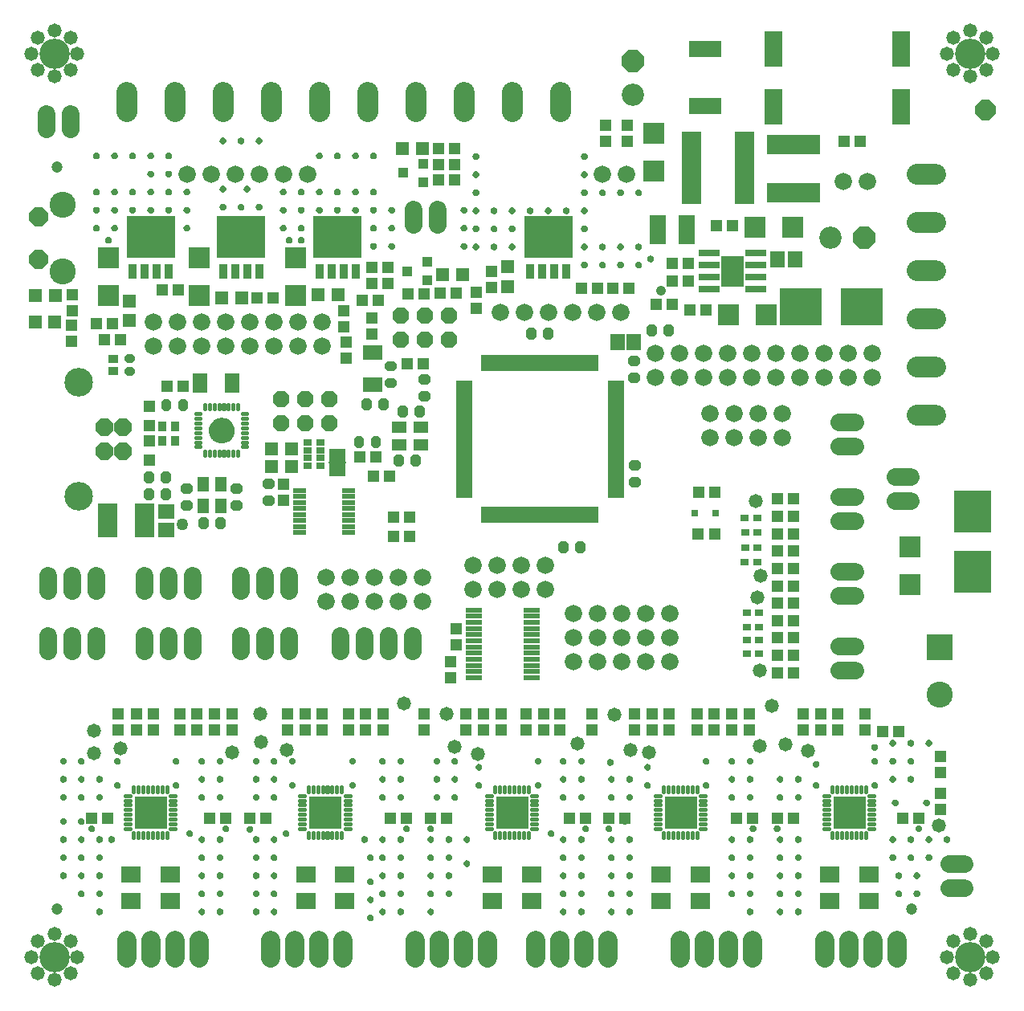
<source format=gts>
G75*
G70*
%OFA0B0*%
%FSLAX24Y24*%
%IPPOS*%
%LPD*%
%AMOC8*
5,1,8,0,0,1.08239X$1,22.5*
%
%ADD10C,0.0140*%
%ADD11R,0.0651X0.4901*%
%ADD12R,0.4900X0.0651*%
%ADD13R,0.0651X0.4900*%
%ADD14R,0.4900X0.0650*%
%ADD15OC8,0.0694*%
%ADD16R,0.0552X0.0552*%
%ADD17C,0.0347*%
%ADD18R,0.0178X0.0651*%
%ADD19R,0.0651X0.0178*%
%ADD20OC8,0.0740*%
%ADD21C,0.1186*%
%ADD22R,0.0828X0.1419*%
%ADD23R,0.0710X0.0540*%
%ADD24R,0.0720X0.0060*%
%ADD25C,0.0136*%
%ADD26C,0.0050*%
%ADD27R,0.0474X0.0474*%
%ADD28R,0.0335X0.0276*%
%ADD29R,0.0493X0.0592*%
%ADD30R,0.0631X0.0789*%
%ADD31R,0.0789X0.0631*%
%ADD32C,0.0792*%
%ADD33R,0.0790X0.0710*%
%ADD34R,0.0474X0.0513*%
%ADD35R,0.0513X0.0474*%
%ADD36C,0.0720*%
%ADD37OC8,0.0780*%
%ADD38C,0.1080*%
%ADD39R,0.0356X0.0631*%
%ADD40R,0.2049X0.1773*%
%ADD41R,0.1749X0.1580*%
%ADD42R,0.1580X0.1749*%
%ADD43C,0.0870*%
%ADD44R,0.0713X0.0243*%
%ADD45C,0.0720*%
%ADD46OC8,0.0920*%
%ADD47C,0.0920*%
%ADD48R,0.0592X0.0493*%
%ADD49C,0.0580*%
%ADD50R,0.0356X0.0434*%
%ADD51R,0.0671X0.0592*%
%ADD52OC8,0.0840*%
%ADD53R,0.1340X0.0710*%
%ADD54R,0.0780X0.1480*%
%ADD55R,0.1339X0.1339*%
%ADD56C,0.0474*%
%ADD57R,0.0434X0.0395*%
%ADD58R,0.0867X0.0867*%
%ADD59R,0.0560X0.0210*%
%ADD60R,0.0530X0.0170*%
%ADD61R,0.0460X0.0130*%
%ADD62R,0.0434X0.0356*%
%ADD63C,0.0320*%
%ADD64C,0.1261*%
%ADD65R,0.0316X0.0316*%
%ADD66R,0.0354X0.0276*%
%ADD67R,0.0592X0.0671*%
%ADD68R,0.1080X0.1080*%
%ADD69R,0.0860X0.0300*%
%ADD70R,0.0920X0.1260*%
%ADD71R,0.0789X0.3033*%
%ADD72R,0.0671X0.1222*%
%ADD73R,0.2245X0.0808*%
%ADD74C,0.0496*%
%ADD75C,0.0417*%
D10*
X026375Y011518D02*
X026377Y011534D01*
X026382Y011549D01*
X026391Y011563D01*
X026403Y011574D01*
X026417Y011582D01*
X026433Y011587D01*
X026449Y011588D01*
X026465Y011585D01*
X026480Y011579D01*
X026493Y011569D01*
X026503Y011556D01*
X026511Y011542D01*
X026515Y011526D01*
X026515Y011510D01*
X026511Y011494D01*
X026503Y011480D01*
X026493Y011467D01*
X026480Y011457D01*
X026465Y011451D01*
X026449Y011448D01*
X026433Y011449D01*
X026417Y011454D01*
X026403Y011462D01*
X026391Y011473D01*
X026382Y011487D01*
X026377Y011502D01*
X026375Y011518D01*
X026375Y012268D02*
X026377Y012284D01*
X026382Y012299D01*
X026391Y012313D01*
X026403Y012324D01*
X026417Y012332D01*
X026433Y012337D01*
X026449Y012338D01*
X026465Y012335D01*
X026480Y012329D01*
X026493Y012319D01*
X026503Y012306D01*
X026511Y012292D01*
X026515Y012276D01*
X026515Y012260D01*
X026511Y012244D01*
X026503Y012230D01*
X026493Y012217D01*
X026480Y012207D01*
X026465Y012201D01*
X026449Y012198D01*
X026433Y012199D01*
X026417Y012204D01*
X026403Y012212D01*
X026391Y012223D01*
X026382Y012237D01*
X026377Y012252D01*
X026375Y012268D01*
X026375Y013018D02*
X026377Y013034D01*
X026382Y013049D01*
X026391Y013063D01*
X026403Y013074D01*
X026417Y013082D01*
X026433Y013087D01*
X026449Y013088D01*
X026465Y013085D01*
X026480Y013079D01*
X026493Y013069D01*
X026503Y013056D01*
X026511Y013042D01*
X026515Y013026D01*
X026515Y013010D01*
X026511Y012994D01*
X026503Y012980D01*
X026493Y012967D01*
X026480Y012957D01*
X026465Y012951D01*
X026449Y012948D01*
X026433Y012949D01*
X026417Y012954D01*
X026403Y012962D01*
X026391Y012973D01*
X026382Y012987D01*
X026377Y013002D01*
X026375Y013018D01*
X026375Y013768D02*
X026377Y013784D01*
X026382Y013799D01*
X026391Y013813D01*
X026403Y013824D01*
X026417Y013832D01*
X026433Y013837D01*
X026449Y013838D01*
X026465Y013835D01*
X026480Y013829D01*
X026493Y013819D01*
X026503Y013806D01*
X026511Y013792D01*
X026515Y013776D01*
X026515Y013760D01*
X026511Y013744D01*
X026503Y013730D01*
X026493Y013717D01*
X026480Y013707D01*
X026465Y013701D01*
X026449Y013698D01*
X026433Y013699D01*
X026417Y013704D01*
X026403Y013712D01*
X026391Y013723D01*
X026382Y013737D01*
X026377Y013752D01*
X026375Y013768D01*
X027125Y013768D02*
X027127Y013784D01*
X027132Y013799D01*
X027141Y013813D01*
X027153Y013824D01*
X027167Y013832D01*
X027183Y013837D01*
X027199Y013838D01*
X027215Y013835D01*
X027230Y013829D01*
X027243Y013819D01*
X027253Y013806D01*
X027261Y013792D01*
X027265Y013776D01*
X027265Y013760D01*
X027261Y013744D01*
X027253Y013730D01*
X027243Y013717D01*
X027230Y013707D01*
X027215Y013701D01*
X027199Y013698D01*
X027183Y013699D01*
X027167Y013704D01*
X027153Y013712D01*
X027141Y013723D01*
X027132Y013737D01*
X027127Y013752D01*
X027125Y013768D01*
X027550Y013468D02*
X027552Y013484D01*
X027557Y013499D01*
X027566Y013513D01*
X027578Y013524D01*
X027592Y013532D01*
X027608Y013537D01*
X027624Y013538D01*
X027640Y013535D01*
X027655Y013529D01*
X027668Y013519D01*
X027678Y013506D01*
X027686Y013492D01*
X027690Y013476D01*
X027690Y013460D01*
X027686Y013444D01*
X027678Y013430D01*
X027668Y013417D01*
X027655Y013407D01*
X027640Y013401D01*
X027624Y013398D01*
X027608Y013399D01*
X027592Y013404D01*
X027578Y013412D01*
X027566Y013423D01*
X027557Y013437D01*
X027552Y013452D01*
X027550Y013468D01*
X027125Y013018D02*
X027127Y013034D01*
X027132Y013049D01*
X027141Y013063D01*
X027153Y013074D01*
X027167Y013082D01*
X027183Y013087D01*
X027199Y013088D01*
X027215Y013085D01*
X027230Y013079D01*
X027243Y013069D01*
X027253Y013056D01*
X027261Y013042D01*
X027265Y013026D01*
X027265Y013010D01*
X027261Y012994D01*
X027253Y012980D01*
X027243Y012967D01*
X027230Y012957D01*
X027215Y012951D01*
X027199Y012948D01*
X027183Y012949D01*
X027167Y012954D01*
X027153Y012962D01*
X027141Y012973D01*
X027132Y012987D01*
X027127Y013002D01*
X027125Y013018D01*
X027125Y012268D02*
X027127Y012284D01*
X027132Y012299D01*
X027141Y012313D01*
X027153Y012324D01*
X027167Y012332D01*
X027183Y012337D01*
X027199Y012338D01*
X027215Y012335D01*
X027230Y012329D01*
X027243Y012319D01*
X027253Y012306D01*
X027261Y012292D01*
X027265Y012276D01*
X027265Y012260D01*
X027261Y012244D01*
X027253Y012230D01*
X027243Y012217D01*
X027230Y012207D01*
X027215Y012201D01*
X027199Y012198D01*
X027183Y012199D01*
X027167Y012204D01*
X027153Y012212D01*
X027141Y012223D01*
X027132Y012237D01*
X027127Y012252D01*
X027125Y012268D01*
X027125Y011518D02*
X027127Y011534D01*
X027132Y011549D01*
X027141Y011563D01*
X027153Y011574D01*
X027167Y011582D01*
X027183Y011587D01*
X027199Y011588D01*
X027215Y011585D01*
X027230Y011579D01*
X027243Y011569D01*
X027253Y011556D01*
X027261Y011542D01*
X027265Y011526D01*
X027265Y011510D01*
X027261Y011494D01*
X027253Y011480D01*
X027243Y011467D01*
X027230Y011457D01*
X027215Y011451D01*
X027199Y011448D01*
X027183Y011449D01*
X027167Y011454D01*
X027153Y011462D01*
X027141Y011473D01*
X027132Y011487D01*
X027127Y011502D01*
X027125Y011518D01*
X027125Y010768D02*
X027127Y010784D01*
X027132Y010799D01*
X027141Y010813D01*
X027153Y010824D01*
X027167Y010832D01*
X027183Y010837D01*
X027199Y010838D01*
X027215Y010835D01*
X027230Y010829D01*
X027243Y010819D01*
X027253Y010806D01*
X027261Y010792D01*
X027265Y010776D01*
X027265Y010760D01*
X027261Y010744D01*
X027253Y010730D01*
X027243Y010717D01*
X027230Y010707D01*
X027215Y010701D01*
X027199Y010698D01*
X027183Y010699D01*
X027167Y010704D01*
X027153Y010712D01*
X027141Y010723D01*
X027132Y010737D01*
X027127Y010752D01*
X027125Y010768D01*
X027875Y010768D02*
X027877Y010784D01*
X027882Y010799D01*
X027891Y010813D01*
X027903Y010824D01*
X027917Y010832D01*
X027933Y010837D01*
X027949Y010838D01*
X027965Y010835D01*
X027980Y010829D01*
X027993Y010819D01*
X028003Y010806D01*
X028011Y010792D01*
X028015Y010776D01*
X028015Y010760D01*
X028011Y010744D01*
X028003Y010730D01*
X027993Y010717D01*
X027980Y010707D01*
X027965Y010701D01*
X027949Y010698D01*
X027933Y010699D01*
X027917Y010704D01*
X027903Y010712D01*
X027891Y010723D01*
X027882Y010737D01*
X027877Y010752D01*
X027875Y010768D01*
X027875Y010018D02*
X027877Y010034D01*
X027882Y010049D01*
X027891Y010063D01*
X027903Y010074D01*
X027917Y010082D01*
X027933Y010087D01*
X027949Y010088D01*
X027965Y010085D01*
X027980Y010079D01*
X027993Y010069D01*
X028003Y010056D01*
X028011Y010042D01*
X028015Y010026D01*
X028015Y010010D01*
X028011Y009994D01*
X028003Y009980D01*
X027993Y009967D01*
X027980Y009957D01*
X027965Y009951D01*
X027949Y009948D01*
X027933Y009949D01*
X027917Y009954D01*
X027903Y009962D01*
X027891Y009973D01*
X027882Y009987D01*
X027877Y010002D01*
X027875Y010018D01*
X027875Y011518D02*
X027877Y011534D01*
X027882Y011549D01*
X027891Y011563D01*
X027903Y011574D01*
X027917Y011582D01*
X027933Y011587D01*
X027949Y011588D01*
X027965Y011585D01*
X027980Y011579D01*
X027993Y011569D01*
X028003Y011556D01*
X028011Y011542D01*
X028015Y011526D01*
X028015Y011510D01*
X028011Y011494D01*
X028003Y011480D01*
X027993Y011467D01*
X027980Y011457D01*
X027965Y011451D01*
X027949Y011448D01*
X027933Y011449D01*
X027917Y011454D01*
X027903Y011462D01*
X027891Y011473D01*
X027882Y011487D01*
X027877Y011502D01*
X027875Y011518D01*
X027875Y012268D02*
X027877Y012284D01*
X027882Y012299D01*
X027891Y012313D01*
X027903Y012324D01*
X027917Y012332D01*
X027933Y012337D01*
X027949Y012338D01*
X027965Y012335D01*
X027980Y012329D01*
X027993Y012319D01*
X028003Y012306D01*
X028011Y012292D01*
X028015Y012276D01*
X028015Y012260D01*
X028011Y012244D01*
X028003Y012230D01*
X027993Y012217D01*
X027980Y012207D01*
X027965Y012201D01*
X027949Y012198D01*
X027933Y012199D01*
X027917Y012204D01*
X027903Y012212D01*
X027891Y012223D01*
X027882Y012237D01*
X027877Y012252D01*
X027875Y012268D01*
X027875Y013018D02*
X027877Y013034D01*
X027882Y013049D01*
X027891Y013063D01*
X027903Y013074D01*
X027917Y013082D01*
X027933Y013087D01*
X027949Y013088D01*
X027965Y013085D01*
X027980Y013079D01*
X027993Y013069D01*
X028003Y013056D01*
X028011Y013042D01*
X028015Y013026D01*
X028015Y013010D01*
X028011Y012994D01*
X028003Y012980D01*
X027993Y012967D01*
X027980Y012957D01*
X027965Y012951D01*
X027949Y012948D01*
X027933Y012949D01*
X027917Y012954D01*
X027903Y012962D01*
X027891Y012973D01*
X027882Y012987D01*
X027877Y013002D01*
X027875Y013018D01*
X028375Y013018D02*
X028377Y013034D01*
X028382Y013049D01*
X028391Y013063D01*
X028403Y013074D01*
X028417Y013082D01*
X028433Y013087D01*
X028449Y013088D01*
X028465Y013085D01*
X028480Y013079D01*
X028493Y013069D01*
X028503Y013056D01*
X028511Y013042D01*
X028515Y013026D01*
X028515Y013010D01*
X028511Y012994D01*
X028503Y012980D01*
X028493Y012967D01*
X028480Y012957D01*
X028465Y012951D01*
X028449Y012948D01*
X028433Y012949D01*
X028417Y012954D01*
X028403Y012962D01*
X028391Y012973D01*
X028382Y012987D01*
X028377Y013002D01*
X028375Y013018D01*
X027875Y014768D02*
X027877Y014784D01*
X027882Y014799D01*
X027891Y014813D01*
X027903Y014824D01*
X027917Y014832D01*
X027933Y014837D01*
X027949Y014838D01*
X027965Y014835D01*
X027980Y014829D01*
X027993Y014819D01*
X028003Y014806D01*
X028011Y014792D01*
X028015Y014776D01*
X028015Y014760D01*
X028011Y014744D01*
X028003Y014730D01*
X027993Y014717D01*
X027980Y014707D01*
X027965Y014701D01*
X027949Y014698D01*
X027933Y014699D01*
X027917Y014704D01*
X027903Y014712D01*
X027891Y014723D01*
X027882Y014737D01*
X027877Y014752D01*
X027875Y014768D01*
X027125Y014768D02*
X027127Y014784D01*
X027132Y014799D01*
X027141Y014813D01*
X027153Y014824D01*
X027167Y014832D01*
X027183Y014837D01*
X027199Y014838D01*
X027215Y014835D01*
X027230Y014829D01*
X027243Y014819D01*
X027253Y014806D01*
X027261Y014792D01*
X027265Y014776D01*
X027265Y014760D01*
X027261Y014744D01*
X027253Y014730D01*
X027243Y014717D01*
X027230Y014707D01*
X027215Y014701D01*
X027199Y014698D01*
X027183Y014699D01*
X027167Y014704D01*
X027153Y014712D01*
X027141Y014723D01*
X027132Y014737D01*
X027127Y014752D01*
X027125Y014768D01*
X026375Y014768D02*
X026377Y014784D01*
X026382Y014799D01*
X026391Y014813D01*
X026403Y014824D01*
X026417Y014832D01*
X026433Y014837D01*
X026449Y014838D01*
X026465Y014835D01*
X026480Y014829D01*
X026493Y014819D01*
X026503Y014806D01*
X026511Y014792D01*
X026515Y014776D01*
X026515Y014760D01*
X026511Y014744D01*
X026503Y014730D01*
X026493Y014717D01*
X026480Y014707D01*
X026465Y014701D01*
X026449Y014698D01*
X026433Y014699D01*
X026417Y014704D01*
X026403Y014712D01*
X026391Y014723D01*
X026382Y014737D01*
X026377Y014752D01*
X026375Y014768D01*
X026375Y015518D02*
X026377Y015534D01*
X026382Y015549D01*
X026391Y015563D01*
X026403Y015574D01*
X026417Y015582D01*
X026433Y015587D01*
X026449Y015588D01*
X026465Y015585D01*
X026480Y015579D01*
X026493Y015569D01*
X026503Y015556D01*
X026511Y015542D01*
X026515Y015526D01*
X026515Y015510D01*
X026511Y015494D01*
X026503Y015480D01*
X026493Y015467D01*
X026480Y015457D01*
X026465Y015451D01*
X026449Y015448D01*
X026433Y015449D01*
X026417Y015454D01*
X026403Y015462D01*
X026391Y015473D01*
X026382Y015487D01*
X026377Y015502D01*
X026375Y015518D01*
X026375Y016268D02*
X026377Y016284D01*
X026382Y016299D01*
X026391Y016313D01*
X026403Y016324D01*
X026417Y016332D01*
X026433Y016337D01*
X026449Y016338D01*
X026465Y016335D01*
X026480Y016329D01*
X026493Y016319D01*
X026503Y016306D01*
X026511Y016292D01*
X026515Y016276D01*
X026515Y016260D01*
X026511Y016244D01*
X026503Y016230D01*
X026493Y016217D01*
X026480Y016207D01*
X026465Y016201D01*
X026449Y016198D01*
X026433Y016199D01*
X026417Y016204D01*
X026403Y016212D01*
X026391Y016223D01*
X026382Y016237D01*
X026377Y016252D01*
X026375Y016268D01*
X027125Y016268D02*
X027127Y016284D01*
X027132Y016299D01*
X027141Y016313D01*
X027153Y016324D01*
X027167Y016332D01*
X027183Y016337D01*
X027199Y016338D01*
X027215Y016335D01*
X027230Y016329D01*
X027243Y016319D01*
X027253Y016306D01*
X027261Y016292D01*
X027265Y016276D01*
X027265Y016260D01*
X027261Y016244D01*
X027253Y016230D01*
X027243Y016217D01*
X027230Y016207D01*
X027215Y016201D01*
X027199Y016198D01*
X027183Y016199D01*
X027167Y016204D01*
X027153Y016212D01*
X027141Y016223D01*
X027132Y016237D01*
X027127Y016252D01*
X027125Y016268D01*
X027125Y015518D02*
X027127Y015534D01*
X027132Y015549D01*
X027141Y015563D01*
X027153Y015574D01*
X027167Y015582D01*
X027183Y015587D01*
X027199Y015588D01*
X027215Y015585D01*
X027230Y015579D01*
X027243Y015569D01*
X027253Y015556D01*
X027261Y015542D01*
X027265Y015526D01*
X027265Y015510D01*
X027261Y015494D01*
X027253Y015480D01*
X027243Y015467D01*
X027230Y015457D01*
X027215Y015451D01*
X027199Y015448D01*
X027183Y015449D01*
X027167Y015454D01*
X027153Y015462D01*
X027141Y015473D01*
X027132Y015487D01*
X027127Y015502D01*
X027125Y015518D01*
X027875Y015518D02*
X027877Y015534D01*
X027882Y015549D01*
X027891Y015563D01*
X027903Y015574D01*
X027917Y015582D01*
X027933Y015587D01*
X027949Y015588D01*
X027965Y015585D01*
X027980Y015579D01*
X027993Y015569D01*
X028003Y015556D01*
X028011Y015542D01*
X028015Y015526D01*
X028015Y015510D01*
X028011Y015494D01*
X028003Y015480D01*
X027993Y015467D01*
X027980Y015457D01*
X027965Y015451D01*
X027949Y015448D01*
X027933Y015449D01*
X027917Y015454D01*
X027903Y015462D01*
X027891Y015473D01*
X027882Y015487D01*
X027877Y015502D01*
X027875Y015518D01*
X028625Y015268D02*
X028627Y015284D01*
X028632Y015299D01*
X028641Y015313D01*
X028653Y015324D01*
X028667Y015332D01*
X028683Y015337D01*
X028699Y015338D01*
X028715Y015335D01*
X028730Y015329D01*
X028743Y015319D01*
X028753Y015306D01*
X028761Y015292D01*
X028765Y015276D01*
X028765Y015260D01*
X028761Y015244D01*
X028753Y015230D01*
X028743Y015217D01*
X028730Y015207D01*
X028715Y015201D01*
X028699Y015198D01*
X028683Y015199D01*
X028667Y015204D01*
X028653Y015212D01*
X028641Y015223D01*
X028632Y015237D01*
X028627Y015252D01*
X028625Y015268D01*
X028625Y016268D02*
X028627Y016284D01*
X028632Y016299D01*
X028641Y016313D01*
X028653Y016324D01*
X028667Y016332D01*
X028683Y016337D01*
X028699Y016338D01*
X028715Y016335D01*
X028730Y016329D01*
X028743Y016319D01*
X028753Y016306D01*
X028761Y016292D01*
X028765Y016276D01*
X028765Y016260D01*
X028761Y016244D01*
X028753Y016230D01*
X028743Y016217D01*
X028730Y016207D01*
X028715Y016201D01*
X028699Y016198D01*
X028683Y016199D01*
X028667Y016204D01*
X028653Y016212D01*
X028641Y016223D01*
X028632Y016237D01*
X028627Y016252D01*
X028625Y016268D01*
X031050Y016268D02*
X031052Y016284D01*
X031057Y016299D01*
X031066Y016313D01*
X031078Y016324D01*
X031092Y016332D01*
X031108Y016337D01*
X031124Y016338D01*
X031140Y016335D01*
X031155Y016329D01*
X031168Y016319D01*
X031178Y016306D01*
X031186Y016292D01*
X031190Y016276D01*
X031190Y016260D01*
X031186Y016244D01*
X031178Y016230D01*
X031168Y016217D01*
X031155Y016207D01*
X031140Y016201D01*
X031124Y016198D01*
X031108Y016199D01*
X031092Y016204D01*
X031078Y016212D01*
X031066Y016223D01*
X031057Y016237D01*
X031052Y016252D01*
X031050Y016268D01*
X031050Y015268D02*
X031052Y015284D01*
X031057Y015299D01*
X031066Y015313D01*
X031078Y015324D01*
X031092Y015332D01*
X031108Y015337D01*
X031124Y015338D01*
X031140Y015335D01*
X031155Y015329D01*
X031168Y015319D01*
X031178Y015306D01*
X031186Y015292D01*
X031190Y015276D01*
X031190Y015260D01*
X031186Y015244D01*
X031178Y015230D01*
X031168Y015217D01*
X031155Y015207D01*
X031140Y015201D01*
X031124Y015198D01*
X031108Y015199D01*
X031092Y015204D01*
X031078Y015212D01*
X031066Y015223D01*
X031057Y015237D01*
X031052Y015252D01*
X031050Y015268D01*
X032125Y015518D02*
X032127Y015534D01*
X032132Y015549D01*
X032141Y015563D01*
X032153Y015574D01*
X032167Y015582D01*
X032183Y015587D01*
X032199Y015588D01*
X032215Y015585D01*
X032230Y015579D01*
X032243Y015569D01*
X032253Y015556D01*
X032261Y015542D01*
X032265Y015526D01*
X032265Y015510D01*
X032261Y015494D01*
X032253Y015480D01*
X032243Y015467D01*
X032230Y015457D01*
X032215Y015451D01*
X032199Y015448D01*
X032183Y015449D01*
X032167Y015454D01*
X032153Y015462D01*
X032141Y015473D01*
X032132Y015487D01*
X032127Y015502D01*
X032125Y015518D01*
X032125Y014768D02*
X032127Y014784D01*
X032132Y014799D01*
X032141Y014813D01*
X032153Y014824D01*
X032167Y014832D01*
X032183Y014837D01*
X032199Y014838D01*
X032215Y014835D01*
X032230Y014829D01*
X032243Y014819D01*
X032253Y014806D01*
X032261Y014792D01*
X032265Y014776D01*
X032265Y014760D01*
X032261Y014744D01*
X032253Y014730D01*
X032243Y014717D01*
X032230Y014707D01*
X032215Y014701D01*
X032199Y014698D01*
X032183Y014699D01*
X032167Y014704D01*
X032153Y014712D01*
X032141Y014723D01*
X032132Y014737D01*
X032127Y014752D01*
X032125Y014768D01*
X031625Y013268D02*
X031627Y013284D01*
X031632Y013299D01*
X031641Y013313D01*
X031653Y013324D01*
X031667Y013332D01*
X031683Y013337D01*
X031699Y013338D01*
X031715Y013335D01*
X031730Y013329D01*
X031743Y013319D01*
X031753Y013306D01*
X031761Y013292D01*
X031765Y013276D01*
X031765Y013260D01*
X031761Y013244D01*
X031753Y013230D01*
X031743Y013217D01*
X031730Y013207D01*
X031715Y013201D01*
X031699Y013198D01*
X031683Y013199D01*
X031667Y013204D01*
X031653Y013212D01*
X031641Y013223D01*
X031632Y013237D01*
X031627Y013252D01*
X031625Y013268D01*
X032125Y013018D02*
X032127Y013034D01*
X032132Y013049D01*
X032141Y013063D01*
X032153Y013074D01*
X032167Y013082D01*
X032183Y013087D01*
X032199Y013088D01*
X032215Y013085D01*
X032230Y013079D01*
X032243Y013069D01*
X032253Y013056D01*
X032261Y013042D01*
X032265Y013026D01*
X032265Y013010D01*
X032261Y012994D01*
X032253Y012980D01*
X032243Y012967D01*
X032230Y012957D01*
X032215Y012951D01*
X032199Y012948D01*
X032183Y012949D01*
X032167Y012954D01*
X032153Y012962D01*
X032141Y012973D01*
X032132Y012987D01*
X032127Y013002D01*
X032125Y013018D01*
X032125Y012268D02*
X032127Y012284D01*
X032132Y012299D01*
X032141Y012313D01*
X032153Y012324D01*
X032167Y012332D01*
X032183Y012337D01*
X032199Y012338D01*
X032215Y012335D01*
X032230Y012329D01*
X032243Y012319D01*
X032253Y012306D01*
X032261Y012292D01*
X032265Y012276D01*
X032265Y012260D01*
X032261Y012244D01*
X032253Y012230D01*
X032243Y012217D01*
X032230Y012207D01*
X032215Y012201D01*
X032199Y012198D01*
X032183Y012199D01*
X032167Y012204D01*
X032153Y012212D01*
X032141Y012223D01*
X032132Y012237D01*
X032127Y012252D01*
X032125Y012268D01*
X032125Y011518D02*
X032127Y011534D01*
X032132Y011549D01*
X032141Y011563D01*
X032153Y011574D01*
X032167Y011582D01*
X032183Y011587D01*
X032199Y011588D01*
X032215Y011585D01*
X032230Y011579D01*
X032243Y011569D01*
X032253Y011556D01*
X032261Y011542D01*
X032265Y011526D01*
X032265Y011510D01*
X032261Y011494D01*
X032253Y011480D01*
X032243Y011467D01*
X032230Y011457D01*
X032215Y011451D01*
X032199Y011448D01*
X032183Y011449D01*
X032167Y011454D01*
X032153Y011462D01*
X032141Y011473D01*
X032132Y011487D01*
X032127Y011502D01*
X032125Y011518D01*
X032125Y010768D02*
X032127Y010784D01*
X032132Y010799D01*
X032141Y010813D01*
X032153Y010824D01*
X032167Y010832D01*
X032183Y010837D01*
X032199Y010838D01*
X032215Y010835D01*
X032230Y010829D01*
X032243Y010819D01*
X032253Y010806D01*
X032261Y010792D01*
X032265Y010776D01*
X032265Y010760D01*
X032261Y010744D01*
X032253Y010730D01*
X032243Y010717D01*
X032230Y010707D01*
X032215Y010701D01*
X032199Y010698D01*
X032183Y010699D01*
X032167Y010704D01*
X032153Y010712D01*
X032141Y010723D01*
X032132Y010737D01*
X032127Y010752D01*
X032125Y010768D01*
X032125Y010018D02*
X032127Y010034D01*
X032132Y010049D01*
X032141Y010063D01*
X032153Y010074D01*
X032167Y010082D01*
X032183Y010087D01*
X032199Y010088D01*
X032215Y010085D01*
X032230Y010079D01*
X032243Y010069D01*
X032253Y010056D01*
X032261Y010042D01*
X032265Y010026D01*
X032265Y010010D01*
X032261Y009994D01*
X032253Y009980D01*
X032243Y009967D01*
X032230Y009957D01*
X032215Y009951D01*
X032199Y009948D01*
X032183Y009949D01*
X032167Y009954D01*
X032153Y009962D01*
X032141Y009973D01*
X032132Y009987D01*
X032127Y010002D01*
X032125Y010018D01*
X032875Y010018D02*
X032877Y010034D01*
X032882Y010049D01*
X032891Y010063D01*
X032903Y010074D01*
X032917Y010082D01*
X032933Y010087D01*
X032949Y010088D01*
X032965Y010085D01*
X032980Y010079D01*
X032993Y010069D01*
X033003Y010056D01*
X033011Y010042D01*
X033015Y010026D01*
X033015Y010010D01*
X033011Y009994D01*
X033003Y009980D01*
X032993Y009967D01*
X032980Y009957D01*
X032965Y009951D01*
X032949Y009948D01*
X032933Y009949D01*
X032917Y009954D01*
X032903Y009962D01*
X032891Y009973D01*
X032882Y009987D01*
X032877Y010002D01*
X032875Y010018D01*
X032875Y010768D02*
X032877Y010784D01*
X032882Y010799D01*
X032891Y010813D01*
X032903Y010824D01*
X032917Y010832D01*
X032933Y010837D01*
X032949Y010838D01*
X032965Y010835D01*
X032980Y010829D01*
X032993Y010819D01*
X033003Y010806D01*
X033011Y010792D01*
X033015Y010776D01*
X033015Y010760D01*
X033011Y010744D01*
X033003Y010730D01*
X032993Y010717D01*
X032980Y010707D01*
X032965Y010701D01*
X032949Y010698D01*
X032933Y010699D01*
X032917Y010704D01*
X032903Y010712D01*
X032891Y010723D01*
X032882Y010737D01*
X032877Y010752D01*
X032875Y010768D01*
X032875Y011518D02*
X032877Y011534D01*
X032882Y011549D01*
X032891Y011563D01*
X032903Y011574D01*
X032917Y011582D01*
X032933Y011587D01*
X032949Y011588D01*
X032965Y011585D01*
X032980Y011579D01*
X032993Y011569D01*
X033003Y011556D01*
X033011Y011542D01*
X033015Y011526D01*
X033015Y011510D01*
X033011Y011494D01*
X033003Y011480D01*
X032993Y011467D01*
X032980Y011457D01*
X032965Y011451D01*
X032949Y011448D01*
X032933Y011449D01*
X032917Y011454D01*
X032903Y011462D01*
X032891Y011473D01*
X032882Y011487D01*
X032877Y011502D01*
X032875Y011518D01*
X032875Y012268D02*
X032877Y012284D01*
X032882Y012299D01*
X032891Y012313D01*
X032903Y012324D01*
X032917Y012332D01*
X032933Y012337D01*
X032949Y012338D01*
X032965Y012335D01*
X032980Y012329D01*
X032993Y012319D01*
X033003Y012306D01*
X033011Y012292D01*
X033015Y012276D01*
X033015Y012260D01*
X033011Y012244D01*
X033003Y012230D01*
X032993Y012217D01*
X032980Y012207D01*
X032965Y012201D01*
X032949Y012198D01*
X032933Y012199D01*
X032917Y012204D01*
X032903Y012212D01*
X032891Y012223D01*
X032882Y012237D01*
X032877Y012252D01*
X032875Y012268D01*
X032875Y013018D02*
X032877Y013034D01*
X032882Y013049D01*
X032891Y013063D01*
X032903Y013074D01*
X032917Y013082D01*
X032933Y013087D01*
X032949Y013088D01*
X032965Y013085D01*
X032980Y013079D01*
X032993Y013069D01*
X033003Y013056D01*
X033011Y013042D01*
X033015Y013026D01*
X033015Y013010D01*
X033011Y012994D01*
X033003Y012980D01*
X032993Y012967D01*
X032980Y012957D01*
X032965Y012951D01*
X032949Y012948D01*
X032933Y012949D01*
X032917Y012954D01*
X032903Y012962D01*
X032891Y012973D01*
X032882Y012987D01*
X032877Y013002D01*
X032875Y013018D01*
X033125Y013468D02*
X033127Y013484D01*
X033132Y013499D01*
X033141Y013513D01*
X033153Y013524D01*
X033167Y013532D01*
X033183Y013537D01*
X033199Y013538D01*
X033215Y013535D01*
X033230Y013529D01*
X033243Y013519D01*
X033253Y013506D01*
X033261Y013492D01*
X033265Y013476D01*
X033265Y013460D01*
X033261Y013444D01*
X033253Y013430D01*
X033243Y013417D01*
X033230Y013407D01*
X033215Y013401D01*
X033199Y013398D01*
X033183Y013399D01*
X033167Y013404D01*
X033153Y013412D01*
X033141Y013423D01*
X033132Y013437D01*
X033127Y013452D01*
X033125Y013468D01*
X034125Y013443D02*
X034127Y013459D01*
X034132Y013474D01*
X034141Y013488D01*
X034153Y013499D01*
X034167Y013507D01*
X034183Y013512D01*
X034199Y013513D01*
X034215Y013510D01*
X034230Y013504D01*
X034243Y013494D01*
X034253Y013481D01*
X034261Y013467D01*
X034265Y013451D01*
X034265Y013435D01*
X034261Y013419D01*
X034253Y013405D01*
X034243Y013392D01*
X034230Y013382D01*
X034215Y013376D01*
X034199Y013373D01*
X034183Y013374D01*
X034167Y013379D01*
X034153Y013387D01*
X034141Y013398D01*
X034132Y013412D01*
X034127Y013427D01*
X034125Y013443D01*
X034375Y013018D02*
X034377Y013034D01*
X034382Y013049D01*
X034391Y013063D01*
X034403Y013074D01*
X034417Y013082D01*
X034433Y013087D01*
X034449Y013088D01*
X034465Y013085D01*
X034480Y013079D01*
X034493Y013069D01*
X034503Y013056D01*
X034511Y013042D01*
X034515Y013026D01*
X034515Y013010D01*
X034511Y012994D01*
X034503Y012980D01*
X034493Y012967D01*
X034480Y012957D01*
X034465Y012951D01*
X034449Y012948D01*
X034433Y012949D01*
X034417Y012954D01*
X034403Y012962D01*
X034391Y012973D01*
X034382Y012987D01*
X034377Y013002D01*
X034375Y013018D01*
X034375Y012268D02*
X034377Y012284D01*
X034382Y012299D01*
X034391Y012313D01*
X034403Y012324D01*
X034417Y012332D01*
X034433Y012337D01*
X034449Y012338D01*
X034465Y012335D01*
X034480Y012329D01*
X034493Y012319D01*
X034503Y012306D01*
X034511Y012292D01*
X034515Y012276D01*
X034515Y012260D01*
X034511Y012244D01*
X034503Y012230D01*
X034493Y012217D01*
X034480Y012207D01*
X034465Y012201D01*
X034449Y012198D01*
X034433Y012199D01*
X034417Y012204D01*
X034403Y012212D01*
X034391Y012223D01*
X034382Y012237D01*
X034377Y012252D01*
X034375Y012268D01*
X034375Y011518D02*
X034377Y011534D01*
X034382Y011549D01*
X034391Y011563D01*
X034403Y011574D01*
X034417Y011582D01*
X034433Y011587D01*
X034449Y011588D01*
X034465Y011585D01*
X034480Y011579D01*
X034493Y011569D01*
X034503Y011556D01*
X034511Y011542D01*
X034515Y011526D01*
X034515Y011510D01*
X034511Y011494D01*
X034503Y011480D01*
X034493Y011467D01*
X034480Y011457D01*
X034465Y011451D01*
X034449Y011448D01*
X034433Y011449D01*
X034417Y011454D01*
X034403Y011462D01*
X034391Y011473D01*
X034382Y011487D01*
X034377Y011502D01*
X034375Y011518D01*
X034375Y010768D02*
X034377Y010784D01*
X034382Y010799D01*
X034391Y010813D01*
X034403Y010824D01*
X034417Y010832D01*
X034433Y010837D01*
X034449Y010838D01*
X034465Y010835D01*
X034480Y010829D01*
X034493Y010819D01*
X034503Y010806D01*
X034511Y010792D01*
X034515Y010776D01*
X034515Y010760D01*
X034511Y010744D01*
X034503Y010730D01*
X034493Y010717D01*
X034480Y010707D01*
X034465Y010701D01*
X034449Y010698D01*
X034433Y010699D01*
X034417Y010704D01*
X034403Y010712D01*
X034391Y010723D01*
X034382Y010737D01*
X034377Y010752D01*
X034375Y010768D01*
X034375Y010018D02*
X034377Y010034D01*
X034382Y010049D01*
X034391Y010063D01*
X034403Y010074D01*
X034417Y010082D01*
X034433Y010087D01*
X034449Y010088D01*
X034465Y010085D01*
X034480Y010079D01*
X034493Y010069D01*
X034503Y010056D01*
X034511Y010042D01*
X034515Y010026D01*
X034515Y010010D01*
X034511Y009994D01*
X034503Y009980D01*
X034493Y009967D01*
X034480Y009957D01*
X034465Y009951D01*
X034449Y009948D01*
X034433Y009949D01*
X034417Y009954D01*
X034403Y009962D01*
X034391Y009973D01*
X034382Y009987D01*
X034377Y010002D01*
X034375Y010018D01*
X035125Y010018D02*
X035127Y010034D01*
X035132Y010049D01*
X035141Y010063D01*
X035153Y010074D01*
X035167Y010082D01*
X035183Y010087D01*
X035199Y010088D01*
X035215Y010085D01*
X035230Y010079D01*
X035243Y010069D01*
X035253Y010056D01*
X035261Y010042D01*
X035265Y010026D01*
X035265Y010010D01*
X035261Y009994D01*
X035253Y009980D01*
X035243Y009967D01*
X035230Y009957D01*
X035215Y009951D01*
X035199Y009948D01*
X035183Y009949D01*
X035167Y009954D01*
X035153Y009962D01*
X035141Y009973D01*
X035132Y009987D01*
X035127Y010002D01*
X035125Y010018D01*
X035125Y010768D02*
X035127Y010784D01*
X035132Y010799D01*
X035141Y010813D01*
X035153Y010824D01*
X035167Y010832D01*
X035183Y010837D01*
X035199Y010838D01*
X035215Y010835D01*
X035230Y010829D01*
X035243Y010819D01*
X035253Y010806D01*
X035261Y010792D01*
X035265Y010776D01*
X035265Y010760D01*
X035261Y010744D01*
X035253Y010730D01*
X035243Y010717D01*
X035230Y010707D01*
X035215Y010701D01*
X035199Y010698D01*
X035183Y010699D01*
X035167Y010704D01*
X035153Y010712D01*
X035141Y010723D01*
X035132Y010737D01*
X035127Y010752D01*
X035125Y010768D01*
X035125Y011518D02*
X035127Y011534D01*
X035132Y011549D01*
X035141Y011563D01*
X035153Y011574D01*
X035167Y011582D01*
X035183Y011587D01*
X035199Y011588D01*
X035215Y011585D01*
X035230Y011579D01*
X035243Y011569D01*
X035253Y011556D01*
X035261Y011542D01*
X035265Y011526D01*
X035265Y011510D01*
X035261Y011494D01*
X035253Y011480D01*
X035243Y011467D01*
X035230Y011457D01*
X035215Y011451D01*
X035199Y011448D01*
X035183Y011449D01*
X035167Y011454D01*
X035153Y011462D01*
X035141Y011473D01*
X035132Y011487D01*
X035127Y011502D01*
X035125Y011518D01*
X035125Y012268D02*
X035127Y012284D01*
X035132Y012299D01*
X035141Y012313D01*
X035153Y012324D01*
X035167Y012332D01*
X035183Y012337D01*
X035199Y012338D01*
X035215Y012335D01*
X035230Y012329D01*
X035243Y012319D01*
X035253Y012306D01*
X035261Y012292D01*
X035265Y012276D01*
X035265Y012260D01*
X035261Y012244D01*
X035253Y012230D01*
X035243Y012217D01*
X035230Y012207D01*
X035215Y012201D01*
X035199Y012198D01*
X035183Y012199D01*
X035167Y012204D01*
X035153Y012212D01*
X035141Y012223D01*
X035132Y012237D01*
X035127Y012252D01*
X035125Y012268D01*
X035125Y013018D02*
X035127Y013034D01*
X035132Y013049D01*
X035141Y013063D01*
X035153Y013074D01*
X035167Y013082D01*
X035183Y013087D01*
X035199Y013088D01*
X035215Y013085D01*
X035230Y013079D01*
X035243Y013069D01*
X035253Y013056D01*
X035261Y013042D01*
X035265Y013026D01*
X035265Y013010D01*
X035261Y012994D01*
X035253Y012980D01*
X035243Y012967D01*
X035230Y012957D01*
X035215Y012951D01*
X035199Y012948D01*
X035183Y012949D01*
X035167Y012954D01*
X035153Y012962D01*
X035141Y012973D01*
X035132Y012987D01*
X035127Y013002D01*
X035125Y013018D01*
X035625Y013268D02*
X035627Y013284D01*
X035632Y013299D01*
X035641Y013313D01*
X035653Y013324D01*
X035667Y013332D01*
X035683Y013337D01*
X035699Y013338D01*
X035715Y013335D01*
X035730Y013329D01*
X035743Y013319D01*
X035753Y013306D01*
X035761Y013292D01*
X035765Y013276D01*
X035765Y013260D01*
X035761Y013244D01*
X035753Y013230D01*
X035743Y013217D01*
X035730Y013207D01*
X035715Y013201D01*
X035699Y013198D01*
X035683Y013199D01*
X035667Y013204D01*
X035653Y013212D01*
X035641Y013223D01*
X035632Y013237D01*
X035627Y013252D01*
X035625Y013268D01*
X035125Y014768D02*
X035127Y014784D01*
X035132Y014799D01*
X035141Y014813D01*
X035153Y014824D01*
X035167Y014832D01*
X035183Y014837D01*
X035199Y014838D01*
X035215Y014835D01*
X035230Y014829D01*
X035243Y014819D01*
X035253Y014806D01*
X035261Y014792D01*
X035265Y014776D01*
X035265Y014760D01*
X035261Y014744D01*
X035253Y014730D01*
X035243Y014717D01*
X035230Y014707D01*
X035215Y014701D01*
X035199Y014698D01*
X035183Y014699D01*
X035167Y014704D01*
X035153Y014712D01*
X035141Y014723D01*
X035132Y014737D01*
X035127Y014752D01*
X035125Y014768D01*
X034375Y014768D02*
X034377Y014784D01*
X034382Y014799D01*
X034391Y014813D01*
X034403Y014824D01*
X034417Y014832D01*
X034433Y014837D01*
X034449Y014838D01*
X034465Y014835D01*
X034480Y014829D01*
X034493Y014819D01*
X034503Y014806D01*
X034511Y014792D01*
X034515Y014776D01*
X034515Y014760D01*
X034511Y014744D01*
X034503Y014730D01*
X034493Y014717D01*
X034480Y014707D01*
X034465Y014701D01*
X034449Y014698D01*
X034433Y014699D01*
X034417Y014704D01*
X034403Y014712D01*
X034391Y014723D01*
X034382Y014737D01*
X034377Y014752D01*
X034375Y014768D01*
X034375Y015518D02*
X034377Y015534D01*
X034382Y015549D01*
X034391Y015563D01*
X034403Y015574D01*
X034417Y015582D01*
X034433Y015587D01*
X034449Y015588D01*
X034465Y015585D01*
X034480Y015579D01*
X034493Y015569D01*
X034503Y015556D01*
X034511Y015542D01*
X034515Y015526D01*
X034515Y015510D01*
X034511Y015494D01*
X034503Y015480D01*
X034493Y015467D01*
X034480Y015457D01*
X034465Y015451D01*
X034449Y015448D01*
X034433Y015449D01*
X034417Y015454D01*
X034403Y015462D01*
X034391Y015473D01*
X034382Y015487D01*
X034377Y015502D01*
X034375Y015518D01*
X034375Y016268D02*
X034377Y016284D01*
X034382Y016299D01*
X034391Y016313D01*
X034403Y016324D01*
X034417Y016332D01*
X034433Y016337D01*
X034449Y016338D01*
X034465Y016335D01*
X034480Y016329D01*
X034493Y016319D01*
X034503Y016306D01*
X034511Y016292D01*
X034515Y016276D01*
X034515Y016260D01*
X034511Y016244D01*
X034503Y016230D01*
X034493Y016217D01*
X034480Y016207D01*
X034465Y016201D01*
X034449Y016198D01*
X034433Y016199D01*
X034417Y016204D01*
X034403Y016212D01*
X034391Y016223D01*
X034382Y016237D01*
X034377Y016252D01*
X034375Y016268D01*
X035125Y016268D02*
X035127Y016284D01*
X035132Y016299D01*
X035141Y016313D01*
X035153Y016324D01*
X035167Y016332D01*
X035183Y016337D01*
X035199Y016338D01*
X035215Y016335D01*
X035230Y016329D01*
X035243Y016319D01*
X035253Y016306D01*
X035261Y016292D01*
X035265Y016276D01*
X035265Y016260D01*
X035261Y016244D01*
X035253Y016230D01*
X035243Y016217D01*
X035230Y016207D01*
X035215Y016201D01*
X035199Y016198D01*
X035183Y016199D01*
X035167Y016204D01*
X035153Y016212D01*
X035141Y016223D01*
X035132Y016237D01*
X035127Y016252D01*
X035125Y016268D01*
X035125Y015518D02*
X035127Y015534D01*
X035132Y015549D01*
X035141Y015563D01*
X035153Y015574D01*
X035167Y015582D01*
X035183Y015587D01*
X035199Y015588D01*
X035215Y015585D01*
X035230Y015579D01*
X035243Y015569D01*
X035253Y015556D01*
X035261Y015542D01*
X035265Y015526D01*
X035265Y015510D01*
X035261Y015494D01*
X035253Y015480D01*
X035243Y015467D01*
X035230Y015457D01*
X035215Y015451D01*
X035199Y015448D01*
X035183Y015449D01*
X035167Y015454D01*
X035153Y015462D01*
X035141Y015473D01*
X035132Y015487D01*
X035127Y015502D01*
X035125Y015518D01*
X035875Y015268D02*
X035877Y015284D01*
X035882Y015299D01*
X035891Y015313D01*
X035903Y015324D01*
X035917Y015332D01*
X035933Y015337D01*
X035949Y015338D01*
X035965Y015335D01*
X035980Y015329D01*
X035993Y015319D01*
X036003Y015306D01*
X036011Y015292D01*
X036015Y015276D01*
X036015Y015260D01*
X036011Y015244D01*
X036003Y015230D01*
X035993Y015217D01*
X035980Y015207D01*
X035965Y015201D01*
X035949Y015198D01*
X035933Y015199D01*
X035917Y015204D01*
X035903Y015212D01*
X035891Y015223D01*
X035882Y015237D01*
X035877Y015252D01*
X035875Y015268D01*
X035875Y016268D02*
X035877Y016284D01*
X035882Y016299D01*
X035891Y016313D01*
X035903Y016324D01*
X035917Y016332D01*
X035933Y016337D01*
X035949Y016338D01*
X035965Y016335D01*
X035980Y016329D01*
X035993Y016319D01*
X036003Y016306D01*
X036011Y016292D01*
X036015Y016276D01*
X036015Y016260D01*
X036011Y016244D01*
X036003Y016230D01*
X035993Y016217D01*
X035980Y016207D01*
X035965Y016201D01*
X035949Y016198D01*
X035933Y016199D01*
X035917Y016204D01*
X035903Y016212D01*
X035891Y016223D01*
X035882Y016237D01*
X035877Y016252D01*
X035875Y016268D01*
X038375Y016268D02*
X038377Y016284D01*
X038382Y016299D01*
X038391Y016313D01*
X038403Y016324D01*
X038417Y016332D01*
X038433Y016337D01*
X038449Y016338D01*
X038465Y016335D01*
X038480Y016329D01*
X038493Y016319D01*
X038503Y016306D01*
X038511Y016292D01*
X038515Y016276D01*
X038515Y016260D01*
X038511Y016244D01*
X038503Y016230D01*
X038493Y016217D01*
X038480Y016207D01*
X038465Y016201D01*
X038449Y016198D01*
X038433Y016199D01*
X038417Y016204D01*
X038403Y016212D01*
X038391Y016223D01*
X038382Y016237D01*
X038377Y016252D01*
X038375Y016268D01*
X038375Y015268D02*
X038377Y015284D01*
X038382Y015299D01*
X038391Y015313D01*
X038403Y015324D01*
X038417Y015332D01*
X038433Y015337D01*
X038449Y015338D01*
X038465Y015335D01*
X038480Y015329D01*
X038493Y015319D01*
X038503Y015306D01*
X038511Y015292D01*
X038515Y015276D01*
X038515Y015260D01*
X038511Y015244D01*
X038503Y015230D01*
X038493Y015217D01*
X038480Y015207D01*
X038465Y015201D01*
X038449Y015198D01*
X038433Y015199D01*
X038417Y015204D01*
X038403Y015212D01*
X038391Y015223D01*
X038382Y015237D01*
X038377Y015252D01*
X038375Y015268D01*
X039625Y015518D02*
X039627Y015534D01*
X039632Y015549D01*
X039641Y015563D01*
X039653Y015574D01*
X039667Y015582D01*
X039683Y015587D01*
X039699Y015588D01*
X039715Y015585D01*
X039730Y015579D01*
X039743Y015569D01*
X039753Y015556D01*
X039761Y015542D01*
X039765Y015526D01*
X039765Y015510D01*
X039761Y015494D01*
X039753Y015480D01*
X039743Y015467D01*
X039730Y015457D01*
X039715Y015451D01*
X039699Y015448D01*
X039683Y015449D01*
X039667Y015454D01*
X039653Y015462D01*
X039641Y015473D01*
X039632Y015487D01*
X039627Y015502D01*
X039625Y015518D01*
X039625Y014768D02*
X039627Y014784D01*
X039632Y014799D01*
X039641Y014813D01*
X039653Y014824D01*
X039667Y014832D01*
X039683Y014837D01*
X039699Y014838D01*
X039715Y014835D01*
X039730Y014829D01*
X039743Y014819D01*
X039753Y014806D01*
X039761Y014792D01*
X039765Y014776D01*
X039765Y014760D01*
X039761Y014744D01*
X039753Y014730D01*
X039743Y014717D01*
X039730Y014707D01*
X039715Y014701D01*
X039699Y014698D01*
X039683Y014699D01*
X039667Y014704D01*
X039653Y014712D01*
X039641Y014723D01*
X039632Y014737D01*
X039627Y014752D01*
X039625Y014768D01*
X040375Y014768D02*
X040377Y014784D01*
X040382Y014799D01*
X040391Y014813D01*
X040403Y014824D01*
X040417Y014832D01*
X040433Y014837D01*
X040449Y014838D01*
X040465Y014835D01*
X040480Y014829D01*
X040493Y014819D01*
X040503Y014806D01*
X040511Y014792D01*
X040515Y014776D01*
X040515Y014760D01*
X040511Y014744D01*
X040503Y014730D01*
X040493Y014717D01*
X040480Y014707D01*
X040465Y014701D01*
X040449Y014698D01*
X040433Y014699D01*
X040417Y014704D01*
X040403Y014712D01*
X040391Y014723D01*
X040382Y014737D01*
X040377Y014752D01*
X040375Y014768D01*
X040375Y015518D02*
X040377Y015534D01*
X040382Y015549D01*
X040391Y015563D01*
X040403Y015574D01*
X040417Y015582D01*
X040433Y015587D01*
X040449Y015588D01*
X040465Y015585D01*
X040480Y015579D01*
X040493Y015569D01*
X040503Y015556D01*
X040511Y015542D01*
X040515Y015526D01*
X040515Y015510D01*
X040511Y015494D01*
X040503Y015480D01*
X040493Y015467D01*
X040480Y015457D01*
X040465Y015451D01*
X040449Y015448D01*
X040433Y015449D01*
X040417Y015454D01*
X040403Y015462D01*
X040391Y015473D01*
X040382Y015487D01*
X040377Y015502D01*
X040375Y015518D01*
X040375Y016268D02*
X040377Y016284D01*
X040382Y016299D01*
X040391Y016313D01*
X040403Y016324D01*
X040417Y016332D01*
X040433Y016337D01*
X040449Y016338D01*
X040465Y016335D01*
X040480Y016329D01*
X040493Y016319D01*
X040503Y016306D01*
X040511Y016292D01*
X040515Y016276D01*
X040515Y016260D01*
X040511Y016244D01*
X040503Y016230D01*
X040493Y016217D01*
X040480Y016207D01*
X040465Y016201D01*
X040449Y016198D01*
X040433Y016199D01*
X040417Y016204D01*
X040403Y016212D01*
X040391Y016223D01*
X040382Y016237D01*
X040377Y016252D01*
X040375Y016268D01*
X039625Y016268D02*
X039627Y016284D01*
X039632Y016299D01*
X039641Y016313D01*
X039653Y016324D01*
X039667Y016332D01*
X039683Y016337D01*
X039699Y016338D01*
X039715Y016335D01*
X039730Y016329D01*
X039743Y016319D01*
X039753Y016306D01*
X039761Y016292D01*
X039765Y016276D01*
X039765Y016260D01*
X039761Y016244D01*
X039753Y016230D01*
X039743Y016217D01*
X039730Y016207D01*
X039715Y016201D01*
X039699Y016198D01*
X039683Y016199D01*
X039667Y016204D01*
X039653Y016212D01*
X039641Y016223D01*
X039632Y016237D01*
X039627Y016252D01*
X039625Y016268D01*
X041875Y016268D02*
X041877Y016284D01*
X041882Y016299D01*
X041891Y016313D01*
X041903Y016324D01*
X041917Y016332D01*
X041933Y016337D01*
X041949Y016338D01*
X041965Y016335D01*
X041980Y016329D01*
X041993Y016319D01*
X042003Y016306D01*
X042011Y016292D01*
X042015Y016276D01*
X042015Y016260D01*
X042011Y016244D01*
X042003Y016230D01*
X041993Y016217D01*
X041980Y016207D01*
X041965Y016201D01*
X041949Y016198D01*
X041933Y016199D01*
X041917Y016204D01*
X041903Y016212D01*
X041891Y016223D01*
X041882Y016237D01*
X041877Y016252D01*
X041875Y016268D01*
X041875Y015518D02*
X041877Y015534D01*
X041882Y015549D01*
X041891Y015563D01*
X041903Y015574D01*
X041917Y015582D01*
X041933Y015587D01*
X041949Y015588D01*
X041965Y015585D01*
X041980Y015579D01*
X041993Y015569D01*
X042003Y015556D01*
X042011Y015542D01*
X042015Y015526D01*
X042015Y015510D01*
X042011Y015494D01*
X042003Y015480D01*
X041993Y015467D01*
X041980Y015457D01*
X041965Y015451D01*
X041949Y015448D01*
X041933Y015449D01*
X041917Y015454D01*
X041903Y015462D01*
X041891Y015473D01*
X041882Y015487D01*
X041877Y015502D01*
X041875Y015518D01*
X041875Y014768D02*
X041877Y014784D01*
X041882Y014799D01*
X041891Y014813D01*
X041903Y014824D01*
X041917Y014832D01*
X041933Y014837D01*
X041949Y014838D01*
X041965Y014835D01*
X041980Y014829D01*
X041993Y014819D01*
X042003Y014806D01*
X042011Y014792D01*
X042015Y014776D01*
X042015Y014760D01*
X042011Y014744D01*
X042003Y014730D01*
X041993Y014717D01*
X041980Y014707D01*
X041965Y014701D01*
X041949Y014698D01*
X041933Y014699D01*
X041917Y014704D01*
X041903Y014712D01*
X041891Y014723D01*
X041882Y014737D01*
X041877Y014752D01*
X041875Y014768D01*
X041625Y013468D02*
X041627Y013484D01*
X041632Y013499D01*
X041641Y013513D01*
X041653Y013524D01*
X041667Y013532D01*
X041683Y013537D01*
X041699Y013538D01*
X041715Y013535D01*
X041730Y013529D01*
X041743Y013519D01*
X041753Y013506D01*
X041761Y013492D01*
X041765Y013476D01*
X041765Y013460D01*
X041761Y013444D01*
X041753Y013430D01*
X041743Y013417D01*
X041730Y013407D01*
X041715Y013401D01*
X041699Y013398D01*
X041683Y013399D01*
X041667Y013404D01*
X041653Y013412D01*
X041641Y013423D01*
X041632Y013437D01*
X041627Y013452D01*
X041625Y013468D01*
X041625Y013018D02*
X041627Y013034D01*
X041632Y013049D01*
X041641Y013063D01*
X041653Y013074D01*
X041667Y013082D01*
X041683Y013087D01*
X041699Y013088D01*
X041715Y013085D01*
X041730Y013079D01*
X041743Y013069D01*
X041753Y013056D01*
X041761Y013042D01*
X041765Y013026D01*
X041765Y013010D01*
X041761Y012994D01*
X041753Y012980D01*
X041743Y012967D01*
X041730Y012957D01*
X041715Y012951D01*
X041699Y012948D01*
X041683Y012949D01*
X041667Y012954D01*
X041653Y012962D01*
X041641Y012973D01*
X041632Y012987D01*
X041627Y013002D01*
X041625Y013018D01*
X041625Y012268D02*
X041627Y012284D01*
X041632Y012299D01*
X041641Y012313D01*
X041653Y012324D01*
X041667Y012332D01*
X041683Y012337D01*
X041699Y012338D01*
X041715Y012335D01*
X041730Y012329D01*
X041743Y012319D01*
X041753Y012306D01*
X041761Y012292D01*
X041765Y012276D01*
X041765Y012260D01*
X041761Y012244D01*
X041753Y012230D01*
X041743Y012217D01*
X041730Y012207D01*
X041715Y012201D01*
X041699Y012198D01*
X041683Y012199D01*
X041667Y012204D01*
X041653Y012212D01*
X041641Y012223D01*
X041632Y012237D01*
X041627Y012252D01*
X041625Y012268D01*
X041625Y011518D02*
X041627Y011534D01*
X041632Y011549D01*
X041641Y011563D01*
X041653Y011574D01*
X041667Y011582D01*
X041683Y011587D01*
X041699Y011588D01*
X041715Y011585D01*
X041730Y011579D01*
X041743Y011569D01*
X041753Y011556D01*
X041761Y011542D01*
X041765Y011526D01*
X041765Y011510D01*
X041761Y011494D01*
X041753Y011480D01*
X041743Y011467D01*
X041730Y011457D01*
X041715Y011451D01*
X041699Y011448D01*
X041683Y011449D01*
X041667Y011454D01*
X041653Y011462D01*
X041641Y011473D01*
X041632Y011487D01*
X041627Y011502D01*
X041625Y011518D01*
X041625Y010768D02*
X041627Y010784D01*
X041632Y010799D01*
X041641Y010813D01*
X041653Y010824D01*
X041667Y010832D01*
X041683Y010837D01*
X041699Y010838D01*
X041715Y010835D01*
X041730Y010829D01*
X041743Y010819D01*
X041753Y010806D01*
X041761Y010792D01*
X041765Y010776D01*
X041765Y010760D01*
X041761Y010744D01*
X041753Y010730D01*
X041743Y010717D01*
X041730Y010707D01*
X041715Y010701D01*
X041699Y010698D01*
X041683Y010699D01*
X041667Y010704D01*
X041653Y010712D01*
X041641Y010723D01*
X041632Y010737D01*
X041627Y010752D01*
X041625Y010768D01*
X041625Y010018D02*
X041627Y010034D01*
X041632Y010049D01*
X041641Y010063D01*
X041653Y010074D01*
X041667Y010082D01*
X041683Y010087D01*
X041699Y010088D01*
X041715Y010085D01*
X041730Y010079D01*
X041743Y010069D01*
X041753Y010056D01*
X041761Y010042D01*
X041765Y010026D01*
X041765Y010010D01*
X041761Y009994D01*
X041753Y009980D01*
X041743Y009967D01*
X041730Y009957D01*
X041715Y009951D01*
X041699Y009948D01*
X041683Y009949D01*
X041667Y009954D01*
X041653Y009962D01*
X041641Y009973D01*
X041632Y009987D01*
X041627Y010002D01*
X041625Y010018D01*
X042375Y010768D02*
X042377Y010784D01*
X042382Y010799D01*
X042391Y010813D01*
X042403Y010824D01*
X042417Y010832D01*
X042433Y010837D01*
X042449Y010838D01*
X042465Y010835D01*
X042480Y010829D01*
X042493Y010819D01*
X042503Y010806D01*
X042511Y010792D01*
X042515Y010776D01*
X042515Y010760D01*
X042511Y010744D01*
X042503Y010730D01*
X042493Y010717D01*
X042480Y010707D01*
X042465Y010701D01*
X042449Y010698D01*
X042433Y010699D01*
X042417Y010704D01*
X042403Y010712D01*
X042391Y010723D01*
X042382Y010737D01*
X042377Y010752D01*
X042375Y010768D01*
X042375Y011518D02*
X042377Y011534D01*
X042382Y011549D01*
X042391Y011563D01*
X042403Y011574D01*
X042417Y011582D01*
X042433Y011587D01*
X042449Y011588D01*
X042465Y011585D01*
X042480Y011579D01*
X042493Y011569D01*
X042503Y011556D01*
X042511Y011542D01*
X042515Y011526D01*
X042515Y011510D01*
X042511Y011494D01*
X042503Y011480D01*
X042493Y011467D01*
X042480Y011457D01*
X042465Y011451D01*
X042449Y011448D01*
X042433Y011449D01*
X042417Y011454D01*
X042403Y011462D01*
X042391Y011473D01*
X042382Y011487D01*
X042377Y011502D01*
X042375Y011518D01*
X042375Y012268D02*
X042377Y012284D01*
X042382Y012299D01*
X042391Y012313D01*
X042403Y012324D01*
X042417Y012332D01*
X042433Y012337D01*
X042449Y012338D01*
X042465Y012335D01*
X042480Y012329D01*
X042493Y012319D01*
X042503Y012306D01*
X042511Y012292D01*
X042515Y012276D01*
X042515Y012260D01*
X042511Y012244D01*
X042503Y012230D01*
X042493Y012217D01*
X042480Y012207D01*
X042465Y012201D01*
X042449Y012198D01*
X042433Y012199D01*
X042417Y012204D01*
X042403Y012212D01*
X042391Y012223D01*
X042382Y012237D01*
X042377Y012252D01*
X042375Y012268D01*
X042375Y013018D02*
X042377Y013034D01*
X042382Y013049D01*
X042391Y013063D01*
X042403Y013074D01*
X042417Y013082D01*
X042433Y013087D01*
X042449Y013088D01*
X042465Y013085D01*
X042480Y013079D01*
X042493Y013069D01*
X042503Y013056D01*
X042511Y013042D01*
X042515Y013026D01*
X042515Y013010D01*
X042511Y012994D01*
X042503Y012980D01*
X042493Y012967D01*
X042480Y012957D01*
X042465Y012951D01*
X042449Y012948D01*
X042433Y012949D01*
X042417Y012954D01*
X042403Y012962D01*
X042391Y012973D01*
X042382Y012987D01*
X042377Y013002D01*
X042375Y013018D01*
X043125Y013018D02*
X043127Y013034D01*
X043132Y013049D01*
X043141Y013063D01*
X043153Y013074D01*
X043167Y013082D01*
X043183Y013087D01*
X043199Y013088D01*
X043215Y013085D01*
X043230Y013079D01*
X043243Y013069D01*
X043253Y013056D01*
X043261Y013042D01*
X043265Y013026D01*
X043265Y013010D01*
X043261Y012994D01*
X043253Y012980D01*
X043243Y012967D01*
X043230Y012957D01*
X043215Y012951D01*
X043199Y012948D01*
X043183Y012949D01*
X043167Y012954D01*
X043153Y012962D01*
X043141Y012973D01*
X043132Y012987D01*
X043127Y013002D01*
X043125Y013018D01*
X043125Y012018D02*
X043127Y012034D01*
X043132Y012049D01*
X043141Y012063D01*
X043153Y012074D01*
X043167Y012082D01*
X043183Y012087D01*
X043199Y012088D01*
X043215Y012085D01*
X043230Y012079D01*
X043243Y012069D01*
X043253Y012056D01*
X043261Y012042D01*
X043265Y012026D01*
X043265Y012010D01*
X043261Y011994D01*
X043253Y011980D01*
X043243Y011967D01*
X043230Y011957D01*
X043215Y011951D01*
X043199Y011948D01*
X043183Y011949D01*
X043167Y011954D01*
X043153Y011962D01*
X043141Y011973D01*
X043132Y011987D01*
X043127Y012002D01*
X043125Y012018D01*
X042625Y014768D02*
X042627Y014784D01*
X042632Y014799D01*
X042641Y014813D01*
X042653Y014824D01*
X042667Y014832D01*
X042683Y014837D01*
X042699Y014838D01*
X042715Y014835D01*
X042730Y014829D01*
X042743Y014819D01*
X042753Y014806D01*
X042761Y014792D01*
X042765Y014776D01*
X042765Y014760D01*
X042761Y014744D01*
X042753Y014730D01*
X042743Y014717D01*
X042730Y014707D01*
X042715Y014701D01*
X042699Y014698D01*
X042683Y014699D01*
X042667Y014704D01*
X042653Y014712D01*
X042641Y014723D01*
X042632Y014737D01*
X042627Y014752D01*
X042625Y014768D01*
X042625Y015518D02*
X042627Y015534D01*
X042632Y015549D01*
X042641Y015563D01*
X042653Y015574D01*
X042667Y015582D01*
X042683Y015587D01*
X042699Y015588D01*
X042715Y015585D01*
X042730Y015579D01*
X042743Y015569D01*
X042753Y015556D01*
X042761Y015542D01*
X042765Y015526D01*
X042765Y015510D01*
X042761Y015494D01*
X042753Y015480D01*
X042743Y015467D01*
X042730Y015457D01*
X042715Y015451D01*
X042699Y015448D01*
X042683Y015449D01*
X042667Y015454D01*
X042653Y015462D01*
X042641Y015473D01*
X042632Y015487D01*
X042627Y015502D01*
X042625Y015518D01*
X042625Y016268D02*
X042627Y016284D01*
X042632Y016299D01*
X042641Y016313D01*
X042653Y016324D01*
X042667Y016332D01*
X042683Y016337D01*
X042699Y016338D01*
X042715Y016335D01*
X042730Y016329D01*
X042743Y016319D01*
X042753Y016306D01*
X042761Y016292D01*
X042765Y016276D01*
X042765Y016260D01*
X042761Y016244D01*
X042753Y016230D01*
X042743Y016217D01*
X042730Y016207D01*
X042715Y016201D01*
X042699Y016198D01*
X042683Y016199D01*
X042667Y016204D01*
X042653Y016212D01*
X042641Y016223D01*
X042632Y016237D01*
X042627Y016252D01*
X042625Y016268D01*
X043625Y016018D02*
X043627Y016034D01*
X043632Y016049D01*
X043641Y016063D01*
X043653Y016074D01*
X043667Y016082D01*
X043683Y016087D01*
X043699Y016088D01*
X043715Y016085D01*
X043730Y016079D01*
X043743Y016069D01*
X043753Y016056D01*
X043761Y016042D01*
X043765Y016026D01*
X043765Y016010D01*
X043761Y015994D01*
X043753Y015980D01*
X043743Y015967D01*
X043730Y015957D01*
X043715Y015951D01*
X043699Y015948D01*
X043683Y015949D01*
X043667Y015954D01*
X043653Y015962D01*
X043641Y015973D01*
X043632Y015987D01*
X043627Y016002D01*
X043625Y016018D01*
X043625Y015268D02*
X043627Y015284D01*
X043632Y015299D01*
X043641Y015313D01*
X043653Y015324D01*
X043667Y015332D01*
X043683Y015337D01*
X043699Y015338D01*
X043715Y015335D01*
X043730Y015329D01*
X043743Y015319D01*
X043753Y015306D01*
X043761Y015292D01*
X043765Y015276D01*
X043765Y015260D01*
X043761Y015244D01*
X043753Y015230D01*
X043743Y015217D01*
X043730Y015207D01*
X043715Y015201D01*
X043699Y015198D01*
X043683Y015199D01*
X043667Y015204D01*
X043653Y015212D01*
X043641Y015223D01*
X043632Y015237D01*
X043627Y015252D01*
X043625Y015268D01*
X046075Y015268D02*
X046077Y015284D01*
X046082Y015299D01*
X046091Y015313D01*
X046103Y015324D01*
X046117Y015332D01*
X046133Y015337D01*
X046149Y015338D01*
X046165Y015335D01*
X046180Y015329D01*
X046193Y015319D01*
X046203Y015306D01*
X046211Y015292D01*
X046215Y015276D01*
X046215Y015260D01*
X046211Y015244D01*
X046203Y015230D01*
X046193Y015217D01*
X046180Y015207D01*
X046165Y015201D01*
X046149Y015198D01*
X046133Y015199D01*
X046117Y015204D01*
X046103Y015212D01*
X046091Y015223D01*
X046082Y015237D01*
X046077Y015252D01*
X046075Y015268D01*
X046075Y016268D02*
X046077Y016284D01*
X046082Y016299D01*
X046091Y016313D01*
X046103Y016324D01*
X046117Y016332D01*
X046133Y016337D01*
X046149Y016338D01*
X046165Y016335D01*
X046180Y016329D01*
X046193Y016319D01*
X046203Y016306D01*
X046211Y016292D01*
X046215Y016276D01*
X046215Y016260D01*
X046211Y016244D01*
X046203Y016230D01*
X046193Y016217D01*
X046180Y016207D01*
X046165Y016201D01*
X046149Y016198D01*
X046133Y016199D01*
X046117Y016204D01*
X046103Y016212D01*
X046091Y016223D01*
X046082Y016237D01*
X046077Y016252D01*
X046075Y016268D01*
X047125Y016268D02*
X047127Y016284D01*
X047132Y016299D01*
X047141Y016313D01*
X047153Y016324D01*
X047167Y016332D01*
X047183Y016337D01*
X047199Y016338D01*
X047215Y016335D01*
X047230Y016329D01*
X047243Y016319D01*
X047253Y016306D01*
X047261Y016292D01*
X047265Y016276D01*
X047265Y016260D01*
X047261Y016244D01*
X047253Y016230D01*
X047243Y016217D01*
X047230Y016207D01*
X047215Y016201D01*
X047199Y016198D01*
X047183Y016199D01*
X047167Y016204D01*
X047153Y016212D01*
X047141Y016223D01*
X047132Y016237D01*
X047127Y016252D01*
X047125Y016268D01*
X047125Y015518D02*
X047127Y015534D01*
X047132Y015549D01*
X047141Y015563D01*
X047153Y015574D01*
X047167Y015582D01*
X047183Y015587D01*
X047199Y015588D01*
X047215Y015585D01*
X047230Y015579D01*
X047243Y015569D01*
X047253Y015556D01*
X047261Y015542D01*
X047265Y015526D01*
X047265Y015510D01*
X047261Y015494D01*
X047253Y015480D01*
X047243Y015467D01*
X047230Y015457D01*
X047215Y015451D01*
X047199Y015448D01*
X047183Y015449D01*
X047167Y015454D01*
X047153Y015462D01*
X047141Y015473D01*
X047132Y015487D01*
X047127Y015502D01*
X047125Y015518D01*
X047125Y014768D02*
X047127Y014784D01*
X047132Y014799D01*
X047141Y014813D01*
X047153Y014824D01*
X047167Y014832D01*
X047183Y014837D01*
X047199Y014838D01*
X047215Y014835D01*
X047230Y014829D01*
X047243Y014819D01*
X047253Y014806D01*
X047261Y014792D01*
X047265Y014776D01*
X047265Y014760D01*
X047261Y014744D01*
X047253Y014730D01*
X047243Y014717D01*
X047230Y014707D01*
X047215Y014701D01*
X047199Y014698D01*
X047183Y014699D01*
X047167Y014704D01*
X047153Y014712D01*
X047141Y014723D01*
X047132Y014737D01*
X047127Y014752D01*
X047125Y014768D01*
X047875Y014768D02*
X047877Y014784D01*
X047882Y014799D01*
X047891Y014813D01*
X047903Y014824D01*
X047917Y014832D01*
X047933Y014837D01*
X047949Y014838D01*
X047965Y014835D01*
X047980Y014829D01*
X047993Y014819D01*
X048003Y014806D01*
X048011Y014792D01*
X048015Y014776D01*
X048015Y014760D01*
X048011Y014744D01*
X048003Y014730D01*
X047993Y014717D01*
X047980Y014707D01*
X047965Y014701D01*
X047949Y014698D01*
X047933Y014699D01*
X047917Y014704D01*
X047903Y014712D01*
X047891Y014723D01*
X047882Y014737D01*
X047877Y014752D01*
X047875Y014768D01*
X047875Y015518D02*
X047877Y015534D01*
X047882Y015549D01*
X047891Y015563D01*
X047903Y015574D01*
X047917Y015582D01*
X047933Y015587D01*
X047949Y015588D01*
X047965Y015585D01*
X047980Y015579D01*
X047993Y015569D01*
X048003Y015556D01*
X048011Y015542D01*
X048015Y015526D01*
X048015Y015510D01*
X048011Y015494D01*
X048003Y015480D01*
X047993Y015467D01*
X047980Y015457D01*
X047965Y015451D01*
X047949Y015448D01*
X047933Y015449D01*
X047917Y015454D01*
X047903Y015462D01*
X047891Y015473D01*
X047882Y015487D01*
X047877Y015502D01*
X047875Y015518D01*
X047875Y016268D02*
X047877Y016284D01*
X047882Y016299D01*
X047891Y016313D01*
X047903Y016324D01*
X047917Y016332D01*
X047933Y016337D01*
X047949Y016338D01*
X047965Y016335D01*
X047980Y016329D01*
X047993Y016319D01*
X048003Y016306D01*
X048011Y016292D01*
X048015Y016276D01*
X048015Y016260D01*
X048011Y016244D01*
X048003Y016230D01*
X047993Y016217D01*
X047980Y016207D01*
X047965Y016201D01*
X047949Y016198D01*
X047933Y016199D01*
X047917Y016204D01*
X047903Y016212D01*
X047891Y016223D01*
X047882Y016237D01*
X047877Y016252D01*
X047875Y016268D01*
X049075Y016218D02*
X049077Y016234D01*
X049082Y016249D01*
X049091Y016263D01*
X049103Y016274D01*
X049117Y016282D01*
X049133Y016287D01*
X049149Y016288D01*
X049165Y016285D01*
X049180Y016279D01*
X049193Y016269D01*
X049203Y016256D01*
X049211Y016242D01*
X049215Y016226D01*
X049215Y016210D01*
X049211Y016194D01*
X049203Y016180D01*
X049193Y016167D01*
X049180Y016157D01*
X049165Y016151D01*
X049149Y016148D01*
X049133Y016149D01*
X049117Y016154D01*
X049103Y016162D01*
X049091Y016173D01*
X049082Y016187D01*
X049077Y016202D01*
X049075Y016218D01*
X049125Y015518D02*
X049127Y015534D01*
X049132Y015549D01*
X049141Y015563D01*
X049153Y015574D01*
X049167Y015582D01*
X049183Y015587D01*
X049199Y015588D01*
X049215Y015585D01*
X049230Y015579D01*
X049243Y015569D01*
X049253Y015556D01*
X049261Y015542D01*
X049265Y015526D01*
X049265Y015510D01*
X049261Y015494D01*
X049253Y015480D01*
X049243Y015467D01*
X049230Y015457D01*
X049215Y015451D01*
X049199Y015448D01*
X049183Y015449D01*
X049167Y015454D01*
X049153Y015462D01*
X049141Y015473D01*
X049132Y015487D01*
X049127Y015502D01*
X049125Y015518D01*
X049125Y014768D02*
X049127Y014784D01*
X049132Y014799D01*
X049141Y014813D01*
X049153Y014824D01*
X049167Y014832D01*
X049183Y014837D01*
X049199Y014838D01*
X049215Y014835D01*
X049230Y014829D01*
X049243Y014819D01*
X049253Y014806D01*
X049261Y014792D01*
X049265Y014776D01*
X049265Y014760D01*
X049261Y014744D01*
X049253Y014730D01*
X049243Y014717D01*
X049230Y014707D01*
X049215Y014701D01*
X049199Y014698D01*
X049183Y014699D01*
X049167Y014704D01*
X049153Y014712D01*
X049141Y014723D01*
X049132Y014737D01*
X049127Y014752D01*
X049125Y014768D01*
X049875Y014768D02*
X049877Y014784D01*
X049882Y014799D01*
X049891Y014813D01*
X049903Y014824D01*
X049917Y014832D01*
X049933Y014837D01*
X049949Y014838D01*
X049965Y014835D01*
X049980Y014829D01*
X049993Y014819D01*
X050003Y014806D01*
X050011Y014792D01*
X050015Y014776D01*
X050015Y014760D01*
X050011Y014744D01*
X050003Y014730D01*
X049993Y014717D01*
X049980Y014707D01*
X049965Y014701D01*
X049949Y014698D01*
X049933Y014699D01*
X049917Y014704D01*
X049903Y014712D01*
X049891Y014723D01*
X049882Y014737D01*
X049877Y014752D01*
X049875Y014768D01*
X049875Y015518D02*
X049877Y015534D01*
X049882Y015549D01*
X049891Y015563D01*
X049903Y015574D01*
X049917Y015582D01*
X049933Y015587D01*
X049949Y015588D01*
X049965Y015585D01*
X049980Y015579D01*
X049993Y015569D01*
X050003Y015556D01*
X050011Y015542D01*
X050015Y015526D01*
X050015Y015510D01*
X050011Y015494D01*
X050003Y015480D01*
X049993Y015467D01*
X049980Y015457D01*
X049965Y015451D01*
X049949Y015448D01*
X049933Y015449D01*
X049917Y015454D01*
X049903Y015462D01*
X049891Y015473D01*
X049882Y015487D01*
X049877Y015502D01*
X049875Y015518D01*
X050625Y015268D02*
X050627Y015284D01*
X050632Y015299D01*
X050641Y015313D01*
X050653Y015324D01*
X050667Y015332D01*
X050683Y015337D01*
X050699Y015338D01*
X050715Y015335D01*
X050730Y015329D01*
X050743Y015319D01*
X050753Y015306D01*
X050761Y015292D01*
X050765Y015276D01*
X050765Y015260D01*
X050761Y015244D01*
X050753Y015230D01*
X050743Y015217D01*
X050730Y015207D01*
X050715Y015201D01*
X050699Y015198D01*
X050683Y015199D01*
X050667Y015204D01*
X050653Y015212D01*
X050641Y015223D01*
X050632Y015237D01*
X050627Y015252D01*
X050625Y015268D01*
X050625Y016018D02*
X050627Y016034D01*
X050632Y016049D01*
X050641Y016063D01*
X050653Y016074D01*
X050667Y016082D01*
X050683Y016087D01*
X050699Y016088D01*
X050715Y016085D01*
X050730Y016079D01*
X050743Y016069D01*
X050753Y016056D01*
X050761Y016042D01*
X050765Y016026D01*
X050765Y016010D01*
X050761Y015994D01*
X050753Y015980D01*
X050743Y015967D01*
X050730Y015957D01*
X050715Y015951D01*
X050699Y015948D01*
X050683Y015949D01*
X050667Y015954D01*
X050653Y015962D01*
X050641Y015973D01*
X050632Y015987D01*
X050627Y016002D01*
X050625Y016018D01*
X049675Y013768D02*
X049677Y013784D01*
X049682Y013799D01*
X049691Y013813D01*
X049703Y013824D01*
X049717Y013832D01*
X049733Y013837D01*
X049749Y013838D01*
X049765Y013835D01*
X049780Y013829D01*
X049793Y013819D01*
X049803Y013806D01*
X049811Y013792D01*
X049815Y013776D01*
X049815Y013760D01*
X049811Y013744D01*
X049803Y013730D01*
X049793Y013717D01*
X049780Y013707D01*
X049765Y013701D01*
X049749Y013698D01*
X049733Y013699D01*
X049717Y013704D01*
X049703Y013712D01*
X049691Y013723D01*
X049682Y013737D01*
X049677Y013752D01*
X049675Y013768D01*
X049025Y013468D02*
X049027Y013484D01*
X049032Y013499D01*
X049041Y013513D01*
X049053Y013524D01*
X049067Y013532D01*
X049083Y013537D01*
X049099Y013538D01*
X049115Y013535D01*
X049130Y013529D01*
X049143Y013519D01*
X049153Y013506D01*
X049161Y013492D01*
X049165Y013476D01*
X049165Y013460D01*
X049161Y013444D01*
X049153Y013430D01*
X049143Y013417D01*
X049130Y013407D01*
X049115Y013401D01*
X049099Y013398D01*
X049083Y013399D01*
X049067Y013404D01*
X049053Y013412D01*
X049041Y013423D01*
X049032Y013437D01*
X049027Y013452D01*
X049025Y013468D01*
X049125Y013018D02*
X049127Y013034D01*
X049132Y013049D01*
X049141Y013063D01*
X049153Y013074D01*
X049167Y013082D01*
X049183Y013087D01*
X049199Y013088D01*
X049215Y013085D01*
X049230Y013079D01*
X049243Y013069D01*
X049253Y013056D01*
X049261Y013042D01*
X049265Y013026D01*
X049265Y013010D01*
X049261Y012994D01*
X049253Y012980D01*
X049243Y012967D01*
X049230Y012957D01*
X049215Y012951D01*
X049199Y012948D01*
X049183Y012949D01*
X049167Y012954D01*
X049153Y012962D01*
X049141Y012973D01*
X049132Y012987D01*
X049127Y013002D01*
X049125Y013018D01*
X049125Y012268D02*
X049127Y012284D01*
X049132Y012299D01*
X049141Y012313D01*
X049153Y012324D01*
X049167Y012332D01*
X049183Y012337D01*
X049199Y012338D01*
X049215Y012335D01*
X049230Y012329D01*
X049243Y012319D01*
X049253Y012306D01*
X049261Y012292D01*
X049265Y012276D01*
X049265Y012260D01*
X049261Y012244D01*
X049253Y012230D01*
X049243Y012217D01*
X049230Y012207D01*
X049215Y012201D01*
X049199Y012198D01*
X049183Y012199D01*
X049167Y012204D01*
X049153Y012212D01*
X049141Y012223D01*
X049132Y012237D01*
X049127Y012252D01*
X049125Y012268D01*
X049125Y011518D02*
X049127Y011534D01*
X049132Y011549D01*
X049141Y011563D01*
X049153Y011574D01*
X049167Y011582D01*
X049183Y011587D01*
X049199Y011588D01*
X049215Y011585D01*
X049230Y011579D01*
X049243Y011569D01*
X049253Y011556D01*
X049261Y011542D01*
X049265Y011526D01*
X049265Y011510D01*
X049261Y011494D01*
X049253Y011480D01*
X049243Y011467D01*
X049230Y011457D01*
X049215Y011451D01*
X049199Y011448D01*
X049183Y011449D01*
X049167Y011454D01*
X049153Y011462D01*
X049141Y011473D01*
X049132Y011487D01*
X049127Y011502D01*
X049125Y011518D01*
X049125Y010768D02*
X049127Y010784D01*
X049132Y010799D01*
X049141Y010813D01*
X049153Y010824D01*
X049167Y010832D01*
X049183Y010837D01*
X049199Y010838D01*
X049215Y010835D01*
X049230Y010829D01*
X049243Y010819D01*
X049253Y010806D01*
X049261Y010792D01*
X049265Y010776D01*
X049265Y010760D01*
X049261Y010744D01*
X049253Y010730D01*
X049243Y010717D01*
X049230Y010707D01*
X049215Y010701D01*
X049199Y010698D01*
X049183Y010699D01*
X049167Y010704D01*
X049153Y010712D01*
X049141Y010723D01*
X049132Y010737D01*
X049127Y010752D01*
X049125Y010768D01*
X049125Y010018D02*
X049127Y010034D01*
X049132Y010049D01*
X049141Y010063D01*
X049153Y010074D01*
X049167Y010082D01*
X049183Y010087D01*
X049199Y010088D01*
X049215Y010085D01*
X049230Y010079D01*
X049243Y010069D01*
X049253Y010056D01*
X049261Y010042D01*
X049265Y010026D01*
X049265Y010010D01*
X049261Y009994D01*
X049253Y009980D01*
X049243Y009967D01*
X049230Y009957D01*
X049215Y009951D01*
X049199Y009948D01*
X049183Y009949D01*
X049167Y009954D01*
X049153Y009962D01*
X049141Y009973D01*
X049132Y009987D01*
X049127Y010002D01*
X049125Y010018D01*
X049875Y010018D02*
X049877Y010034D01*
X049882Y010049D01*
X049891Y010063D01*
X049903Y010074D01*
X049917Y010082D01*
X049933Y010087D01*
X049949Y010088D01*
X049965Y010085D01*
X049980Y010079D01*
X049993Y010069D01*
X050003Y010056D01*
X050011Y010042D01*
X050015Y010026D01*
X050015Y010010D01*
X050011Y009994D01*
X050003Y009980D01*
X049993Y009967D01*
X049980Y009957D01*
X049965Y009951D01*
X049949Y009948D01*
X049933Y009949D01*
X049917Y009954D01*
X049903Y009962D01*
X049891Y009973D01*
X049882Y009987D01*
X049877Y010002D01*
X049875Y010018D01*
X049875Y010768D02*
X049877Y010784D01*
X049882Y010799D01*
X049891Y010813D01*
X049903Y010824D01*
X049917Y010832D01*
X049933Y010837D01*
X049949Y010838D01*
X049965Y010835D01*
X049980Y010829D01*
X049993Y010819D01*
X050003Y010806D01*
X050011Y010792D01*
X050015Y010776D01*
X050015Y010760D01*
X050011Y010744D01*
X050003Y010730D01*
X049993Y010717D01*
X049980Y010707D01*
X049965Y010701D01*
X049949Y010698D01*
X049933Y010699D01*
X049917Y010704D01*
X049903Y010712D01*
X049891Y010723D01*
X049882Y010737D01*
X049877Y010752D01*
X049875Y010768D01*
X049875Y011518D02*
X049877Y011534D01*
X049882Y011549D01*
X049891Y011563D01*
X049903Y011574D01*
X049917Y011582D01*
X049933Y011587D01*
X049949Y011588D01*
X049965Y011585D01*
X049980Y011579D01*
X049993Y011569D01*
X050003Y011556D01*
X050011Y011542D01*
X050015Y011526D01*
X050015Y011510D01*
X050011Y011494D01*
X050003Y011480D01*
X049993Y011467D01*
X049980Y011457D01*
X049965Y011451D01*
X049949Y011448D01*
X049933Y011449D01*
X049917Y011454D01*
X049903Y011462D01*
X049891Y011473D01*
X049882Y011487D01*
X049877Y011502D01*
X049875Y011518D01*
X049877Y011534D01*
X049882Y011549D01*
X049891Y011563D01*
X049903Y011574D01*
X049917Y011582D01*
X049933Y011587D01*
X049949Y011588D01*
X049965Y011585D01*
X049980Y011579D01*
X049993Y011569D01*
X050003Y011556D01*
X050011Y011542D01*
X050015Y011526D01*
X050015Y011510D01*
X050011Y011494D01*
X050003Y011480D01*
X049993Y011467D01*
X049980Y011457D01*
X049965Y011451D01*
X049949Y011448D01*
X049933Y011449D01*
X049917Y011454D01*
X049903Y011462D01*
X049891Y011473D01*
X049882Y011487D01*
X049877Y011502D01*
X049875Y011518D01*
X049875Y012268D02*
X049877Y012284D01*
X049882Y012299D01*
X049891Y012313D01*
X049903Y012324D01*
X049917Y012332D01*
X049933Y012337D01*
X049949Y012338D01*
X049965Y012335D01*
X049980Y012329D01*
X049993Y012319D01*
X050003Y012306D01*
X050011Y012292D01*
X050015Y012276D01*
X050015Y012260D01*
X050011Y012244D01*
X050003Y012230D01*
X049993Y012217D01*
X049980Y012207D01*
X049965Y012201D01*
X049949Y012198D01*
X049933Y012199D01*
X049917Y012204D01*
X049903Y012212D01*
X049891Y012223D01*
X049882Y012237D01*
X049877Y012252D01*
X049875Y012268D01*
X049877Y012284D01*
X049882Y012299D01*
X049891Y012313D01*
X049903Y012324D01*
X049917Y012332D01*
X049933Y012337D01*
X049949Y012338D01*
X049965Y012335D01*
X049980Y012329D01*
X049993Y012319D01*
X050003Y012306D01*
X050011Y012292D01*
X050015Y012276D01*
X050015Y012260D01*
X050011Y012244D01*
X050003Y012230D01*
X049993Y012217D01*
X049980Y012207D01*
X049965Y012201D01*
X049949Y012198D01*
X049933Y012199D01*
X049917Y012204D01*
X049903Y012212D01*
X049891Y012223D01*
X049882Y012237D01*
X049877Y012252D01*
X049875Y012268D01*
X049875Y013018D02*
X049877Y013034D01*
X049882Y013049D01*
X049891Y013063D01*
X049903Y013074D01*
X049917Y013082D01*
X049933Y013087D01*
X049949Y013088D01*
X049965Y013085D01*
X049980Y013079D01*
X049993Y013069D01*
X050003Y013056D01*
X050011Y013042D01*
X050015Y013026D01*
X050015Y013010D01*
X050011Y012994D01*
X050003Y012980D01*
X049993Y012967D01*
X049980Y012957D01*
X049965Y012951D01*
X049949Y012948D01*
X049933Y012949D01*
X049917Y012954D01*
X049903Y012962D01*
X049891Y012973D01*
X049882Y012987D01*
X049877Y013002D01*
X049875Y013018D01*
X048050Y013468D02*
X048052Y013484D01*
X048057Y013499D01*
X048066Y013513D01*
X048078Y013524D01*
X048092Y013532D01*
X048108Y013537D01*
X048124Y013538D01*
X048140Y013535D01*
X048155Y013529D01*
X048168Y013519D01*
X048178Y013506D01*
X048186Y013492D01*
X048190Y013476D01*
X048190Y013460D01*
X048186Y013444D01*
X048178Y013430D01*
X048168Y013417D01*
X048155Y013407D01*
X048140Y013401D01*
X048124Y013398D01*
X048108Y013399D01*
X048092Y013404D01*
X048078Y013412D01*
X048066Y013423D01*
X048057Y013437D01*
X048052Y013452D01*
X048050Y013468D01*
X047875Y013018D02*
X047877Y013034D01*
X047882Y013049D01*
X047891Y013063D01*
X047903Y013074D01*
X047917Y013082D01*
X047933Y013087D01*
X047949Y013088D01*
X047965Y013085D01*
X047980Y013079D01*
X047993Y013069D01*
X048003Y013056D01*
X048011Y013042D01*
X048015Y013026D01*
X048015Y013010D01*
X048011Y012994D01*
X048003Y012980D01*
X047993Y012967D01*
X047980Y012957D01*
X047965Y012951D01*
X047949Y012948D01*
X047933Y012949D01*
X047917Y012954D01*
X047903Y012962D01*
X047891Y012973D01*
X047882Y012987D01*
X047877Y013002D01*
X047875Y013018D01*
X047125Y013018D02*
X047127Y013034D01*
X047132Y013049D01*
X047141Y013063D01*
X047153Y013074D01*
X047167Y013082D01*
X047183Y013087D01*
X047199Y013088D01*
X047215Y013085D01*
X047230Y013079D01*
X047243Y013069D01*
X047253Y013056D01*
X047261Y013042D01*
X047265Y013026D01*
X047265Y013010D01*
X047261Y012994D01*
X047253Y012980D01*
X047243Y012967D01*
X047230Y012957D01*
X047215Y012951D01*
X047199Y012948D01*
X047183Y012949D01*
X047167Y012954D01*
X047153Y012962D01*
X047141Y012973D01*
X047132Y012987D01*
X047127Y013002D01*
X047125Y013018D01*
X046625Y013268D02*
X046627Y013284D01*
X046632Y013299D01*
X046641Y013313D01*
X046653Y013324D01*
X046667Y013332D01*
X046683Y013337D01*
X046699Y013338D01*
X046715Y013335D01*
X046730Y013329D01*
X046743Y013319D01*
X046753Y013306D01*
X046761Y013292D01*
X046765Y013276D01*
X046765Y013260D01*
X046761Y013244D01*
X046753Y013230D01*
X046743Y013217D01*
X046730Y013207D01*
X046715Y013201D01*
X046699Y013198D01*
X046683Y013199D01*
X046667Y013204D01*
X046653Y013212D01*
X046641Y013223D01*
X046632Y013237D01*
X046627Y013252D01*
X046625Y013268D01*
X047125Y012268D02*
X047127Y012284D01*
X047132Y012299D01*
X047141Y012313D01*
X047153Y012324D01*
X047167Y012332D01*
X047183Y012337D01*
X047199Y012338D01*
X047215Y012335D01*
X047230Y012329D01*
X047243Y012319D01*
X047253Y012306D01*
X047261Y012292D01*
X047265Y012276D01*
X047265Y012260D01*
X047261Y012244D01*
X047253Y012230D01*
X047243Y012217D01*
X047230Y012207D01*
X047215Y012201D01*
X047199Y012198D01*
X047183Y012199D01*
X047167Y012204D01*
X047153Y012212D01*
X047141Y012223D01*
X047132Y012237D01*
X047127Y012252D01*
X047125Y012268D01*
X047125Y011518D02*
X047127Y011534D01*
X047132Y011549D01*
X047141Y011563D01*
X047153Y011574D01*
X047167Y011582D01*
X047183Y011587D01*
X047199Y011588D01*
X047215Y011585D01*
X047230Y011579D01*
X047243Y011569D01*
X047253Y011556D01*
X047261Y011542D01*
X047265Y011526D01*
X047265Y011510D01*
X047261Y011494D01*
X047253Y011480D01*
X047243Y011467D01*
X047230Y011457D01*
X047215Y011451D01*
X047199Y011448D01*
X047183Y011449D01*
X047167Y011454D01*
X047153Y011462D01*
X047141Y011473D01*
X047132Y011487D01*
X047127Y011502D01*
X047125Y011518D01*
X047125Y010768D02*
X047127Y010784D01*
X047132Y010799D01*
X047141Y010813D01*
X047153Y010824D01*
X047167Y010832D01*
X047183Y010837D01*
X047199Y010838D01*
X047215Y010835D01*
X047230Y010829D01*
X047243Y010819D01*
X047253Y010806D01*
X047261Y010792D01*
X047265Y010776D01*
X047265Y010760D01*
X047261Y010744D01*
X047253Y010730D01*
X047243Y010717D01*
X047230Y010707D01*
X047215Y010701D01*
X047199Y010698D01*
X047183Y010699D01*
X047167Y010704D01*
X047153Y010712D01*
X047141Y010723D01*
X047132Y010737D01*
X047127Y010752D01*
X047125Y010768D01*
X047125Y010018D02*
X047127Y010034D01*
X047132Y010049D01*
X047141Y010063D01*
X047153Y010074D01*
X047167Y010082D01*
X047183Y010087D01*
X047199Y010088D01*
X047215Y010085D01*
X047230Y010079D01*
X047243Y010069D01*
X047253Y010056D01*
X047261Y010042D01*
X047265Y010026D01*
X047265Y010010D01*
X047261Y009994D01*
X047253Y009980D01*
X047243Y009967D01*
X047230Y009957D01*
X047215Y009951D01*
X047199Y009948D01*
X047183Y009949D01*
X047167Y009954D01*
X047153Y009962D01*
X047141Y009973D01*
X047132Y009987D01*
X047127Y010002D01*
X047125Y010018D01*
X047875Y010018D02*
X047877Y010034D01*
X047882Y010049D01*
X047891Y010063D01*
X047903Y010074D01*
X047917Y010082D01*
X047933Y010087D01*
X047949Y010088D01*
X047965Y010085D01*
X047980Y010079D01*
X047993Y010069D01*
X048003Y010056D01*
X048011Y010042D01*
X048015Y010026D01*
X048015Y010010D01*
X048011Y009994D01*
X048003Y009980D01*
X047993Y009967D01*
X047980Y009957D01*
X047965Y009951D01*
X047949Y009948D01*
X047933Y009949D01*
X047917Y009954D01*
X047903Y009962D01*
X047891Y009973D01*
X047882Y009987D01*
X047877Y010002D01*
X047875Y010018D01*
X047875Y010768D02*
X047877Y010784D01*
X047882Y010799D01*
X047891Y010813D01*
X047903Y010824D01*
X047917Y010832D01*
X047933Y010837D01*
X047949Y010838D01*
X047965Y010835D01*
X047980Y010829D01*
X047993Y010819D01*
X048003Y010806D01*
X048011Y010792D01*
X048015Y010776D01*
X048015Y010760D01*
X048011Y010744D01*
X048003Y010730D01*
X047993Y010717D01*
X047980Y010707D01*
X047965Y010701D01*
X047949Y010698D01*
X047933Y010699D01*
X047917Y010704D01*
X047903Y010712D01*
X047891Y010723D01*
X047882Y010737D01*
X047877Y010752D01*
X047875Y010768D01*
X047875Y011518D02*
X047877Y011534D01*
X047882Y011549D01*
X047891Y011563D01*
X047903Y011574D01*
X047917Y011582D01*
X047933Y011587D01*
X047949Y011588D01*
X047965Y011585D01*
X047980Y011579D01*
X047993Y011569D01*
X048003Y011556D01*
X048011Y011542D01*
X048015Y011526D01*
X048015Y011510D01*
X048011Y011494D01*
X048003Y011480D01*
X047993Y011467D01*
X047980Y011457D01*
X047965Y011451D01*
X047949Y011448D01*
X047933Y011449D01*
X047917Y011454D01*
X047903Y011462D01*
X047891Y011473D01*
X047882Y011487D01*
X047877Y011502D01*
X047875Y011518D01*
X047875Y012268D02*
X047877Y012284D01*
X047882Y012299D01*
X047891Y012313D01*
X047903Y012324D01*
X047917Y012332D01*
X047933Y012337D01*
X047949Y012338D01*
X047965Y012335D01*
X047980Y012329D01*
X047993Y012319D01*
X048003Y012306D01*
X048011Y012292D01*
X048015Y012276D01*
X048015Y012260D01*
X048011Y012244D01*
X048003Y012230D01*
X047993Y012217D01*
X047980Y012207D01*
X047965Y012201D01*
X047949Y012198D01*
X047933Y012199D01*
X047917Y012204D01*
X047903Y012212D01*
X047891Y012223D01*
X047882Y012237D01*
X047877Y012252D01*
X047875Y012268D01*
X053050Y015268D02*
X053052Y015284D01*
X053057Y015299D01*
X053066Y015313D01*
X053078Y015324D01*
X053092Y015332D01*
X053108Y015337D01*
X053124Y015338D01*
X053140Y015335D01*
X053155Y015329D01*
X053168Y015319D01*
X053178Y015306D01*
X053186Y015292D01*
X053190Y015276D01*
X053190Y015260D01*
X053186Y015244D01*
X053178Y015230D01*
X053168Y015217D01*
X053155Y015207D01*
X053140Y015201D01*
X053124Y015198D01*
X053108Y015199D01*
X053092Y015204D01*
X053078Y015212D01*
X053066Y015223D01*
X053057Y015237D01*
X053052Y015252D01*
X053050Y015268D01*
X053050Y016268D02*
X053052Y016284D01*
X053057Y016299D01*
X053066Y016313D01*
X053078Y016324D01*
X053092Y016332D01*
X053108Y016337D01*
X053124Y016338D01*
X053140Y016335D01*
X053155Y016329D01*
X053168Y016319D01*
X053178Y016306D01*
X053186Y016292D01*
X053190Y016276D01*
X053190Y016260D01*
X053186Y016244D01*
X053178Y016230D01*
X053168Y016217D01*
X053155Y016207D01*
X053140Y016201D01*
X053124Y016198D01*
X053108Y016199D01*
X053092Y016204D01*
X053078Y016212D01*
X053066Y016223D01*
X053057Y016237D01*
X053052Y016252D01*
X053050Y016268D01*
X054125Y016268D02*
X054127Y016284D01*
X054132Y016299D01*
X054141Y016313D01*
X054153Y016324D01*
X054167Y016332D01*
X054183Y016337D01*
X054199Y016338D01*
X054215Y016335D01*
X054230Y016329D01*
X054243Y016319D01*
X054253Y016306D01*
X054261Y016292D01*
X054265Y016276D01*
X054265Y016260D01*
X054261Y016244D01*
X054253Y016230D01*
X054243Y016217D01*
X054230Y016207D01*
X054215Y016201D01*
X054199Y016198D01*
X054183Y016199D01*
X054167Y016204D01*
X054153Y016212D01*
X054141Y016223D01*
X054132Y016237D01*
X054127Y016252D01*
X054125Y016268D01*
X054125Y015518D02*
X054127Y015534D01*
X054132Y015549D01*
X054141Y015563D01*
X054153Y015574D01*
X054167Y015582D01*
X054183Y015587D01*
X054199Y015588D01*
X054215Y015585D01*
X054230Y015579D01*
X054243Y015569D01*
X054253Y015556D01*
X054261Y015542D01*
X054265Y015526D01*
X054265Y015510D01*
X054261Y015494D01*
X054253Y015480D01*
X054243Y015467D01*
X054230Y015457D01*
X054215Y015451D01*
X054199Y015448D01*
X054183Y015449D01*
X054167Y015454D01*
X054153Y015462D01*
X054141Y015473D01*
X054132Y015487D01*
X054127Y015502D01*
X054125Y015518D01*
X054125Y014768D02*
X054127Y014784D01*
X054132Y014799D01*
X054141Y014813D01*
X054153Y014824D01*
X054167Y014832D01*
X054183Y014837D01*
X054199Y014838D01*
X054215Y014835D01*
X054230Y014829D01*
X054243Y014819D01*
X054253Y014806D01*
X054261Y014792D01*
X054265Y014776D01*
X054265Y014760D01*
X054261Y014744D01*
X054253Y014730D01*
X054243Y014717D01*
X054230Y014707D01*
X054215Y014701D01*
X054199Y014698D01*
X054183Y014699D01*
X054167Y014704D01*
X054153Y014712D01*
X054141Y014723D01*
X054132Y014737D01*
X054127Y014752D01*
X054125Y014768D01*
X054875Y014768D02*
X054877Y014784D01*
X054882Y014799D01*
X054891Y014813D01*
X054903Y014824D01*
X054917Y014832D01*
X054933Y014837D01*
X054949Y014838D01*
X054965Y014835D01*
X054980Y014829D01*
X054993Y014819D01*
X055003Y014806D01*
X055011Y014792D01*
X055015Y014776D01*
X055015Y014760D01*
X055011Y014744D01*
X055003Y014730D01*
X054993Y014717D01*
X054980Y014707D01*
X054965Y014701D01*
X054949Y014698D01*
X054933Y014699D01*
X054917Y014704D01*
X054903Y014712D01*
X054891Y014723D01*
X054882Y014737D01*
X054877Y014752D01*
X054875Y014768D01*
X054875Y015518D02*
X054877Y015534D01*
X054882Y015549D01*
X054891Y015563D01*
X054903Y015574D01*
X054917Y015582D01*
X054933Y015587D01*
X054949Y015588D01*
X054965Y015585D01*
X054980Y015579D01*
X054993Y015569D01*
X055003Y015556D01*
X055011Y015542D01*
X055015Y015526D01*
X055015Y015510D01*
X055011Y015494D01*
X055003Y015480D01*
X054993Y015467D01*
X054980Y015457D01*
X054965Y015451D01*
X054949Y015448D01*
X054933Y015449D01*
X054917Y015454D01*
X054903Y015462D01*
X054891Y015473D01*
X054882Y015487D01*
X054877Y015502D01*
X054875Y015518D01*
X054875Y016268D02*
X054877Y016284D01*
X054882Y016299D01*
X054891Y016313D01*
X054903Y016324D01*
X054917Y016332D01*
X054933Y016337D01*
X054949Y016338D01*
X054965Y016335D01*
X054980Y016329D01*
X054993Y016319D01*
X055003Y016306D01*
X055011Y016292D01*
X055015Y016276D01*
X055015Y016260D01*
X055011Y016244D01*
X055003Y016230D01*
X054993Y016217D01*
X054980Y016207D01*
X054965Y016201D01*
X054949Y016198D01*
X054933Y016199D01*
X054917Y016204D01*
X054903Y016212D01*
X054891Y016223D01*
X054882Y016237D01*
X054877Y016252D01*
X054875Y016268D01*
X056125Y015518D02*
X056127Y015534D01*
X056132Y015549D01*
X056141Y015563D01*
X056153Y015574D01*
X056167Y015582D01*
X056183Y015587D01*
X056199Y015588D01*
X056215Y015585D01*
X056230Y015579D01*
X056243Y015569D01*
X056253Y015556D01*
X056261Y015542D01*
X056265Y015526D01*
X056265Y015510D01*
X056261Y015494D01*
X056253Y015480D01*
X056243Y015467D01*
X056230Y015457D01*
X056215Y015451D01*
X056199Y015448D01*
X056183Y015449D01*
X056167Y015454D01*
X056153Y015462D01*
X056141Y015473D01*
X056132Y015487D01*
X056127Y015502D01*
X056125Y015518D01*
X056125Y014768D02*
X056127Y014784D01*
X056132Y014799D01*
X056141Y014813D01*
X056153Y014824D01*
X056167Y014832D01*
X056183Y014837D01*
X056199Y014838D01*
X056215Y014835D01*
X056230Y014829D01*
X056243Y014819D01*
X056253Y014806D01*
X056261Y014792D01*
X056265Y014776D01*
X056265Y014760D01*
X056261Y014744D01*
X056253Y014730D01*
X056243Y014717D01*
X056230Y014707D01*
X056215Y014701D01*
X056199Y014698D01*
X056183Y014699D01*
X056167Y014704D01*
X056153Y014712D01*
X056141Y014723D01*
X056132Y014737D01*
X056127Y014752D01*
X056125Y014768D01*
X056875Y014768D02*
X056877Y014784D01*
X056882Y014799D01*
X056891Y014813D01*
X056903Y014824D01*
X056917Y014832D01*
X056933Y014837D01*
X056949Y014838D01*
X056965Y014835D01*
X056980Y014829D01*
X056993Y014819D01*
X057003Y014806D01*
X057011Y014792D01*
X057015Y014776D01*
X057015Y014760D01*
X057011Y014744D01*
X057003Y014730D01*
X056993Y014717D01*
X056980Y014707D01*
X056965Y014701D01*
X056949Y014698D01*
X056933Y014699D01*
X056917Y014704D01*
X056903Y014712D01*
X056891Y014723D01*
X056882Y014737D01*
X056877Y014752D01*
X056875Y014768D01*
X056875Y015518D02*
X056877Y015534D01*
X056882Y015549D01*
X056891Y015563D01*
X056903Y015574D01*
X056917Y015582D01*
X056933Y015587D01*
X056949Y015588D01*
X056965Y015585D01*
X056980Y015579D01*
X056993Y015569D01*
X057003Y015556D01*
X057011Y015542D01*
X057015Y015526D01*
X057015Y015510D01*
X057011Y015494D01*
X057003Y015480D01*
X056993Y015467D01*
X056980Y015457D01*
X056965Y015451D01*
X056949Y015448D01*
X056933Y015449D01*
X056917Y015454D01*
X056903Y015462D01*
X056891Y015473D01*
X056882Y015487D01*
X056877Y015502D01*
X056875Y015518D01*
X057625Y015268D02*
X057627Y015284D01*
X057632Y015299D01*
X057641Y015313D01*
X057653Y015324D01*
X057667Y015332D01*
X057683Y015337D01*
X057699Y015338D01*
X057715Y015335D01*
X057730Y015329D01*
X057743Y015319D01*
X057753Y015306D01*
X057761Y015292D01*
X057765Y015276D01*
X057765Y015260D01*
X057761Y015244D01*
X057753Y015230D01*
X057743Y015217D01*
X057730Y015207D01*
X057715Y015201D01*
X057699Y015198D01*
X057683Y015199D01*
X057667Y015204D01*
X057653Y015212D01*
X057641Y015223D01*
X057632Y015237D01*
X057627Y015252D01*
X057625Y015268D01*
X057625Y016143D02*
X057627Y016159D01*
X057632Y016174D01*
X057641Y016188D01*
X057653Y016199D01*
X057667Y016207D01*
X057683Y016212D01*
X057699Y016213D01*
X057715Y016210D01*
X057730Y016204D01*
X057743Y016194D01*
X057753Y016181D01*
X057761Y016167D01*
X057765Y016151D01*
X057765Y016135D01*
X057761Y016119D01*
X057753Y016105D01*
X057743Y016092D01*
X057730Y016082D01*
X057715Y016076D01*
X057699Y016073D01*
X057683Y016074D01*
X057667Y016079D01*
X057653Y016087D01*
X057641Y016098D01*
X057632Y016112D01*
X057627Y016127D01*
X057625Y016143D01*
X060050Y016268D02*
X060052Y016284D01*
X060057Y016299D01*
X060066Y016313D01*
X060078Y016324D01*
X060092Y016332D01*
X060108Y016337D01*
X060124Y016338D01*
X060140Y016335D01*
X060155Y016329D01*
X060168Y016319D01*
X060178Y016306D01*
X060186Y016292D01*
X060190Y016276D01*
X060190Y016260D01*
X060186Y016244D01*
X060178Y016230D01*
X060168Y016217D01*
X060155Y016207D01*
X060140Y016201D01*
X060124Y016198D01*
X060108Y016199D01*
X060092Y016204D01*
X060078Y016212D01*
X060066Y016223D01*
X060057Y016237D01*
X060052Y016252D01*
X060050Y016268D01*
X060050Y016843D02*
X060052Y016859D01*
X060057Y016874D01*
X060066Y016888D01*
X060078Y016899D01*
X060092Y016907D01*
X060108Y016912D01*
X060124Y016913D01*
X060140Y016910D01*
X060155Y016904D01*
X060168Y016894D01*
X060178Y016881D01*
X060186Y016867D01*
X060190Y016851D01*
X060190Y016835D01*
X060186Y016819D01*
X060178Y016805D01*
X060168Y016792D01*
X060155Y016782D01*
X060140Y016776D01*
X060124Y016773D01*
X060108Y016774D01*
X060092Y016779D01*
X060078Y016787D01*
X060066Y016798D01*
X060057Y016812D01*
X060052Y016827D01*
X060050Y016843D01*
X060800Y017018D02*
X060802Y017034D01*
X060807Y017049D01*
X060816Y017063D01*
X060828Y017074D01*
X060842Y017082D01*
X060858Y017087D01*
X060874Y017088D01*
X060890Y017085D01*
X060905Y017079D01*
X060918Y017069D01*
X060928Y017056D01*
X060936Y017042D01*
X060940Y017026D01*
X060940Y017010D01*
X060936Y016994D01*
X060928Y016980D01*
X060918Y016967D01*
X060905Y016957D01*
X060890Y016951D01*
X060874Y016948D01*
X060858Y016949D01*
X060842Y016954D01*
X060828Y016962D01*
X060816Y016973D01*
X060807Y016987D01*
X060802Y017002D01*
X060800Y017018D01*
X060800Y016268D02*
X060802Y016284D01*
X060807Y016299D01*
X060816Y016313D01*
X060828Y016324D01*
X060842Y016332D01*
X060858Y016337D01*
X060874Y016338D01*
X060890Y016335D01*
X060905Y016329D01*
X060918Y016319D01*
X060928Y016306D01*
X060936Y016292D01*
X060940Y016276D01*
X060940Y016260D01*
X060936Y016244D01*
X060928Y016230D01*
X060918Y016217D01*
X060905Y016207D01*
X060890Y016201D01*
X060874Y016198D01*
X060858Y016199D01*
X060842Y016204D01*
X060828Y016212D01*
X060816Y016223D01*
X060807Y016237D01*
X060802Y016252D01*
X060800Y016268D01*
X060800Y015518D02*
X060802Y015534D01*
X060807Y015549D01*
X060816Y015563D01*
X060828Y015574D01*
X060842Y015582D01*
X060858Y015587D01*
X060874Y015588D01*
X060890Y015585D01*
X060905Y015579D01*
X060918Y015569D01*
X060928Y015556D01*
X060936Y015542D01*
X060940Y015526D01*
X060940Y015510D01*
X060936Y015494D01*
X060928Y015480D01*
X060918Y015467D01*
X060905Y015457D01*
X060890Y015451D01*
X060874Y015448D01*
X060858Y015449D01*
X060842Y015454D01*
X060828Y015462D01*
X060816Y015473D01*
X060807Y015487D01*
X060802Y015502D01*
X060800Y015518D01*
X060050Y015268D02*
X060052Y015284D01*
X060057Y015299D01*
X060066Y015313D01*
X060078Y015324D01*
X060092Y015332D01*
X060108Y015337D01*
X060124Y015338D01*
X060140Y015335D01*
X060155Y015329D01*
X060168Y015319D01*
X060178Y015306D01*
X060186Y015292D01*
X060190Y015276D01*
X060190Y015260D01*
X060186Y015244D01*
X060178Y015230D01*
X060168Y015217D01*
X060155Y015207D01*
X060140Y015201D01*
X060124Y015198D01*
X060108Y015199D01*
X060092Y015204D01*
X060078Y015212D01*
X060066Y015223D01*
X060057Y015237D01*
X060052Y015252D01*
X060050Y015268D01*
X060900Y014543D02*
X060902Y014559D01*
X060907Y014574D01*
X060916Y014588D01*
X060928Y014599D01*
X060942Y014607D01*
X060958Y014612D01*
X060974Y014613D01*
X060990Y014610D01*
X061005Y014604D01*
X061018Y014594D01*
X061028Y014581D01*
X061036Y014567D01*
X061040Y014551D01*
X061040Y014535D01*
X061036Y014519D01*
X061028Y014505D01*
X061018Y014492D01*
X061005Y014482D01*
X060990Y014476D01*
X060974Y014473D01*
X060958Y014474D01*
X060942Y014479D01*
X060928Y014487D01*
X060916Y014498D01*
X060907Y014512D01*
X060902Y014527D01*
X060900Y014543D01*
X061550Y015518D02*
X061552Y015534D01*
X061557Y015549D01*
X061566Y015563D01*
X061578Y015574D01*
X061592Y015582D01*
X061608Y015587D01*
X061624Y015588D01*
X061640Y015585D01*
X061655Y015579D01*
X061668Y015569D01*
X061678Y015556D01*
X061686Y015542D01*
X061690Y015526D01*
X061690Y015510D01*
X061686Y015494D01*
X061678Y015480D01*
X061668Y015467D01*
X061655Y015457D01*
X061640Y015451D01*
X061624Y015448D01*
X061608Y015449D01*
X061592Y015454D01*
X061578Y015462D01*
X061566Y015473D01*
X061557Y015487D01*
X061552Y015502D01*
X061550Y015518D01*
X061550Y016268D02*
X061552Y016284D01*
X061557Y016299D01*
X061566Y016313D01*
X061578Y016324D01*
X061592Y016332D01*
X061608Y016337D01*
X061624Y016338D01*
X061640Y016335D01*
X061655Y016329D01*
X061668Y016319D01*
X061678Y016306D01*
X061686Y016292D01*
X061690Y016276D01*
X061690Y016260D01*
X061686Y016244D01*
X061678Y016230D01*
X061668Y016217D01*
X061655Y016207D01*
X061640Y016201D01*
X061624Y016198D01*
X061608Y016199D01*
X061592Y016204D01*
X061578Y016212D01*
X061566Y016223D01*
X061557Y016237D01*
X061552Y016252D01*
X061550Y016268D01*
X061550Y017018D02*
X061552Y017034D01*
X061557Y017049D01*
X061566Y017063D01*
X061578Y017074D01*
X061592Y017082D01*
X061608Y017087D01*
X061624Y017088D01*
X061640Y017085D01*
X061655Y017079D01*
X061668Y017069D01*
X061678Y017056D01*
X061686Y017042D01*
X061690Y017026D01*
X061690Y017010D01*
X061686Y016994D01*
X061678Y016980D01*
X061668Y016967D01*
X061655Y016957D01*
X061640Y016951D01*
X061624Y016948D01*
X061608Y016949D01*
X061592Y016954D01*
X061578Y016962D01*
X061566Y016973D01*
X061557Y016987D01*
X061552Y017002D01*
X061550Y017018D01*
X062300Y017018D02*
X062302Y017034D01*
X062307Y017049D01*
X062316Y017063D01*
X062328Y017074D01*
X062342Y017082D01*
X062358Y017087D01*
X062374Y017088D01*
X062390Y017085D01*
X062405Y017079D01*
X062418Y017069D01*
X062428Y017056D01*
X062436Y017042D01*
X062440Y017026D01*
X062440Y017010D01*
X062436Y016994D01*
X062428Y016980D01*
X062418Y016967D01*
X062405Y016957D01*
X062390Y016951D01*
X062374Y016948D01*
X062358Y016949D01*
X062342Y016954D01*
X062328Y016962D01*
X062316Y016973D01*
X062307Y016987D01*
X062302Y017002D01*
X062300Y017018D01*
X062200Y014543D02*
X062202Y014559D01*
X062207Y014574D01*
X062216Y014588D01*
X062228Y014599D01*
X062242Y014607D01*
X062258Y014612D01*
X062274Y014613D01*
X062290Y014610D01*
X062305Y014604D01*
X062318Y014594D01*
X062328Y014581D01*
X062336Y014567D01*
X062340Y014551D01*
X062340Y014535D01*
X062336Y014519D01*
X062328Y014505D01*
X062318Y014492D01*
X062305Y014482D01*
X062290Y014476D01*
X062274Y014473D01*
X062258Y014474D01*
X062242Y014479D01*
X062228Y014487D01*
X062216Y014498D01*
X062207Y014512D01*
X062202Y014527D01*
X062200Y014543D01*
X061875Y013468D02*
X061877Y013484D01*
X061882Y013499D01*
X061891Y013513D01*
X061903Y013524D01*
X061917Y013532D01*
X061933Y013537D01*
X061949Y013538D01*
X061965Y013535D01*
X061980Y013529D01*
X061993Y013519D01*
X062003Y013506D01*
X062011Y013492D01*
X062015Y013476D01*
X062015Y013460D01*
X062011Y013444D01*
X062003Y013430D01*
X061993Y013417D01*
X061980Y013407D01*
X061965Y013401D01*
X061949Y013398D01*
X061933Y013399D01*
X061917Y013404D01*
X061903Y013412D01*
X061891Y013423D01*
X061882Y013437D01*
X061877Y013452D01*
X061875Y013468D01*
X061550Y013018D02*
X061552Y013034D01*
X061557Y013049D01*
X061566Y013063D01*
X061578Y013074D01*
X061592Y013082D01*
X061608Y013087D01*
X061624Y013088D01*
X061640Y013085D01*
X061655Y013079D01*
X061668Y013069D01*
X061678Y013056D01*
X061686Y013042D01*
X061690Y013026D01*
X061690Y013010D01*
X061686Y012994D01*
X061678Y012980D01*
X061668Y012967D01*
X061655Y012957D01*
X061640Y012951D01*
X061624Y012948D01*
X061608Y012949D01*
X061592Y012954D01*
X061578Y012962D01*
X061566Y012973D01*
X061557Y012987D01*
X061552Y013002D01*
X061550Y013018D01*
X060800Y013018D02*
X060802Y013034D01*
X060807Y013049D01*
X060816Y013063D01*
X060828Y013074D01*
X060842Y013082D01*
X060858Y013087D01*
X060874Y013088D01*
X060890Y013085D01*
X060905Y013079D01*
X060918Y013069D01*
X060928Y013056D01*
X060936Y013042D01*
X060940Y013026D01*
X060940Y013010D01*
X060936Y012994D01*
X060928Y012980D01*
X060918Y012967D01*
X060905Y012957D01*
X060890Y012951D01*
X060874Y012948D01*
X060858Y012949D01*
X060842Y012954D01*
X060828Y012962D01*
X060816Y012973D01*
X060807Y012987D01*
X060802Y013002D01*
X060800Y013018D01*
X060800Y012268D02*
X060802Y012284D01*
X060807Y012299D01*
X060816Y012313D01*
X060828Y012324D01*
X060842Y012332D01*
X060858Y012337D01*
X060874Y012338D01*
X060890Y012335D01*
X060905Y012329D01*
X060918Y012319D01*
X060928Y012306D01*
X060936Y012292D01*
X060940Y012276D01*
X060940Y012260D01*
X060936Y012244D01*
X060928Y012230D01*
X060918Y012217D01*
X060905Y012207D01*
X060890Y012201D01*
X060874Y012198D01*
X060858Y012199D01*
X060842Y012204D01*
X060828Y012212D01*
X060816Y012223D01*
X060807Y012237D01*
X060802Y012252D01*
X060800Y012268D01*
X061050Y011518D02*
X061052Y011534D01*
X061057Y011549D01*
X061066Y011563D01*
X061078Y011574D01*
X061092Y011582D01*
X061108Y011587D01*
X061124Y011588D01*
X061140Y011585D01*
X061155Y011579D01*
X061168Y011569D01*
X061178Y011556D01*
X061186Y011542D01*
X061190Y011526D01*
X061190Y011510D01*
X061186Y011494D01*
X061178Y011480D01*
X061168Y011467D01*
X061155Y011457D01*
X061140Y011451D01*
X061124Y011448D01*
X061108Y011449D01*
X061092Y011454D01*
X061078Y011462D01*
X061066Y011473D01*
X061057Y011487D01*
X061052Y011502D01*
X061050Y011518D01*
X061050Y010768D02*
X061052Y010784D01*
X061057Y010799D01*
X061066Y010813D01*
X061078Y010824D01*
X061092Y010832D01*
X061108Y010837D01*
X061124Y010838D01*
X061140Y010835D01*
X061155Y010829D01*
X061168Y010819D01*
X061178Y010806D01*
X061186Y010792D01*
X061190Y010776D01*
X061190Y010760D01*
X061186Y010744D01*
X061178Y010730D01*
X061168Y010717D01*
X061155Y010707D01*
X061140Y010701D01*
X061124Y010698D01*
X061108Y010699D01*
X061092Y010704D01*
X061078Y010712D01*
X061066Y010723D01*
X061057Y010737D01*
X061052Y010752D01*
X061050Y010768D01*
X061800Y010768D02*
X061802Y010784D01*
X061807Y010799D01*
X061816Y010813D01*
X061828Y010824D01*
X061842Y010832D01*
X061858Y010837D01*
X061874Y010838D01*
X061890Y010835D01*
X061905Y010829D01*
X061918Y010819D01*
X061928Y010806D01*
X061936Y010792D01*
X061940Y010776D01*
X061940Y010760D01*
X061936Y010744D01*
X061928Y010730D01*
X061918Y010717D01*
X061905Y010707D01*
X061890Y010701D01*
X061874Y010698D01*
X061858Y010699D01*
X061842Y010704D01*
X061828Y010712D01*
X061816Y010723D01*
X061807Y010737D01*
X061802Y010752D01*
X061800Y010768D01*
X061800Y011518D02*
X061802Y011534D01*
X061807Y011549D01*
X061816Y011563D01*
X061828Y011574D01*
X061842Y011582D01*
X061858Y011587D01*
X061874Y011588D01*
X061890Y011585D01*
X061905Y011579D01*
X061918Y011569D01*
X061928Y011556D01*
X061936Y011542D01*
X061940Y011526D01*
X061940Y011510D01*
X061936Y011494D01*
X061928Y011480D01*
X061918Y011467D01*
X061905Y011457D01*
X061890Y011451D01*
X061874Y011448D01*
X061858Y011449D01*
X061842Y011454D01*
X061828Y011462D01*
X061816Y011473D01*
X061807Y011487D01*
X061802Y011502D01*
X061800Y011518D01*
X061550Y012268D02*
X061552Y012284D01*
X061557Y012299D01*
X061566Y012313D01*
X061578Y012324D01*
X061592Y012332D01*
X061608Y012337D01*
X061624Y012338D01*
X061640Y012335D01*
X061655Y012329D01*
X061668Y012319D01*
X061678Y012306D01*
X061686Y012292D01*
X061690Y012276D01*
X061690Y012260D01*
X061686Y012244D01*
X061678Y012230D01*
X061668Y012217D01*
X061655Y012207D01*
X061640Y012201D01*
X061624Y012198D01*
X061608Y012199D01*
X061592Y012204D01*
X061578Y012212D01*
X061566Y012223D01*
X061557Y012237D01*
X061552Y012252D01*
X061550Y012268D01*
X062300Y012268D02*
X062302Y012284D01*
X062307Y012299D01*
X062316Y012313D01*
X062328Y012324D01*
X062342Y012332D01*
X062358Y012337D01*
X062374Y012338D01*
X062390Y012335D01*
X062405Y012329D01*
X062418Y012319D01*
X062428Y012306D01*
X062436Y012292D01*
X062440Y012276D01*
X062440Y012260D01*
X062436Y012244D01*
X062428Y012230D01*
X062418Y012217D01*
X062405Y012207D01*
X062390Y012201D01*
X062374Y012198D01*
X062358Y012199D01*
X062342Y012204D01*
X062328Y012212D01*
X062316Y012223D01*
X062307Y012237D01*
X062302Y012252D01*
X062300Y012268D01*
X062300Y013018D02*
X062302Y013034D01*
X062307Y013049D01*
X062316Y013063D01*
X062328Y013074D01*
X062342Y013082D01*
X062358Y013087D01*
X062374Y013088D01*
X062390Y013085D01*
X062405Y013079D01*
X062418Y013069D01*
X062428Y013056D01*
X062436Y013042D01*
X062440Y013026D01*
X062440Y013010D01*
X062436Y012994D01*
X062428Y012980D01*
X062418Y012967D01*
X062405Y012957D01*
X062390Y012951D01*
X062374Y012948D01*
X062358Y012949D01*
X062342Y012954D01*
X062328Y012962D01*
X062316Y012973D01*
X062307Y012987D01*
X062302Y013002D01*
X062300Y013018D01*
X063050Y013018D02*
X063052Y013034D01*
X063057Y013049D01*
X063066Y013063D01*
X063078Y013074D01*
X063092Y013082D01*
X063108Y013087D01*
X063124Y013088D01*
X063140Y013085D01*
X063155Y013079D01*
X063168Y013069D01*
X063178Y013056D01*
X063186Y013042D01*
X063190Y013026D01*
X063190Y013010D01*
X063186Y012994D01*
X063178Y012980D01*
X063168Y012967D01*
X063155Y012957D01*
X063140Y012951D01*
X063124Y012948D01*
X063108Y012949D01*
X063092Y012954D01*
X063078Y012962D01*
X063066Y012973D01*
X063057Y012987D01*
X063052Y013002D01*
X063050Y013018D01*
X056875Y013018D02*
X056877Y013034D01*
X056882Y013049D01*
X056891Y013063D01*
X056903Y013074D01*
X056917Y013082D01*
X056933Y013087D01*
X056949Y013088D01*
X056965Y013085D01*
X056980Y013079D01*
X056993Y013069D01*
X057003Y013056D01*
X057011Y013042D01*
X057015Y013026D01*
X057015Y013010D01*
X057011Y012994D01*
X057003Y012980D01*
X056993Y012967D01*
X056980Y012957D01*
X056965Y012951D01*
X056949Y012948D01*
X056933Y012949D01*
X056917Y012954D01*
X056903Y012962D01*
X056891Y012973D01*
X056882Y012987D01*
X056877Y013002D01*
X056875Y013018D01*
X056125Y013018D02*
X056127Y013034D01*
X056132Y013049D01*
X056141Y013063D01*
X056153Y013074D01*
X056167Y013082D01*
X056183Y013087D01*
X056199Y013088D01*
X056215Y013085D01*
X056230Y013079D01*
X056243Y013069D01*
X056253Y013056D01*
X056261Y013042D01*
X056265Y013026D01*
X056265Y013010D01*
X056261Y012994D01*
X056253Y012980D01*
X056243Y012967D01*
X056230Y012957D01*
X056215Y012951D01*
X056199Y012948D01*
X056183Y012949D01*
X056167Y012954D01*
X056153Y012962D01*
X056141Y012973D01*
X056132Y012987D01*
X056127Y013002D01*
X056125Y013018D01*
X056000Y013468D02*
X056002Y013484D01*
X056007Y013499D01*
X056016Y013513D01*
X056028Y013524D01*
X056042Y013532D01*
X056058Y013537D01*
X056074Y013538D01*
X056090Y013535D01*
X056105Y013529D01*
X056118Y013519D01*
X056128Y013506D01*
X056136Y013492D01*
X056140Y013476D01*
X056140Y013460D01*
X056136Y013444D01*
X056128Y013430D01*
X056118Y013417D01*
X056105Y013407D01*
X056090Y013401D01*
X056074Y013398D01*
X056058Y013399D01*
X056042Y013404D01*
X056028Y013412D01*
X056016Y013423D01*
X056007Y013437D01*
X056002Y013452D01*
X056000Y013468D01*
X055000Y013468D02*
X055002Y013484D01*
X055007Y013499D01*
X055016Y013513D01*
X055028Y013524D01*
X055042Y013532D01*
X055058Y013537D01*
X055074Y013538D01*
X055090Y013535D01*
X055105Y013529D01*
X055118Y013519D01*
X055128Y013506D01*
X055136Y013492D01*
X055140Y013476D01*
X055140Y013460D01*
X055136Y013444D01*
X055128Y013430D01*
X055118Y013417D01*
X055105Y013407D01*
X055090Y013401D01*
X055074Y013398D01*
X055058Y013399D01*
X055042Y013404D01*
X055028Y013412D01*
X055016Y013423D01*
X055007Y013437D01*
X055002Y013452D01*
X055000Y013468D01*
X054875Y013018D02*
X054877Y013034D01*
X054882Y013049D01*
X054891Y013063D01*
X054903Y013074D01*
X054917Y013082D01*
X054933Y013087D01*
X054949Y013088D01*
X054965Y013085D01*
X054980Y013079D01*
X054993Y013069D01*
X055003Y013056D01*
X055011Y013042D01*
X055015Y013026D01*
X055015Y013010D01*
X055011Y012994D01*
X055003Y012980D01*
X054993Y012967D01*
X054980Y012957D01*
X054965Y012951D01*
X054949Y012948D01*
X054933Y012949D01*
X054917Y012954D01*
X054903Y012962D01*
X054891Y012973D01*
X054882Y012987D01*
X054877Y013002D01*
X054875Y013018D01*
X054125Y013018D02*
X054127Y013034D01*
X054132Y013049D01*
X054141Y013063D01*
X054153Y013074D01*
X054167Y013082D01*
X054183Y013087D01*
X054199Y013088D01*
X054215Y013085D01*
X054230Y013079D01*
X054243Y013069D01*
X054253Y013056D01*
X054261Y013042D01*
X054265Y013026D01*
X054265Y013010D01*
X054261Y012994D01*
X054253Y012980D01*
X054243Y012967D01*
X054230Y012957D01*
X054215Y012951D01*
X054199Y012948D01*
X054183Y012949D01*
X054167Y012954D01*
X054153Y012962D01*
X054141Y012973D01*
X054132Y012987D01*
X054127Y013002D01*
X054125Y013018D01*
X054125Y012268D02*
X054127Y012284D01*
X054132Y012299D01*
X054141Y012313D01*
X054153Y012324D01*
X054167Y012332D01*
X054183Y012337D01*
X054199Y012338D01*
X054215Y012335D01*
X054230Y012329D01*
X054243Y012319D01*
X054253Y012306D01*
X054261Y012292D01*
X054265Y012276D01*
X054265Y012260D01*
X054261Y012244D01*
X054253Y012230D01*
X054243Y012217D01*
X054230Y012207D01*
X054215Y012201D01*
X054199Y012198D01*
X054183Y012199D01*
X054167Y012204D01*
X054153Y012212D01*
X054141Y012223D01*
X054132Y012237D01*
X054127Y012252D01*
X054125Y012268D01*
X054125Y011518D02*
X054127Y011534D01*
X054132Y011549D01*
X054141Y011563D01*
X054153Y011574D01*
X054167Y011582D01*
X054183Y011587D01*
X054199Y011588D01*
X054215Y011585D01*
X054230Y011579D01*
X054243Y011569D01*
X054253Y011556D01*
X054261Y011542D01*
X054265Y011526D01*
X054265Y011510D01*
X054261Y011494D01*
X054253Y011480D01*
X054243Y011467D01*
X054230Y011457D01*
X054215Y011451D01*
X054199Y011448D01*
X054183Y011449D01*
X054167Y011454D01*
X054153Y011462D01*
X054141Y011473D01*
X054132Y011487D01*
X054127Y011502D01*
X054125Y011518D01*
X054125Y010768D02*
X054127Y010784D01*
X054132Y010799D01*
X054141Y010813D01*
X054153Y010824D01*
X054167Y010832D01*
X054183Y010837D01*
X054199Y010838D01*
X054215Y010835D01*
X054230Y010829D01*
X054243Y010819D01*
X054253Y010806D01*
X054261Y010792D01*
X054265Y010776D01*
X054265Y010760D01*
X054261Y010744D01*
X054253Y010730D01*
X054243Y010717D01*
X054230Y010707D01*
X054215Y010701D01*
X054199Y010698D01*
X054183Y010699D01*
X054167Y010704D01*
X054153Y010712D01*
X054141Y010723D01*
X054132Y010737D01*
X054127Y010752D01*
X054125Y010768D01*
X054875Y010768D02*
X054877Y010784D01*
X054882Y010799D01*
X054891Y010813D01*
X054903Y010824D01*
X054917Y010832D01*
X054933Y010837D01*
X054949Y010838D01*
X054965Y010835D01*
X054980Y010829D01*
X054993Y010819D01*
X055003Y010806D01*
X055011Y010792D01*
X055015Y010776D01*
X055015Y010760D01*
X055011Y010744D01*
X055003Y010730D01*
X054993Y010717D01*
X054980Y010707D01*
X054965Y010701D01*
X054949Y010698D01*
X054933Y010699D01*
X054917Y010704D01*
X054903Y010712D01*
X054891Y010723D01*
X054882Y010737D01*
X054877Y010752D01*
X054875Y010768D01*
X054875Y010018D02*
X054877Y010034D01*
X054882Y010049D01*
X054891Y010063D01*
X054903Y010074D01*
X054917Y010082D01*
X054933Y010087D01*
X054949Y010088D01*
X054965Y010085D01*
X054980Y010079D01*
X054993Y010069D01*
X055003Y010056D01*
X055011Y010042D01*
X055015Y010026D01*
X055015Y010010D01*
X055011Y009994D01*
X055003Y009980D01*
X054993Y009967D01*
X054980Y009957D01*
X054965Y009951D01*
X054949Y009948D01*
X054933Y009949D01*
X054917Y009954D01*
X054903Y009962D01*
X054891Y009973D01*
X054882Y009987D01*
X054877Y010002D01*
X054875Y010018D01*
X056125Y010018D02*
X056127Y010034D01*
X056132Y010049D01*
X056141Y010063D01*
X056153Y010074D01*
X056167Y010082D01*
X056183Y010087D01*
X056199Y010088D01*
X056215Y010085D01*
X056230Y010079D01*
X056243Y010069D01*
X056253Y010056D01*
X056261Y010042D01*
X056265Y010026D01*
X056265Y010010D01*
X056261Y009994D01*
X056253Y009980D01*
X056243Y009967D01*
X056230Y009957D01*
X056215Y009951D01*
X056199Y009948D01*
X056183Y009949D01*
X056167Y009954D01*
X056153Y009962D01*
X056141Y009973D01*
X056132Y009987D01*
X056127Y010002D01*
X056125Y010018D01*
X056125Y010768D02*
X056127Y010784D01*
X056132Y010799D01*
X056141Y010813D01*
X056153Y010824D01*
X056167Y010832D01*
X056183Y010837D01*
X056199Y010838D01*
X056215Y010835D01*
X056230Y010829D01*
X056243Y010819D01*
X056253Y010806D01*
X056261Y010792D01*
X056265Y010776D01*
X056265Y010760D01*
X056261Y010744D01*
X056253Y010730D01*
X056243Y010717D01*
X056230Y010707D01*
X056215Y010701D01*
X056199Y010698D01*
X056183Y010699D01*
X056167Y010704D01*
X056153Y010712D01*
X056141Y010723D01*
X056132Y010737D01*
X056127Y010752D01*
X056125Y010768D01*
X056125Y011518D02*
X056127Y011534D01*
X056132Y011549D01*
X056141Y011563D01*
X056153Y011574D01*
X056167Y011582D01*
X056183Y011587D01*
X056199Y011588D01*
X056215Y011585D01*
X056230Y011579D01*
X056243Y011569D01*
X056253Y011556D01*
X056261Y011542D01*
X056265Y011526D01*
X056265Y011510D01*
X056261Y011494D01*
X056253Y011480D01*
X056243Y011467D01*
X056230Y011457D01*
X056215Y011451D01*
X056199Y011448D01*
X056183Y011449D01*
X056167Y011454D01*
X056153Y011462D01*
X056141Y011473D01*
X056132Y011487D01*
X056127Y011502D01*
X056125Y011518D01*
X056125Y012268D02*
X056127Y012284D01*
X056132Y012299D01*
X056141Y012313D01*
X056153Y012324D01*
X056167Y012332D01*
X056183Y012337D01*
X056199Y012338D01*
X056215Y012335D01*
X056230Y012329D01*
X056243Y012319D01*
X056253Y012306D01*
X056261Y012292D01*
X056265Y012276D01*
X056265Y012260D01*
X056261Y012244D01*
X056253Y012230D01*
X056243Y012217D01*
X056230Y012207D01*
X056215Y012201D01*
X056199Y012198D01*
X056183Y012199D01*
X056167Y012204D01*
X056153Y012212D01*
X056141Y012223D01*
X056132Y012237D01*
X056127Y012252D01*
X056125Y012268D01*
X056875Y012268D02*
X056877Y012284D01*
X056882Y012299D01*
X056891Y012313D01*
X056903Y012324D01*
X056917Y012332D01*
X056933Y012337D01*
X056949Y012338D01*
X056965Y012335D01*
X056980Y012329D01*
X056993Y012319D01*
X057003Y012306D01*
X057011Y012292D01*
X057015Y012276D01*
X057015Y012260D01*
X057011Y012244D01*
X057003Y012230D01*
X056993Y012217D01*
X056980Y012207D01*
X056965Y012201D01*
X056949Y012198D01*
X056933Y012199D01*
X056917Y012204D01*
X056903Y012212D01*
X056891Y012223D01*
X056882Y012237D01*
X056877Y012252D01*
X056875Y012268D01*
X056875Y011518D02*
X056877Y011534D01*
X056882Y011549D01*
X056891Y011563D01*
X056903Y011574D01*
X056917Y011582D01*
X056933Y011587D01*
X056949Y011588D01*
X056965Y011585D01*
X056980Y011579D01*
X056993Y011569D01*
X057003Y011556D01*
X057011Y011542D01*
X057015Y011526D01*
X057015Y011510D01*
X057011Y011494D01*
X057003Y011480D01*
X056993Y011467D01*
X056980Y011457D01*
X056965Y011451D01*
X056949Y011448D01*
X056933Y011449D01*
X056917Y011454D01*
X056903Y011462D01*
X056891Y011473D01*
X056882Y011487D01*
X056877Y011502D01*
X056875Y011518D01*
X056875Y010768D02*
X056877Y010784D01*
X056882Y010799D01*
X056891Y010813D01*
X056903Y010824D01*
X056917Y010832D01*
X056933Y010837D01*
X056949Y010838D01*
X056965Y010835D01*
X056980Y010829D01*
X056993Y010819D01*
X057003Y010806D01*
X057011Y010792D01*
X057015Y010776D01*
X057015Y010760D01*
X057011Y010744D01*
X057003Y010730D01*
X056993Y010717D01*
X056980Y010707D01*
X056965Y010701D01*
X056949Y010698D01*
X056933Y010699D01*
X056917Y010704D01*
X056903Y010712D01*
X056891Y010723D01*
X056882Y010737D01*
X056877Y010752D01*
X056875Y010768D01*
X056875Y010018D02*
X056877Y010034D01*
X056882Y010049D01*
X056891Y010063D01*
X056903Y010074D01*
X056917Y010082D01*
X056933Y010087D01*
X056949Y010088D01*
X056965Y010085D01*
X056980Y010079D01*
X056993Y010069D01*
X057003Y010056D01*
X057011Y010042D01*
X057015Y010026D01*
X057015Y010010D01*
X057011Y009994D01*
X057003Y009980D01*
X056993Y009967D01*
X056980Y009957D01*
X056965Y009951D01*
X056949Y009948D01*
X056933Y009949D01*
X056917Y009954D01*
X056903Y009962D01*
X056891Y009973D01*
X056882Y009987D01*
X056877Y010002D01*
X056875Y010018D01*
X054875Y011518D02*
X054877Y011534D01*
X054882Y011549D01*
X054891Y011563D01*
X054903Y011574D01*
X054917Y011582D01*
X054933Y011587D01*
X054949Y011588D01*
X054965Y011585D01*
X054980Y011579D01*
X054993Y011569D01*
X055003Y011556D01*
X055011Y011542D01*
X055015Y011526D01*
X055015Y011510D01*
X055011Y011494D01*
X055003Y011480D01*
X054993Y011467D01*
X054980Y011457D01*
X054965Y011451D01*
X054949Y011448D01*
X054933Y011449D01*
X054917Y011454D01*
X054903Y011462D01*
X054891Y011473D01*
X054882Y011487D01*
X054877Y011502D01*
X054875Y011518D01*
X054875Y012268D02*
X054877Y012284D01*
X054882Y012299D01*
X054891Y012313D01*
X054903Y012324D01*
X054917Y012332D01*
X054933Y012337D01*
X054949Y012338D01*
X054965Y012335D01*
X054980Y012329D01*
X054993Y012319D01*
X055003Y012306D01*
X055011Y012292D01*
X055015Y012276D01*
X055015Y012260D01*
X055011Y012244D01*
X055003Y012230D01*
X054993Y012217D01*
X054980Y012207D01*
X054965Y012201D01*
X054949Y012198D01*
X054933Y012199D01*
X054917Y012204D01*
X054903Y012212D01*
X054891Y012223D01*
X054882Y012237D01*
X054877Y012252D01*
X054875Y012268D01*
X040625Y013468D02*
X040627Y013484D01*
X040632Y013499D01*
X040641Y013513D01*
X040653Y013524D01*
X040667Y013532D01*
X040683Y013537D01*
X040699Y013538D01*
X040715Y013535D01*
X040730Y013529D01*
X040743Y013519D01*
X040753Y013506D01*
X040761Y013492D01*
X040765Y013476D01*
X040765Y013460D01*
X040761Y013444D01*
X040753Y013430D01*
X040743Y013417D01*
X040730Y013407D01*
X040715Y013401D01*
X040699Y013398D01*
X040683Y013399D01*
X040667Y013404D01*
X040653Y013412D01*
X040641Y013423D01*
X040632Y013437D01*
X040627Y013452D01*
X040625Y013468D01*
X040375Y013018D02*
X040377Y013034D01*
X040382Y013049D01*
X040391Y013063D01*
X040403Y013074D01*
X040417Y013082D01*
X040433Y013087D01*
X040449Y013088D01*
X040465Y013085D01*
X040480Y013079D01*
X040493Y013069D01*
X040503Y013056D01*
X040511Y013042D01*
X040515Y013026D01*
X040515Y013010D01*
X040511Y012994D01*
X040503Y012980D01*
X040493Y012967D01*
X040480Y012957D01*
X040465Y012951D01*
X040449Y012948D01*
X040433Y012949D01*
X040417Y012954D01*
X040403Y012962D01*
X040391Y012973D01*
X040382Y012987D01*
X040377Y013002D01*
X040375Y013018D01*
X039625Y013018D02*
X039627Y013034D01*
X039632Y013049D01*
X039641Y013063D01*
X039653Y013074D01*
X039667Y013082D01*
X039683Y013087D01*
X039699Y013088D01*
X039715Y013085D01*
X039730Y013079D01*
X039743Y013069D01*
X039753Y013056D01*
X039761Y013042D01*
X039765Y013026D01*
X039765Y013010D01*
X039761Y012994D01*
X039753Y012980D01*
X039743Y012967D01*
X039730Y012957D01*
X039715Y012951D01*
X039699Y012948D01*
X039683Y012949D01*
X039667Y012954D01*
X039653Y012962D01*
X039641Y012973D01*
X039632Y012987D01*
X039627Y013002D01*
X039625Y013018D01*
X038875Y013018D02*
X038877Y013034D01*
X038882Y013049D01*
X038891Y013063D01*
X038903Y013074D01*
X038917Y013082D01*
X038933Y013087D01*
X038949Y013088D01*
X038965Y013085D01*
X038980Y013079D01*
X038993Y013069D01*
X039003Y013056D01*
X039011Y013042D01*
X039015Y013026D01*
X039015Y013010D01*
X039011Y012994D01*
X039003Y012980D01*
X038993Y012967D01*
X038980Y012957D01*
X038965Y012951D01*
X038949Y012948D01*
X038933Y012949D01*
X038917Y012954D01*
X038903Y012962D01*
X038891Y012973D01*
X038882Y012987D01*
X038877Y013002D01*
X038875Y013018D01*
X039125Y012268D02*
X039127Y012284D01*
X039132Y012299D01*
X039141Y012313D01*
X039153Y012324D01*
X039167Y012332D01*
X039183Y012337D01*
X039199Y012338D01*
X039215Y012335D01*
X039230Y012329D01*
X039243Y012319D01*
X039253Y012306D01*
X039261Y012292D01*
X039265Y012276D01*
X039265Y012260D01*
X039261Y012244D01*
X039253Y012230D01*
X039243Y012217D01*
X039230Y012207D01*
X039215Y012201D01*
X039199Y012198D01*
X039183Y012199D01*
X039167Y012204D01*
X039153Y012212D01*
X039141Y012223D01*
X039132Y012237D01*
X039127Y012252D01*
X039125Y012268D01*
X039625Y012268D02*
X039627Y012284D01*
X039632Y012299D01*
X039641Y012313D01*
X039653Y012324D01*
X039667Y012332D01*
X039683Y012337D01*
X039699Y012338D01*
X039715Y012335D01*
X039730Y012329D01*
X039743Y012319D01*
X039753Y012306D01*
X039761Y012292D01*
X039765Y012276D01*
X039765Y012260D01*
X039761Y012244D01*
X039753Y012230D01*
X039743Y012217D01*
X039730Y012207D01*
X039715Y012201D01*
X039699Y012198D01*
X039683Y012199D01*
X039667Y012204D01*
X039653Y012212D01*
X039641Y012223D01*
X039632Y012237D01*
X039627Y012252D01*
X039625Y012268D01*
X039625Y011518D02*
X039627Y011534D01*
X039632Y011549D01*
X039641Y011563D01*
X039653Y011574D01*
X039667Y011582D01*
X039683Y011587D01*
X039699Y011588D01*
X039715Y011585D01*
X039730Y011579D01*
X039743Y011569D01*
X039753Y011556D01*
X039761Y011542D01*
X039765Y011526D01*
X039765Y011510D01*
X039761Y011494D01*
X039753Y011480D01*
X039743Y011467D01*
X039730Y011457D01*
X039715Y011451D01*
X039699Y011448D01*
X039683Y011449D01*
X039667Y011454D01*
X039653Y011462D01*
X039641Y011473D01*
X039632Y011487D01*
X039627Y011502D01*
X039625Y011518D01*
X039125Y011268D02*
X039127Y011284D01*
X039132Y011299D01*
X039141Y011313D01*
X039153Y011324D01*
X039167Y011332D01*
X039183Y011337D01*
X039199Y011338D01*
X039215Y011335D01*
X039230Y011329D01*
X039243Y011319D01*
X039253Y011306D01*
X039261Y011292D01*
X039265Y011276D01*
X039265Y011260D01*
X039261Y011244D01*
X039253Y011230D01*
X039243Y011217D01*
X039230Y011207D01*
X039215Y011201D01*
X039199Y011198D01*
X039183Y011199D01*
X039167Y011204D01*
X039153Y011212D01*
X039141Y011223D01*
X039132Y011237D01*
X039127Y011252D01*
X039125Y011268D01*
X039125Y010518D02*
X039127Y010534D01*
X039132Y010549D01*
X039141Y010563D01*
X039153Y010574D01*
X039167Y010582D01*
X039183Y010587D01*
X039199Y010588D01*
X039215Y010585D01*
X039230Y010579D01*
X039243Y010569D01*
X039253Y010556D01*
X039261Y010542D01*
X039265Y010526D01*
X039265Y010510D01*
X039261Y010494D01*
X039253Y010480D01*
X039243Y010467D01*
X039230Y010457D01*
X039215Y010451D01*
X039199Y010448D01*
X039183Y010449D01*
X039167Y010454D01*
X039153Y010462D01*
X039141Y010473D01*
X039132Y010487D01*
X039127Y010502D01*
X039125Y010518D01*
X039625Y010768D02*
X039627Y010784D01*
X039632Y010799D01*
X039641Y010813D01*
X039653Y010824D01*
X039667Y010832D01*
X039683Y010837D01*
X039699Y010838D01*
X039715Y010835D01*
X039730Y010829D01*
X039743Y010819D01*
X039753Y010806D01*
X039761Y010792D01*
X039765Y010776D01*
X039765Y010760D01*
X039761Y010744D01*
X039753Y010730D01*
X039743Y010717D01*
X039730Y010707D01*
X039715Y010701D01*
X039699Y010698D01*
X039683Y010699D01*
X039667Y010704D01*
X039653Y010712D01*
X039641Y010723D01*
X039632Y010737D01*
X039627Y010752D01*
X039625Y010768D01*
X039625Y010018D02*
X039627Y010034D01*
X039632Y010049D01*
X039641Y010063D01*
X039653Y010074D01*
X039667Y010082D01*
X039683Y010087D01*
X039699Y010088D01*
X039715Y010085D01*
X039730Y010079D01*
X039743Y010069D01*
X039753Y010056D01*
X039761Y010042D01*
X039765Y010026D01*
X039765Y010010D01*
X039761Y009994D01*
X039753Y009980D01*
X039743Y009967D01*
X039730Y009957D01*
X039715Y009951D01*
X039699Y009948D01*
X039683Y009949D01*
X039667Y009954D01*
X039653Y009962D01*
X039641Y009973D01*
X039632Y009987D01*
X039627Y010002D01*
X039625Y010018D01*
X039125Y009768D02*
X039127Y009784D01*
X039132Y009799D01*
X039141Y009813D01*
X039153Y009824D01*
X039167Y009832D01*
X039183Y009837D01*
X039199Y009838D01*
X039215Y009835D01*
X039230Y009829D01*
X039243Y009819D01*
X039253Y009806D01*
X039261Y009792D01*
X039265Y009776D01*
X039265Y009760D01*
X039261Y009744D01*
X039253Y009730D01*
X039243Y009717D01*
X039230Y009707D01*
X039215Y009701D01*
X039199Y009698D01*
X039183Y009699D01*
X039167Y009704D01*
X039153Y009712D01*
X039141Y009723D01*
X039132Y009737D01*
X039127Y009752D01*
X039125Y009768D01*
X040375Y010018D02*
X040377Y010034D01*
X040382Y010049D01*
X040391Y010063D01*
X040403Y010074D01*
X040417Y010082D01*
X040433Y010087D01*
X040449Y010088D01*
X040465Y010085D01*
X040480Y010079D01*
X040493Y010069D01*
X040503Y010056D01*
X040511Y010042D01*
X040515Y010026D01*
X040515Y010010D01*
X040511Y009994D01*
X040503Y009980D01*
X040493Y009967D01*
X040480Y009957D01*
X040465Y009951D01*
X040449Y009948D01*
X040433Y009949D01*
X040417Y009954D01*
X040403Y009962D01*
X040391Y009973D01*
X040382Y009987D01*
X040377Y010002D01*
X040375Y010018D01*
X040375Y010768D02*
X040377Y010784D01*
X040382Y010799D01*
X040391Y010813D01*
X040403Y010824D01*
X040417Y010832D01*
X040433Y010837D01*
X040449Y010838D01*
X040465Y010835D01*
X040480Y010829D01*
X040493Y010819D01*
X040503Y010806D01*
X040511Y010792D01*
X040515Y010776D01*
X040515Y010760D01*
X040511Y010744D01*
X040503Y010730D01*
X040493Y010717D01*
X040480Y010707D01*
X040465Y010701D01*
X040449Y010698D01*
X040433Y010699D01*
X040417Y010704D01*
X040403Y010712D01*
X040391Y010723D01*
X040382Y010737D01*
X040377Y010752D01*
X040375Y010768D01*
X040375Y011518D02*
X040377Y011534D01*
X040382Y011549D01*
X040391Y011563D01*
X040403Y011574D01*
X040417Y011582D01*
X040433Y011587D01*
X040449Y011588D01*
X040465Y011585D01*
X040480Y011579D01*
X040493Y011569D01*
X040503Y011556D01*
X040511Y011542D01*
X040515Y011526D01*
X040515Y011510D01*
X040511Y011494D01*
X040503Y011480D01*
X040493Y011467D01*
X040480Y011457D01*
X040465Y011451D01*
X040449Y011448D01*
X040433Y011449D01*
X040417Y011454D01*
X040403Y011462D01*
X040391Y011473D01*
X040382Y011487D01*
X040377Y011502D01*
X040375Y011518D01*
X040375Y012268D02*
X040377Y012284D01*
X040382Y012299D01*
X040391Y012313D01*
X040403Y012324D01*
X040417Y012332D01*
X040433Y012337D01*
X040449Y012338D01*
X040465Y012335D01*
X040480Y012329D01*
X040493Y012319D01*
X040503Y012306D01*
X040511Y012292D01*
X040515Y012276D01*
X040515Y012260D01*
X040511Y012244D01*
X040503Y012230D01*
X040493Y012217D01*
X040480Y012207D01*
X040465Y012201D01*
X040449Y012198D01*
X040433Y012199D01*
X040417Y012204D01*
X040403Y012212D01*
X040391Y012223D01*
X040382Y012237D01*
X040377Y012252D01*
X040375Y012268D01*
X032875Y014768D02*
X032877Y014784D01*
X032882Y014799D01*
X032891Y014813D01*
X032903Y014824D01*
X032917Y014832D01*
X032933Y014837D01*
X032949Y014838D01*
X032965Y014835D01*
X032980Y014829D01*
X032993Y014819D01*
X033003Y014806D01*
X033011Y014792D01*
X033015Y014776D01*
X033015Y014760D01*
X033011Y014744D01*
X033003Y014730D01*
X032993Y014717D01*
X032980Y014707D01*
X032965Y014701D01*
X032949Y014698D01*
X032933Y014699D01*
X032917Y014704D01*
X032903Y014712D01*
X032891Y014723D01*
X032882Y014737D01*
X032877Y014752D01*
X032875Y014768D01*
X032875Y015518D02*
X032877Y015534D01*
X032882Y015549D01*
X032891Y015563D01*
X032903Y015574D01*
X032917Y015582D01*
X032933Y015587D01*
X032949Y015588D01*
X032965Y015585D01*
X032980Y015579D01*
X032993Y015569D01*
X033003Y015556D01*
X033011Y015542D01*
X033015Y015526D01*
X033015Y015510D01*
X033011Y015494D01*
X033003Y015480D01*
X032993Y015467D01*
X032980Y015457D01*
X032965Y015451D01*
X032949Y015448D01*
X032933Y015449D01*
X032917Y015454D01*
X032903Y015462D01*
X032891Y015473D01*
X032882Y015487D01*
X032877Y015502D01*
X032875Y015518D01*
X032875Y016268D02*
X032877Y016284D01*
X032882Y016299D01*
X032891Y016313D01*
X032903Y016324D01*
X032917Y016332D01*
X032933Y016337D01*
X032949Y016338D01*
X032965Y016335D01*
X032980Y016329D01*
X032993Y016319D01*
X033003Y016306D01*
X033011Y016292D01*
X033015Y016276D01*
X033015Y016260D01*
X033011Y016244D01*
X033003Y016230D01*
X032993Y016217D01*
X032980Y016207D01*
X032965Y016201D01*
X032949Y016198D01*
X032933Y016199D01*
X032917Y016204D01*
X032903Y016212D01*
X032891Y016223D01*
X032882Y016237D01*
X032877Y016252D01*
X032875Y016268D01*
X032125Y016268D02*
X032127Y016284D01*
X032132Y016299D01*
X032141Y016313D01*
X032153Y016324D01*
X032167Y016332D01*
X032183Y016337D01*
X032199Y016338D01*
X032215Y016335D01*
X032230Y016329D01*
X032243Y016319D01*
X032253Y016306D01*
X032261Y016292D01*
X032265Y016276D01*
X032265Y016260D01*
X032261Y016244D01*
X032253Y016230D01*
X032243Y016217D01*
X032230Y016207D01*
X032215Y016201D01*
X032199Y016198D01*
X032183Y016199D01*
X032167Y016204D01*
X032153Y016212D01*
X032141Y016223D01*
X032132Y016237D01*
X032127Y016252D01*
X032125Y016268D01*
X048000Y036868D02*
X048002Y036884D01*
X048007Y036899D01*
X048016Y036913D01*
X048028Y036924D01*
X048042Y036932D01*
X048058Y036937D01*
X048074Y036938D01*
X048090Y036935D01*
X048105Y036929D01*
X048118Y036919D01*
X048128Y036906D01*
X048136Y036892D01*
X048140Y036876D01*
X048140Y036860D01*
X048136Y036844D01*
X048128Y036830D01*
X048118Y036817D01*
X048105Y036807D01*
X048090Y036801D01*
X048074Y036798D01*
X048058Y036799D01*
X048042Y036804D01*
X048028Y036812D01*
X048016Y036823D01*
X048007Y036837D01*
X048002Y036852D01*
X048000Y036868D01*
X048000Y037618D02*
X048002Y037634D01*
X048007Y037649D01*
X048016Y037663D01*
X048028Y037674D01*
X048042Y037682D01*
X048058Y037687D01*
X048074Y037688D01*
X048090Y037685D01*
X048105Y037679D01*
X048118Y037669D01*
X048128Y037656D01*
X048136Y037642D01*
X048140Y037626D01*
X048140Y037610D01*
X048136Y037594D01*
X048128Y037580D01*
X048118Y037567D01*
X048105Y037557D01*
X048090Y037551D01*
X048074Y037548D01*
X048058Y037549D01*
X048042Y037554D01*
X048028Y037562D01*
X048016Y037573D01*
X048007Y037587D01*
X048002Y037602D01*
X048000Y037618D01*
X048000Y038368D02*
X048002Y038384D01*
X048007Y038399D01*
X048016Y038413D01*
X048028Y038424D01*
X048042Y038432D01*
X048058Y038437D01*
X048074Y038438D01*
X048090Y038435D01*
X048105Y038429D01*
X048118Y038419D01*
X048128Y038406D01*
X048136Y038392D01*
X048140Y038376D01*
X048140Y038360D01*
X048136Y038344D01*
X048128Y038330D01*
X048118Y038317D01*
X048105Y038307D01*
X048090Y038301D01*
X048074Y038298D01*
X048058Y038299D01*
X048042Y038304D01*
X048028Y038312D01*
X048016Y038323D01*
X048007Y038337D01*
X048002Y038352D01*
X048000Y038368D01*
X048000Y039118D02*
X048002Y039134D01*
X048007Y039149D01*
X048016Y039163D01*
X048028Y039174D01*
X048042Y039182D01*
X048058Y039187D01*
X048074Y039188D01*
X048090Y039185D01*
X048105Y039179D01*
X048118Y039169D01*
X048128Y039156D01*
X048136Y039142D01*
X048140Y039126D01*
X048140Y039110D01*
X048136Y039094D01*
X048128Y039080D01*
X048118Y039067D01*
X048105Y039057D01*
X048090Y039051D01*
X048074Y039048D01*
X048058Y039049D01*
X048042Y039054D01*
X048028Y039062D01*
X048016Y039073D01*
X048007Y039087D01*
X048002Y039102D01*
X048000Y039118D01*
X047250Y039118D02*
X047252Y039134D01*
X047257Y039149D01*
X047266Y039163D01*
X047278Y039174D01*
X047292Y039182D01*
X047308Y039187D01*
X047324Y039188D01*
X047340Y039185D01*
X047355Y039179D01*
X047368Y039169D01*
X047378Y039156D01*
X047386Y039142D01*
X047390Y039126D01*
X047390Y039110D01*
X047386Y039094D01*
X047378Y039080D01*
X047368Y039067D01*
X047355Y039057D01*
X047340Y039051D01*
X047324Y039048D01*
X047308Y039049D01*
X047292Y039054D01*
X047278Y039062D01*
X047266Y039073D01*
X047257Y039087D01*
X047252Y039102D01*
X047250Y039118D01*
X046500Y039118D02*
X046502Y039134D01*
X046507Y039149D01*
X046516Y039163D01*
X046528Y039174D01*
X046542Y039182D01*
X046558Y039187D01*
X046574Y039188D01*
X046590Y039185D01*
X046605Y039179D01*
X046618Y039169D01*
X046628Y039156D01*
X046636Y039142D01*
X046640Y039126D01*
X046640Y039110D01*
X046636Y039094D01*
X046628Y039080D01*
X046618Y039067D01*
X046605Y039057D01*
X046590Y039051D01*
X046574Y039048D01*
X046558Y039049D01*
X046542Y039054D01*
X046528Y039062D01*
X046516Y039073D01*
X046507Y039087D01*
X046502Y039102D01*
X046500Y039118D01*
X045750Y039118D02*
X045752Y039134D01*
X045757Y039149D01*
X045766Y039163D01*
X045778Y039174D01*
X045792Y039182D01*
X045808Y039187D01*
X045824Y039188D01*
X045840Y039185D01*
X045855Y039179D01*
X045868Y039169D01*
X045878Y039156D01*
X045886Y039142D01*
X045890Y039126D01*
X045890Y039110D01*
X045886Y039094D01*
X045878Y039080D01*
X045868Y039067D01*
X045855Y039057D01*
X045840Y039051D01*
X045824Y039048D01*
X045808Y039049D01*
X045792Y039054D01*
X045778Y039062D01*
X045766Y039073D01*
X045757Y039087D01*
X045752Y039102D01*
X045750Y039118D01*
X045000Y039118D02*
X045002Y039134D01*
X045007Y039149D01*
X045016Y039163D01*
X045028Y039174D01*
X045042Y039182D01*
X045058Y039187D01*
X045074Y039188D01*
X045090Y039185D01*
X045105Y039179D01*
X045118Y039169D01*
X045128Y039156D01*
X045136Y039142D01*
X045140Y039126D01*
X045140Y039110D01*
X045136Y039094D01*
X045128Y039080D01*
X045118Y039067D01*
X045105Y039057D01*
X045090Y039051D01*
X045074Y039048D01*
X045058Y039049D01*
X045042Y039054D01*
X045028Y039062D01*
X045016Y039073D01*
X045007Y039087D01*
X045002Y039102D01*
X045000Y039118D01*
X044250Y039118D02*
X044252Y039134D01*
X044257Y039149D01*
X044266Y039163D01*
X044278Y039174D01*
X044292Y039182D01*
X044308Y039187D01*
X044324Y039188D01*
X044340Y039185D01*
X044355Y039179D01*
X044368Y039169D01*
X044378Y039156D01*
X044386Y039142D01*
X044390Y039126D01*
X044390Y039110D01*
X044386Y039094D01*
X044378Y039080D01*
X044368Y039067D01*
X044355Y039057D01*
X044340Y039051D01*
X044324Y039048D01*
X044308Y039049D01*
X044292Y039054D01*
X044278Y039062D01*
X044266Y039073D01*
X044257Y039087D01*
X044252Y039102D01*
X044250Y039118D01*
X043500Y039118D02*
X043502Y039134D01*
X043507Y039149D01*
X043516Y039163D01*
X043528Y039174D01*
X043542Y039182D01*
X043558Y039187D01*
X043574Y039188D01*
X043590Y039185D01*
X043605Y039179D01*
X043618Y039169D01*
X043628Y039156D01*
X043636Y039142D01*
X043640Y039126D01*
X043640Y039110D01*
X043636Y039094D01*
X043628Y039080D01*
X043618Y039067D01*
X043605Y039057D01*
X043590Y039051D01*
X043574Y039048D01*
X043558Y039049D01*
X043542Y039054D01*
X043528Y039062D01*
X043516Y039073D01*
X043507Y039087D01*
X043502Y039102D01*
X043500Y039118D01*
X043000Y039143D02*
X043002Y039159D01*
X043007Y039174D01*
X043016Y039188D01*
X043028Y039199D01*
X043042Y039207D01*
X043058Y039212D01*
X043074Y039213D01*
X043090Y039210D01*
X043105Y039204D01*
X043118Y039194D01*
X043128Y039181D01*
X043136Y039167D01*
X043140Y039151D01*
X043140Y039135D01*
X043136Y039119D01*
X043128Y039105D01*
X043118Y039092D01*
X043105Y039082D01*
X043090Y039076D01*
X043074Y039073D01*
X043058Y039074D01*
X043042Y039079D01*
X043028Y039087D01*
X043016Y039098D01*
X043007Y039112D01*
X043002Y039127D01*
X043000Y039143D01*
X043000Y038393D02*
X043002Y038409D01*
X043007Y038424D01*
X043016Y038438D01*
X043028Y038449D01*
X043042Y038457D01*
X043058Y038462D01*
X043074Y038463D01*
X043090Y038460D01*
X043105Y038454D01*
X043118Y038444D01*
X043128Y038431D01*
X043136Y038417D01*
X043140Y038401D01*
X043140Y038385D01*
X043136Y038369D01*
X043128Y038355D01*
X043118Y038342D01*
X043105Y038332D01*
X043090Y038326D01*
X043074Y038323D01*
X043058Y038324D01*
X043042Y038329D01*
X043028Y038337D01*
X043016Y038348D01*
X043007Y038362D01*
X043002Y038377D01*
X043000Y038393D01*
X043500Y038368D02*
X043502Y038384D01*
X043507Y038399D01*
X043516Y038413D01*
X043528Y038424D01*
X043542Y038432D01*
X043558Y038437D01*
X043574Y038438D01*
X043590Y038435D01*
X043605Y038429D01*
X043618Y038419D01*
X043628Y038406D01*
X043636Y038392D01*
X043640Y038376D01*
X043640Y038360D01*
X043636Y038344D01*
X043628Y038330D01*
X043618Y038317D01*
X043605Y038307D01*
X043590Y038301D01*
X043574Y038298D01*
X043558Y038299D01*
X043542Y038304D01*
X043528Y038312D01*
X043516Y038323D01*
X043507Y038337D01*
X043502Y038352D01*
X043500Y038368D01*
X043500Y037618D02*
X043502Y037634D01*
X043507Y037649D01*
X043516Y037663D01*
X043528Y037674D01*
X043542Y037682D01*
X043558Y037687D01*
X043574Y037688D01*
X043590Y037685D01*
X043605Y037679D01*
X043618Y037669D01*
X043628Y037656D01*
X043636Y037642D01*
X043640Y037626D01*
X043640Y037610D01*
X043636Y037594D01*
X043628Y037580D01*
X043618Y037567D01*
X043605Y037557D01*
X043590Y037551D01*
X043574Y037548D01*
X043558Y037549D01*
X043542Y037554D01*
X043528Y037562D01*
X043516Y037573D01*
X043507Y037587D01*
X043502Y037602D01*
X043500Y037618D01*
X043000Y037643D02*
X043002Y037659D01*
X043007Y037674D01*
X043016Y037688D01*
X043028Y037699D01*
X043042Y037707D01*
X043058Y037712D01*
X043074Y037713D01*
X043090Y037710D01*
X043105Y037704D01*
X043118Y037694D01*
X043128Y037681D01*
X043136Y037667D01*
X043140Y037651D01*
X043140Y037635D01*
X043136Y037619D01*
X043128Y037605D01*
X043118Y037592D01*
X043105Y037582D01*
X043090Y037576D01*
X043074Y037573D01*
X043058Y037574D01*
X043042Y037579D01*
X043028Y037587D01*
X043016Y037598D01*
X043007Y037612D01*
X043002Y037627D01*
X043000Y037643D01*
X044250Y037618D02*
X044252Y037634D01*
X044257Y037649D01*
X044266Y037663D01*
X044278Y037674D01*
X044292Y037682D01*
X044308Y037687D01*
X044324Y037688D01*
X044340Y037685D01*
X044355Y037679D01*
X044368Y037669D01*
X044378Y037656D01*
X044386Y037642D01*
X044390Y037626D01*
X044390Y037610D01*
X044386Y037594D01*
X044378Y037580D01*
X044368Y037567D01*
X044355Y037557D01*
X044340Y037551D01*
X044324Y037548D01*
X044308Y037549D01*
X044292Y037554D01*
X044278Y037562D01*
X044266Y037573D01*
X044257Y037587D01*
X044252Y037602D01*
X044250Y037618D01*
X044250Y038368D02*
X044252Y038384D01*
X044257Y038399D01*
X044266Y038413D01*
X044278Y038424D01*
X044292Y038432D01*
X044308Y038437D01*
X044324Y038438D01*
X044340Y038435D01*
X044355Y038429D01*
X044368Y038419D01*
X044378Y038406D01*
X044386Y038392D01*
X044390Y038376D01*
X044390Y038360D01*
X044386Y038344D01*
X044378Y038330D01*
X044368Y038317D01*
X044355Y038307D01*
X044340Y038301D01*
X044324Y038298D01*
X044308Y038299D01*
X044292Y038304D01*
X044278Y038312D01*
X044266Y038323D01*
X044257Y038337D01*
X044252Y038352D01*
X044250Y038368D01*
X045000Y038368D02*
X045002Y038384D01*
X045007Y038399D01*
X045016Y038413D01*
X045028Y038424D01*
X045042Y038432D01*
X045058Y038437D01*
X045074Y038438D01*
X045090Y038435D01*
X045105Y038429D01*
X045118Y038419D01*
X045128Y038406D01*
X045136Y038392D01*
X045140Y038376D01*
X045140Y038360D01*
X045136Y038344D01*
X045128Y038330D01*
X045118Y038317D01*
X045105Y038307D01*
X045090Y038301D01*
X045074Y038298D01*
X045058Y038299D01*
X045042Y038304D01*
X045028Y038312D01*
X045016Y038323D01*
X045007Y038337D01*
X045002Y038352D01*
X045000Y038368D01*
X045000Y037618D02*
X045002Y037634D01*
X045007Y037649D01*
X045016Y037663D01*
X045028Y037674D01*
X045042Y037682D01*
X045058Y037687D01*
X045074Y037688D01*
X045090Y037685D01*
X045105Y037679D01*
X045118Y037669D01*
X045128Y037656D01*
X045136Y037642D01*
X045140Y037626D01*
X045140Y037610D01*
X045136Y037594D01*
X045128Y037580D01*
X045118Y037567D01*
X045105Y037557D01*
X045090Y037551D01*
X045074Y037548D01*
X045058Y037549D01*
X045042Y037554D01*
X045028Y037562D01*
X045016Y037573D01*
X045007Y037587D01*
X045002Y037602D01*
X045000Y037618D01*
X043500Y039868D02*
X043502Y039884D01*
X043507Y039899D01*
X043516Y039913D01*
X043528Y039924D01*
X043542Y039932D01*
X043558Y039937D01*
X043574Y039938D01*
X043590Y039935D01*
X043605Y039929D01*
X043618Y039919D01*
X043628Y039906D01*
X043636Y039892D01*
X043640Y039876D01*
X043640Y039860D01*
X043636Y039844D01*
X043628Y039830D01*
X043618Y039817D01*
X043605Y039807D01*
X043590Y039801D01*
X043574Y039798D01*
X043558Y039799D01*
X043542Y039804D01*
X043528Y039812D01*
X043516Y039823D01*
X043507Y039837D01*
X043502Y039852D01*
X043500Y039868D01*
X043500Y040618D02*
X043502Y040634D01*
X043507Y040649D01*
X043516Y040663D01*
X043528Y040674D01*
X043542Y040682D01*
X043558Y040687D01*
X043574Y040688D01*
X043590Y040685D01*
X043605Y040679D01*
X043618Y040669D01*
X043628Y040656D01*
X043636Y040642D01*
X043640Y040626D01*
X043640Y040610D01*
X043636Y040594D01*
X043628Y040580D01*
X043618Y040567D01*
X043605Y040557D01*
X043590Y040551D01*
X043574Y040548D01*
X043558Y040549D01*
X043542Y040554D01*
X043528Y040562D01*
X043516Y040573D01*
X043507Y040587D01*
X043502Y040602D01*
X043500Y040618D01*
X043500Y041368D02*
X043502Y041384D01*
X043507Y041399D01*
X043516Y041413D01*
X043528Y041424D01*
X043542Y041432D01*
X043558Y041437D01*
X043574Y041438D01*
X043590Y041435D01*
X043605Y041429D01*
X043618Y041419D01*
X043628Y041406D01*
X043636Y041392D01*
X043640Y041376D01*
X043640Y041360D01*
X043636Y041344D01*
X043628Y041330D01*
X043618Y041317D01*
X043605Y041307D01*
X043590Y041301D01*
X043574Y041298D01*
X043558Y041299D01*
X043542Y041304D01*
X043528Y041312D01*
X043516Y041323D01*
X043507Y041337D01*
X043502Y041352D01*
X043500Y041368D01*
X040000Y039143D02*
X040002Y039159D01*
X040007Y039174D01*
X040016Y039188D01*
X040028Y039199D01*
X040042Y039207D01*
X040058Y039212D01*
X040074Y039213D01*
X040090Y039210D01*
X040105Y039204D01*
X040118Y039194D01*
X040128Y039181D01*
X040136Y039167D01*
X040140Y039151D01*
X040140Y039135D01*
X040136Y039119D01*
X040128Y039105D01*
X040118Y039092D01*
X040105Y039082D01*
X040090Y039076D01*
X040074Y039073D01*
X040058Y039074D01*
X040042Y039079D01*
X040028Y039087D01*
X040016Y039098D01*
X040007Y039112D01*
X040002Y039127D01*
X040000Y039143D01*
X039250Y039143D02*
X039252Y039159D01*
X039257Y039174D01*
X039266Y039188D01*
X039278Y039199D01*
X039292Y039207D01*
X039308Y039212D01*
X039324Y039213D01*
X039340Y039210D01*
X039355Y039204D01*
X039368Y039194D01*
X039378Y039181D01*
X039386Y039167D01*
X039390Y039151D01*
X039390Y039135D01*
X039386Y039119D01*
X039378Y039105D01*
X039368Y039092D01*
X039355Y039082D01*
X039340Y039076D01*
X039324Y039073D01*
X039308Y039074D01*
X039292Y039079D01*
X039278Y039087D01*
X039266Y039098D01*
X039257Y039112D01*
X039252Y039127D01*
X039250Y039143D01*
X038500Y039143D02*
X038502Y039159D01*
X038507Y039174D01*
X038516Y039188D01*
X038528Y039199D01*
X038542Y039207D01*
X038558Y039212D01*
X038574Y039213D01*
X038590Y039210D01*
X038605Y039204D01*
X038618Y039194D01*
X038628Y039181D01*
X038636Y039167D01*
X038640Y039151D01*
X038640Y039135D01*
X038636Y039119D01*
X038628Y039105D01*
X038618Y039092D01*
X038605Y039082D01*
X038590Y039076D01*
X038574Y039073D01*
X038558Y039074D01*
X038542Y039079D01*
X038528Y039087D01*
X038516Y039098D01*
X038507Y039112D01*
X038502Y039127D01*
X038500Y039143D01*
X037750Y039143D02*
X037752Y039159D01*
X037757Y039174D01*
X037766Y039188D01*
X037778Y039199D01*
X037792Y039207D01*
X037808Y039212D01*
X037824Y039213D01*
X037840Y039210D01*
X037855Y039204D01*
X037868Y039194D01*
X037878Y039181D01*
X037886Y039167D01*
X037890Y039151D01*
X037890Y039135D01*
X037886Y039119D01*
X037878Y039105D01*
X037868Y039092D01*
X037855Y039082D01*
X037840Y039076D01*
X037824Y039073D01*
X037808Y039074D01*
X037792Y039079D01*
X037778Y039087D01*
X037766Y039098D01*
X037757Y039112D01*
X037752Y039127D01*
X037750Y039143D01*
X037000Y039143D02*
X037002Y039159D01*
X037007Y039174D01*
X037016Y039188D01*
X037028Y039199D01*
X037042Y039207D01*
X037058Y039212D01*
X037074Y039213D01*
X037090Y039210D01*
X037105Y039204D01*
X037118Y039194D01*
X037128Y039181D01*
X037136Y039167D01*
X037140Y039151D01*
X037140Y039135D01*
X037136Y039119D01*
X037128Y039105D01*
X037118Y039092D01*
X037105Y039082D01*
X037090Y039076D01*
X037074Y039073D01*
X037058Y039074D01*
X037042Y039079D01*
X037028Y039087D01*
X037016Y039098D01*
X037007Y039112D01*
X037002Y039127D01*
X037000Y039143D01*
X036250Y039143D02*
X036252Y039159D01*
X036257Y039174D01*
X036266Y039188D01*
X036278Y039199D01*
X036292Y039207D01*
X036308Y039212D01*
X036324Y039213D01*
X036340Y039210D01*
X036355Y039204D01*
X036368Y039194D01*
X036378Y039181D01*
X036386Y039167D01*
X036390Y039151D01*
X036390Y039135D01*
X036386Y039119D01*
X036378Y039105D01*
X036368Y039092D01*
X036355Y039082D01*
X036340Y039076D01*
X036324Y039073D01*
X036308Y039074D01*
X036292Y039079D01*
X036278Y039087D01*
X036266Y039098D01*
X036257Y039112D01*
X036252Y039127D01*
X036250Y039143D01*
X035500Y039143D02*
X035502Y039159D01*
X035507Y039174D01*
X035516Y039188D01*
X035528Y039199D01*
X035542Y039207D01*
X035558Y039212D01*
X035574Y039213D01*
X035590Y039210D01*
X035605Y039204D01*
X035618Y039194D01*
X035628Y039181D01*
X035636Y039167D01*
X035640Y039151D01*
X035640Y039135D01*
X035636Y039119D01*
X035628Y039105D01*
X035618Y039092D01*
X035605Y039082D01*
X035590Y039076D01*
X035574Y039073D01*
X035558Y039074D01*
X035542Y039079D01*
X035528Y039087D01*
X035516Y039098D01*
X035507Y039112D01*
X035502Y039127D01*
X035500Y039143D01*
X035500Y038393D02*
X035502Y038409D01*
X035507Y038424D01*
X035516Y038438D01*
X035528Y038449D01*
X035542Y038457D01*
X035558Y038462D01*
X035574Y038463D01*
X035590Y038460D01*
X035605Y038454D01*
X035618Y038444D01*
X035628Y038431D01*
X035636Y038417D01*
X035640Y038401D01*
X035640Y038385D01*
X035636Y038369D01*
X035628Y038355D01*
X035618Y038342D01*
X035605Y038332D01*
X035590Y038326D01*
X035574Y038323D01*
X035558Y038324D01*
X035542Y038329D01*
X035528Y038337D01*
X035516Y038348D01*
X035507Y038362D01*
X035502Y038377D01*
X035500Y038393D01*
X035750Y037893D02*
X035752Y037909D01*
X035757Y037924D01*
X035766Y037938D01*
X035778Y037949D01*
X035792Y037957D01*
X035808Y037962D01*
X035824Y037963D01*
X035840Y037960D01*
X035855Y037954D01*
X035868Y037944D01*
X035878Y037931D01*
X035886Y037917D01*
X035890Y037901D01*
X035890Y037885D01*
X035886Y037869D01*
X035878Y037855D01*
X035868Y037842D01*
X035855Y037832D01*
X035840Y037826D01*
X035824Y037823D01*
X035808Y037824D01*
X035792Y037829D01*
X035778Y037837D01*
X035766Y037848D01*
X035757Y037862D01*
X035752Y037877D01*
X035750Y037893D01*
X036250Y037893D02*
X036252Y037909D01*
X036257Y037924D01*
X036266Y037938D01*
X036278Y037949D01*
X036292Y037957D01*
X036308Y037962D01*
X036324Y037963D01*
X036340Y037960D01*
X036355Y037954D01*
X036368Y037944D01*
X036378Y037931D01*
X036386Y037917D01*
X036390Y037901D01*
X036390Y037885D01*
X036386Y037869D01*
X036378Y037855D01*
X036368Y037842D01*
X036355Y037832D01*
X036340Y037826D01*
X036324Y037823D01*
X036308Y037824D01*
X036292Y037829D01*
X036278Y037837D01*
X036266Y037848D01*
X036257Y037862D01*
X036252Y037877D01*
X036250Y037893D01*
X036250Y038393D02*
X036252Y038409D01*
X036257Y038424D01*
X036266Y038438D01*
X036278Y038449D01*
X036292Y038457D01*
X036308Y038462D01*
X036324Y038463D01*
X036340Y038460D01*
X036355Y038454D01*
X036368Y038444D01*
X036378Y038431D01*
X036386Y038417D01*
X036390Y038401D01*
X036390Y038385D01*
X036386Y038369D01*
X036378Y038355D01*
X036368Y038342D01*
X036355Y038332D01*
X036340Y038326D01*
X036324Y038323D01*
X036308Y038324D01*
X036292Y038329D01*
X036278Y038337D01*
X036266Y038348D01*
X036257Y038362D01*
X036252Y038377D01*
X036250Y038393D01*
X036250Y039893D02*
X036252Y039909D01*
X036257Y039924D01*
X036266Y039938D01*
X036278Y039949D01*
X036292Y039957D01*
X036308Y039962D01*
X036324Y039963D01*
X036340Y039960D01*
X036355Y039954D01*
X036368Y039944D01*
X036378Y039931D01*
X036386Y039917D01*
X036390Y039901D01*
X036390Y039885D01*
X036386Y039869D01*
X036378Y039855D01*
X036368Y039842D01*
X036355Y039832D01*
X036340Y039826D01*
X036324Y039823D01*
X036308Y039824D01*
X036292Y039829D01*
X036278Y039837D01*
X036266Y039848D01*
X036257Y039862D01*
X036252Y039877D01*
X036250Y039893D01*
X035500Y039893D02*
X035502Y039909D01*
X035507Y039924D01*
X035516Y039938D01*
X035528Y039949D01*
X035542Y039957D01*
X035558Y039962D01*
X035574Y039963D01*
X035590Y039960D01*
X035605Y039954D01*
X035618Y039944D01*
X035628Y039931D01*
X035636Y039917D01*
X035640Y039901D01*
X035640Y039885D01*
X035636Y039869D01*
X035628Y039855D01*
X035618Y039842D01*
X035605Y039832D01*
X035590Y039826D01*
X035574Y039823D01*
X035558Y039824D01*
X035542Y039829D01*
X035528Y039837D01*
X035516Y039848D01*
X035507Y039862D01*
X035502Y039877D01*
X035500Y039893D01*
X034500Y039268D02*
X034502Y039284D01*
X034507Y039299D01*
X034516Y039313D01*
X034528Y039324D01*
X034542Y039332D01*
X034558Y039337D01*
X034574Y039338D01*
X034590Y039335D01*
X034605Y039329D01*
X034618Y039319D01*
X034628Y039306D01*
X034636Y039292D01*
X034640Y039276D01*
X034640Y039260D01*
X034636Y039244D01*
X034628Y039230D01*
X034618Y039217D01*
X034605Y039207D01*
X034590Y039201D01*
X034574Y039198D01*
X034558Y039199D01*
X034542Y039204D01*
X034528Y039212D01*
X034516Y039223D01*
X034507Y039237D01*
X034502Y039252D01*
X034500Y039268D01*
X033750Y039268D02*
X033752Y039284D01*
X033757Y039299D01*
X033766Y039313D01*
X033778Y039324D01*
X033792Y039332D01*
X033808Y039337D01*
X033824Y039338D01*
X033840Y039335D01*
X033855Y039329D01*
X033868Y039319D01*
X033878Y039306D01*
X033886Y039292D01*
X033890Y039276D01*
X033890Y039260D01*
X033886Y039244D01*
X033878Y039230D01*
X033868Y039217D01*
X033855Y039207D01*
X033840Y039201D01*
X033824Y039198D01*
X033808Y039199D01*
X033792Y039204D01*
X033778Y039212D01*
X033766Y039223D01*
X033757Y039237D01*
X033752Y039252D01*
X033750Y039268D01*
X033000Y039268D02*
X033002Y039284D01*
X033007Y039299D01*
X033016Y039313D01*
X033028Y039324D01*
X033042Y039332D01*
X033058Y039337D01*
X033074Y039338D01*
X033090Y039335D01*
X033105Y039329D01*
X033118Y039319D01*
X033128Y039306D01*
X033136Y039292D01*
X033140Y039276D01*
X033140Y039260D01*
X033136Y039244D01*
X033128Y039230D01*
X033118Y039217D01*
X033105Y039207D01*
X033090Y039201D01*
X033074Y039198D01*
X033058Y039199D01*
X033042Y039204D01*
X033028Y039212D01*
X033016Y039223D01*
X033007Y039237D01*
X033002Y039252D01*
X033000Y039268D01*
X033000Y040018D02*
X033002Y040034D01*
X033007Y040049D01*
X033016Y040063D01*
X033028Y040074D01*
X033042Y040082D01*
X033058Y040087D01*
X033074Y040088D01*
X033090Y040085D01*
X033105Y040079D01*
X033118Y040069D01*
X033128Y040056D01*
X033136Y040042D01*
X033140Y040026D01*
X033140Y040010D01*
X033136Y039994D01*
X033128Y039980D01*
X033118Y039967D01*
X033105Y039957D01*
X033090Y039951D01*
X033074Y039948D01*
X033058Y039949D01*
X033042Y039954D01*
X033028Y039962D01*
X033016Y039973D01*
X033007Y039987D01*
X033002Y040002D01*
X033000Y040018D01*
X034000Y040018D02*
X034002Y040034D01*
X034007Y040049D01*
X034016Y040063D01*
X034028Y040074D01*
X034042Y040082D01*
X034058Y040087D01*
X034074Y040088D01*
X034090Y040085D01*
X034105Y040079D01*
X034118Y040069D01*
X034128Y040056D01*
X034136Y040042D01*
X034140Y040026D01*
X034140Y040010D01*
X034136Y039994D01*
X034128Y039980D01*
X034118Y039967D01*
X034105Y039957D01*
X034090Y039951D01*
X034074Y039948D01*
X034058Y039949D01*
X034042Y039954D01*
X034028Y039962D01*
X034016Y039973D01*
X034007Y039987D01*
X034002Y040002D01*
X034000Y040018D01*
X033750Y042018D02*
X033752Y042034D01*
X033757Y042049D01*
X033766Y042063D01*
X033778Y042074D01*
X033792Y042082D01*
X033808Y042087D01*
X033824Y042088D01*
X033840Y042085D01*
X033855Y042079D01*
X033868Y042069D01*
X033878Y042056D01*
X033886Y042042D01*
X033890Y042026D01*
X033890Y042010D01*
X033886Y041994D01*
X033878Y041980D01*
X033868Y041967D01*
X033855Y041957D01*
X033840Y041951D01*
X033824Y041948D01*
X033808Y041949D01*
X033792Y041954D01*
X033778Y041962D01*
X033766Y041973D01*
X033757Y041987D01*
X033752Y042002D01*
X033750Y042018D01*
X033000Y042018D02*
X033002Y042034D01*
X033007Y042049D01*
X033016Y042063D01*
X033028Y042074D01*
X033042Y042082D01*
X033058Y042087D01*
X033074Y042088D01*
X033090Y042085D01*
X033105Y042079D01*
X033118Y042069D01*
X033128Y042056D01*
X033136Y042042D01*
X033140Y042026D01*
X033140Y042010D01*
X033136Y041994D01*
X033128Y041980D01*
X033118Y041967D01*
X033105Y041957D01*
X033090Y041951D01*
X033074Y041948D01*
X033058Y041949D01*
X033042Y041954D01*
X033028Y041962D01*
X033016Y041973D01*
X033007Y041987D01*
X033002Y042002D01*
X033000Y042018D01*
X034500Y042018D02*
X034502Y042034D01*
X034507Y042049D01*
X034516Y042063D01*
X034528Y042074D01*
X034542Y042082D01*
X034558Y042087D01*
X034574Y042088D01*
X034590Y042085D01*
X034605Y042079D01*
X034618Y042069D01*
X034628Y042056D01*
X034636Y042042D01*
X034640Y042026D01*
X034640Y042010D01*
X034636Y041994D01*
X034628Y041980D01*
X034618Y041967D01*
X034605Y041957D01*
X034590Y041951D01*
X034574Y041948D01*
X034558Y041949D01*
X034542Y041954D01*
X034528Y041962D01*
X034516Y041973D01*
X034507Y041987D01*
X034502Y042002D01*
X034500Y042018D01*
X037000Y041393D02*
X037002Y041409D01*
X037007Y041424D01*
X037016Y041438D01*
X037028Y041449D01*
X037042Y041457D01*
X037058Y041462D01*
X037074Y041463D01*
X037090Y041460D01*
X037105Y041454D01*
X037118Y041444D01*
X037128Y041431D01*
X037136Y041417D01*
X037140Y041401D01*
X037140Y041385D01*
X037136Y041369D01*
X037128Y041355D01*
X037118Y041342D01*
X037105Y041332D01*
X037090Y041326D01*
X037074Y041323D01*
X037058Y041324D01*
X037042Y041329D01*
X037028Y041337D01*
X037016Y041348D01*
X037007Y041362D01*
X037002Y041377D01*
X037000Y041393D01*
X037750Y041393D02*
X037752Y041409D01*
X037757Y041424D01*
X037766Y041438D01*
X037778Y041449D01*
X037792Y041457D01*
X037808Y041462D01*
X037824Y041463D01*
X037840Y041460D01*
X037855Y041454D01*
X037868Y041444D01*
X037878Y041431D01*
X037886Y041417D01*
X037890Y041401D01*
X037890Y041385D01*
X037886Y041369D01*
X037878Y041355D01*
X037868Y041342D01*
X037855Y041332D01*
X037840Y041326D01*
X037824Y041323D01*
X037808Y041324D01*
X037792Y041329D01*
X037778Y041337D01*
X037766Y041348D01*
X037757Y041362D01*
X037752Y041377D01*
X037750Y041393D01*
X038500Y041393D02*
X038502Y041409D01*
X038507Y041424D01*
X038516Y041438D01*
X038528Y041449D01*
X038542Y041457D01*
X038558Y041462D01*
X038574Y041463D01*
X038590Y041460D01*
X038605Y041454D01*
X038618Y041444D01*
X038628Y041431D01*
X038636Y041417D01*
X038640Y041401D01*
X038640Y041385D01*
X038636Y041369D01*
X038628Y041355D01*
X038618Y041342D01*
X038605Y041332D01*
X038590Y041326D01*
X038574Y041323D01*
X038558Y041324D01*
X038542Y041329D01*
X038528Y041337D01*
X038516Y041348D01*
X038507Y041362D01*
X038502Y041377D01*
X038500Y041393D01*
X039250Y041393D02*
X039252Y041409D01*
X039257Y041424D01*
X039266Y041438D01*
X039278Y041449D01*
X039292Y041457D01*
X039308Y041462D01*
X039324Y041463D01*
X039340Y041460D01*
X039355Y041454D01*
X039368Y041444D01*
X039378Y041431D01*
X039386Y041417D01*
X039390Y041401D01*
X039390Y041385D01*
X039386Y041369D01*
X039378Y041355D01*
X039368Y041342D01*
X039355Y041332D01*
X039340Y041326D01*
X039324Y041323D01*
X039308Y041324D01*
X039292Y041329D01*
X039278Y041337D01*
X039266Y041348D01*
X039257Y041362D01*
X039252Y041377D01*
X039250Y041393D01*
X039250Y039893D02*
X039252Y039909D01*
X039257Y039924D01*
X039266Y039938D01*
X039278Y039949D01*
X039292Y039957D01*
X039308Y039962D01*
X039324Y039963D01*
X039340Y039960D01*
X039355Y039954D01*
X039368Y039944D01*
X039378Y039931D01*
X039386Y039917D01*
X039390Y039901D01*
X039390Y039885D01*
X039386Y039869D01*
X039378Y039855D01*
X039368Y039842D01*
X039355Y039832D01*
X039340Y039826D01*
X039324Y039823D01*
X039308Y039824D01*
X039292Y039829D01*
X039278Y039837D01*
X039266Y039848D01*
X039257Y039862D01*
X039252Y039877D01*
X039250Y039893D01*
X038500Y039893D02*
X038502Y039909D01*
X038507Y039924D01*
X038516Y039938D01*
X038528Y039949D01*
X038542Y039957D01*
X038558Y039962D01*
X038574Y039963D01*
X038590Y039960D01*
X038605Y039954D01*
X038618Y039944D01*
X038628Y039931D01*
X038636Y039917D01*
X038640Y039901D01*
X038640Y039885D01*
X038636Y039869D01*
X038628Y039855D01*
X038618Y039842D01*
X038605Y039832D01*
X038590Y039826D01*
X038574Y039823D01*
X038558Y039824D01*
X038542Y039829D01*
X038528Y039837D01*
X038516Y039848D01*
X038507Y039862D01*
X038502Y039877D01*
X038500Y039893D01*
X037750Y039893D02*
X037752Y039909D01*
X037757Y039924D01*
X037766Y039938D01*
X037778Y039949D01*
X037792Y039957D01*
X037808Y039962D01*
X037824Y039963D01*
X037840Y039960D01*
X037855Y039954D01*
X037868Y039944D01*
X037878Y039931D01*
X037886Y039917D01*
X037890Y039901D01*
X037890Y039885D01*
X037886Y039869D01*
X037878Y039855D01*
X037868Y039842D01*
X037855Y039832D01*
X037840Y039826D01*
X037824Y039823D01*
X037808Y039824D01*
X037792Y039829D01*
X037778Y039837D01*
X037766Y039848D01*
X037757Y039862D01*
X037752Y039877D01*
X037750Y039893D01*
X037000Y039893D02*
X037002Y039909D01*
X037007Y039924D01*
X037016Y039938D01*
X037028Y039949D01*
X037042Y039957D01*
X037058Y039962D01*
X037074Y039963D01*
X037090Y039960D01*
X037105Y039954D01*
X037118Y039944D01*
X037128Y039931D01*
X037136Y039917D01*
X037140Y039901D01*
X037140Y039885D01*
X037136Y039869D01*
X037128Y039855D01*
X037118Y039842D01*
X037105Y039832D01*
X037090Y039826D01*
X037074Y039823D01*
X037058Y039824D01*
X037042Y039829D01*
X037028Y039837D01*
X037016Y039848D01*
X037007Y039862D01*
X037002Y039877D01*
X037000Y039893D01*
X039250Y038393D02*
X039252Y038409D01*
X039257Y038424D01*
X039266Y038438D01*
X039278Y038449D01*
X039292Y038457D01*
X039308Y038462D01*
X039324Y038463D01*
X039340Y038460D01*
X039355Y038454D01*
X039368Y038444D01*
X039378Y038431D01*
X039386Y038417D01*
X039390Y038401D01*
X039390Y038385D01*
X039386Y038369D01*
X039378Y038355D01*
X039368Y038342D01*
X039355Y038332D01*
X039340Y038326D01*
X039324Y038323D01*
X039308Y038324D01*
X039292Y038329D01*
X039278Y038337D01*
X039266Y038348D01*
X039257Y038362D01*
X039252Y038377D01*
X039250Y038393D01*
X039250Y037643D02*
X039252Y037659D01*
X039257Y037674D01*
X039266Y037688D01*
X039278Y037699D01*
X039292Y037707D01*
X039308Y037712D01*
X039324Y037713D01*
X039340Y037710D01*
X039355Y037704D01*
X039368Y037694D01*
X039378Y037681D01*
X039386Y037667D01*
X039390Y037651D01*
X039390Y037635D01*
X039386Y037619D01*
X039378Y037605D01*
X039368Y037592D01*
X039355Y037582D01*
X039340Y037576D01*
X039324Y037573D01*
X039308Y037574D01*
X039292Y037579D01*
X039278Y037587D01*
X039266Y037598D01*
X039257Y037612D01*
X039252Y037627D01*
X039250Y037643D01*
X040000Y037643D02*
X040002Y037659D01*
X040007Y037674D01*
X040016Y037688D01*
X040028Y037699D01*
X040042Y037707D01*
X040058Y037712D01*
X040074Y037713D01*
X040090Y037710D01*
X040105Y037704D01*
X040118Y037694D01*
X040128Y037681D01*
X040136Y037667D01*
X040140Y037651D01*
X040140Y037635D01*
X040136Y037619D01*
X040128Y037605D01*
X040118Y037592D01*
X040105Y037582D01*
X040090Y037576D01*
X040074Y037573D01*
X040058Y037574D01*
X040042Y037579D01*
X040028Y037587D01*
X040016Y037598D01*
X040007Y037612D01*
X040002Y037627D01*
X040000Y037643D01*
X040000Y038393D02*
X040002Y038409D01*
X040007Y038424D01*
X040016Y038438D01*
X040028Y038449D01*
X040042Y038457D01*
X040058Y038462D01*
X040074Y038463D01*
X040090Y038460D01*
X040105Y038454D01*
X040118Y038444D01*
X040128Y038431D01*
X040136Y038417D01*
X040140Y038401D01*
X040140Y038385D01*
X040136Y038369D01*
X040128Y038355D01*
X040118Y038342D01*
X040105Y038332D01*
X040090Y038326D01*
X040074Y038323D01*
X040058Y038324D01*
X040042Y038329D01*
X040028Y038337D01*
X040016Y038348D01*
X040007Y038362D01*
X040002Y038377D01*
X040000Y038393D01*
X048000Y039868D02*
X048002Y039884D01*
X048007Y039899D01*
X048016Y039913D01*
X048028Y039924D01*
X048042Y039932D01*
X048058Y039937D01*
X048074Y039938D01*
X048090Y039935D01*
X048105Y039929D01*
X048118Y039919D01*
X048128Y039906D01*
X048136Y039892D01*
X048140Y039876D01*
X048140Y039860D01*
X048136Y039844D01*
X048128Y039830D01*
X048118Y039817D01*
X048105Y039807D01*
X048090Y039801D01*
X048074Y039798D01*
X048058Y039799D01*
X048042Y039804D01*
X048028Y039812D01*
X048016Y039823D01*
X048007Y039837D01*
X048002Y039852D01*
X048000Y039868D01*
X048000Y040618D02*
X048002Y040634D01*
X048007Y040649D01*
X048016Y040663D01*
X048028Y040674D01*
X048042Y040682D01*
X048058Y040687D01*
X048074Y040688D01*
X048090Y040685D01*
X048105Y040679D01*
X048118Y040669D01*
X048128Y040656D01*
X048136Y040642D01*
X048140Y040626D01*
X048140Y040610D01*
X048136Y040594D01*
X048128Y040580D01*
X048118Y040567D01*
X048105Y040557D01*
X048090Y040551D01*
X048074Y040548D01*
X048058Y040549D01*
X048042Y040554D01*
X048028Y040562D01*
X048016Y040573D01*
X048007Y040587D01*
X048002Y040602D01*
X048000Y040618D01*
X048000Y041368D02*
X048002Y041384D01*
X048007Y041399D01*
X048016Y041413D01*
X048028Y041424D01*
X048042Y041432D01*
X048058Y041437D01*
X048074Y041438D01*
X048090Y041435D01*
X048105Y041429D01*
X048118Y041419D01*
X048128Y041406D01*
X048136Y041392D01*
X048140Y041376D01*
X048140Y041360D01*
X048136Y041344D01*
X048128Y041330D01*
X048118Y041317D01*
X048105Y041307D01*
X048090Y041301D01*
X048074Y041298D01*
X048058Y041299D01*
X048042Y041304D01*
X048028Y041312D01*
X048016Y041323D01*
X048007Y041337D01*
X048002Y041352D01*
X048000Y041368D01*
X048750Y039868D02*
X048752Y039884D01*
X048757Y039899D01*
X048766Y039913D01*
X048778Y039924D01*
X048792Y039932D01*
X048808Y039937D01*
X048824Y039938D01*
X048840Y039935D01*
X048855Y039929D01*
X048868Y039919D01*
X048878Y039906D01*
X048886Y039892D01*
X048890Y039876D01*
X048890Y039860D01*
X048886Y039844D01*
X048878Y039830D01*
X048868Y039817D01*
X048855Y039807D01*
X048840Y039801D01*
X048824Y039798D01*
X048808Y039799D01*
X048792Y039804D01*
X048778Y039812D01*
X048766Y039823D01*
X048757Y039837D01*
X048752Y039852D01*
X048750Y039868D01*
X049500Y039868D02*
X049502Y039884D01*
X049507Y039899D01*
X049516Y039913D01*
X049528Y039924D01*
X049542Y039932D01*
X049558Y039937D01*
X049574Y039938D01*
X049590Y039935D01*
X049605Y039929D01*
X049618Y039919D01*
X049628Y039906D01*
X049636Y039892D01*
X049640Y039876D01*
X049640Y039860D01*
X049636Y039844D01*
X049628Y039830D01*
X049618Y039817D01*
X049605Y039807D01*
X049590Y039801D01*
X049574Y039798D01*
X049558Y039799D01*
X049542Y039804D01*
X049528Y039812D01*
X049516Y039823D01*
X049507Y039837D01*
X049502Y039852D01*
X049500Y039868D01*
X050250Y039868D02*
X050252Y039884D01*
X050257Y039899D01*
X050266Y039913D01*
X050278Y039924D01*
X050292Y039932D01*
X050308Y039937D01*
X050324Y039938D01*
X050340Y039935D01*
X050355Y039929D01*
X050368Y039919D01*
X050378Y039906D01*
X050386Y039892D01*
X050390Y039876D01*
X050390Y039860D01*
X050386Y039844D01*
X050378Y039830D01*
X050368Y039817D01*
X050355Y039807D01*
X050340Y039801D01*
X050324Y039798D01*
X050308Y039799D01*
X050292Y039804D01*
X050278Y039812D01*
X050266Y039823D01*
X050257Y039837D01*
X050252Y039852D01*
X050250Y039868D01*
X050250Y037618D02*
X050252Y037634D01*
X050257Y037649D01*
X050266Y037663D01*
X050278Y037674D01*
X050292Y037682D01*
X050308Y037687D01*
X050324Y037688D01*
X050340Y037685D01*
X050355Y037679D01*
X050368Y037669D01*
X050378Y037656D01*
X050386Y037642D01*
X050390Y037626D01*
X050390Y037610D01*
X050386Y037594D01*
X050378Y037580D01*
X050368Y037567D01*
X050355Y037557D01*
X050340Y037551D01*
X050324Y037548D01*
X050308Y037549D01*
X050292Y037554D01*
X050278Y037562D01*
X050266Y037573D01*
X050257Y037587D01*
X050252Y037602D01*
X050250Y037618D01*
X049500Y037618D02*
X049502Y037634D01*
X049507Y037649D01*
X049516Y037663D01*
X049528Y037674D01*
X049542Y037682D01*
X049558Y037687D01*
X049574Y037688D01*
X049590Y037685D01*
X049605Y037679D01*
X049618Y037669D01*
X049628Y037656D01*
X049636Y037642D01*
X049640Y037626D01*
X049640Y037610D01*
X049636Y037594D01*
X049628Y037580D01*
X049618Y037567D01*
X049605Y037557D01*
X049590Y037551D01*
X049574Y037548D01*
X049558Y037549D01*
X049542Y037554D01*
X049528Y037562D01*
X049516Y037573D01*
X049507Y037587D01*
X049502Y037602D01*
X049500Y037618D01*
X048750Y037618D02*
X048752Y037634D01*
X048757Y037649D01*
X048766Y037663D01*
X048778Y037674D01*
X048792Y037682D01*
X048808Y037687D01*
X048824Y037688D01*
X048840Y037685D01*
X048855Y037679D01*
X048868Y037669D01*
X048878Y037656D01*
X048886Y037642D01*
X048890Y037626D01*
X048890Y037610D01*
X048886Y037594D01*
X048878Y037580D01*
X048868Y037567D01*
X048855Y037557D01*
X048840Y037551D01*
X048824Y037548D01*
X048808Y037549D01*
X048792Y037554D01*
X048778Y037562D01*
X048766Y037573D01*
X048757Y037587D01*
X048752Y037602D01*
X048750Y037618D01*
X048750Y036868D02*
X048752Y036884D01*
X048757Y036899D01*
X048766Y036913D01*
X048778Y036924D01*
X048792Y036932D01*
X048808Y036937D01*
X048824Y036938D01*
X048840Y036935D01*
X048855Y036929D01*
X048868Y036919D01*
X048878Y036906D01*
X048886Y036892D01*
X048890Y036876D01*
X048890Y036860D01*
X048886Y036844D01*
X048878Y036830D01*
X048868Y036817D01*
X048855Y036807D01*
X048840Y036801D01*
X048824Y036798D01*
X048808Y036799D01*
X048792Y036804D01*
X048778Y036812D01*
X048766Y036823D01*
X048757Y036837D01*
X048752Y036852D01*
X048750Y036868D01*
X049500Y036868D02*
X049502Y036884D01*
X049507Y036899D01*
X049516Y036913D01*
X049528Y036924D01*
X049542Y036932D01*
X049558Y036937D01*
X049574Y036938D01*
X049590Y036935D01*
X049605Y036929D01*
X049618Y036919D01*
X049628Y036906D01*
X049636Y036892D01*
X049640Y036876D01*
X049640Y036860D01*
X049636Y036844D01*
X049628Y036830D01*
X049618Y036817D01*
X049605Y036807D01*
X049590Y036801D01*
X049574Y036798D01*
X049558Y036799D01*
X049542Y036804D01*
X049528Y036812D01*
X049516Y036823D01*
X049507Y036837D01*
X049502Y036852D01*
X049500Y036868D01*
X050250Y036868D02*
X050252Y036884D01*
X050257Y036899D01*
X050266Y036913D01*
X050278Y036924D01*
X050292Y036932D01*
X050308Y036937D01*
X050324Y036938D01*
X050340Y036935D01*
X050355Y036929D01*
X050368Y036919D01*
X050378Y036906D01*
X050386Y036892D01*
X050390Y036876D01*
X050390Y036860D01*
X050386Y036844D01*
X050378Y036830D01*
X050368Y036817D01*
X050355Y036807D01*
X050340Y036801D01*
X050324Y036798D01*
X050308Y036799D01*
X050292Y036804D01*
X050278Y036812D01*
X050266Y036823D01*
X050257Y036837D01*
X050252Y036852D01*
X050250Y036868D01*
X050750Y037118D02*
X050752Y037134D01*
X050757Y037149D01*
X050766Y037163D01*
X050778Y037174D01*
X050792Y037182D01*
X050808Y037187D01*
X050824Y037188D01*
X050840Y037185D01*
X050855Y037179D01*
X050868Y037169D01*
X050878Y037156D01*
X050886Y037142D01*
X050890Y037126D01*
X050890Y037110D01*
X050886Y037094D01*
X050878Y037080D01*
X050868Y037067D01*
X050855Y037057D01*
X050840Y037051D01*
X050824Y037048D01*
X050808Y037049D01*
X050792Y037054D01*
X050778Y037062D01*
X050766Y037073D01*
X050757Y037087D01*
X050752Y037102D01*
X050750Y037118D01*
X031500Y038393D02*
X031502Y038409D01*
X031507Y038424D01*
X031516Y038438D01*
X031528Y038449D01*
X031542Y038457D01*
X031558Y038462D01*
X031574Y038463D01*
X031590Y038460D01*
X031605Y038454D01*
X031618Y038444D01*
X031628Y038431D01*
X031636Y038417D01*
X031640Y038401D01*
X031640Y038385D01*
X031636Y038369D01*
X031628Y038355D01*
X031618Y038342D01*
X031605Y038332D01*
X031590Y038326D01*
X031574Y038323D01*
X031558Y038324D01*
X031542Y038329D01*
X031528Y038337D01*
X031516Y038348D01*
X031507Y038362D01*
X031502Y038377D01*
X031500Y038393D01*
X031500Y039143D02*
X031502Y039159D01*
X031507Y039174D01*
X031516Y039188D01*
X031528Y039199D01*
X031542Y039207D01*
X031558Y039212D01*
X031574Y039213D01*
X031590Y039210D01*
X031605Y039204D01*
X031618Y039194D01*
X031628Y039181D01*
X031636Y039167D01*
X031640Y039151D01*
X031640Y039135D01*
X031636Y039119D01*
X031628Y039105D01*
X031618Y039092D01*
X031605Y039082D01*
X031590Y039076D01*
X031574Y039073D01*
X031558Y039074D01*
X031542Y039079D01*
X031528Y039087D01*
X031516Y039098D01*
X031507Y039112D01*
X031502Y039127D01*
X031500Y039143D01*
X030750Y039143D02*
X030752Y039159D01*
X030757Y039174D01*
X030766Y039188D01*
X030778Y039199D01*
X030792Y039207D01*
X030808Y039212D01*
X030824Y039213D01*
X030840Y039210D01*
X030855Y039204D01*
X030868Y039194D01*
X030878Y039181D01*
X030886Y039167D01*
X030890Y039151D01*
X030890Y039135D01*
X030886Y039119D01*
X030878Y039105D01*
X030868Y039092D01*
X030855Y039082D01*
X030840Y039076D01*
X030824Y039073D01*
X030808Y039074D01*
X030792Y039079D01*
X030778Y039087D01*
X030766Y039098D01*
X030757Y039112D01*
X030752Y039127D01*
X030750Y039143D01*
X030000Y039143D02*
X030002Y039159D01*
X030007Y039174D01*
X030016Y039188D01*
X030028Y039199D01*
X030042Y039207D01*
X030058Y039212D01*
X030074Y039213D01*
X030090Y039210D01*
X030105Y039204D01*
X030118Y039194D01*
X030128Y039181D01*
X030136Y039167D01*
X030140Y039151D01*
X030140Y039135D01*
X030136Y039119D01*
X030128Y039105D01*
X030118Y039092D01*
X030105Y039082D01*
X030090Y039076D01*
X030074Y039073D01*
X030058Y039074D01*
X030042Y039079D01*
X030028Y039087D01*
X030016Y039098D01*
X030007Y039112D01*
X030002Y039127D01*
X030000Y039143D01*
X029250Y039143D02*
X029252Y039159D01*
X029257Y039174D01*
X029266Y039188D01*
X029278Y039199D01*
X029292Y039207D01*
X029308Y039212D01*
X029324Y039213D01*
X029340Y039210D01*
X029355Y039204D01*
X029368Y039194D01*
X029378Y039181D01*
X029386Y039167D01*
X029390Y039151D01*
X029390Y039135D01*
X029386Y039119D01*
X029378Y039105D01*
X029368Y039092D01*
X029355Y039082D01*
X029340Y039076D01*
X029324Y039073D01*
X029308Y039074D01*
X029292Y039079D01*
X029278Y039087D01*
X029266Y039098D01*
X029257Y039112D01*
X029252Y039127D01*
X029250Y039143D01*
X028500Y039143D02*
X028502Y039159D01*
X028507Y039174D01*
X028516Y039188D01*
X028528Y039199D01*
X028542Y039207D01*
X028558Y039212D01*
X028574Y039213D01*
X028590Y039210D01*
X028605Y039204D01*
X028618Y039194D01*
X028628Y039181D01*
X028636Y039167D01*
X028640Y039151D01*
X028640Y039135D01*
X028636Y039119D01*
X028628Y039105D01*
X028618Y039092D01*
X028605Y039082D01*
X028590Y039076D01*
X028574Y039073D01*
X028558Y039074D01*
X028542Y039079D01*
X028528Y039087D01*
X028516Y039098D01*
X028507Y039112D01*
X028502Y039127D01*
X028500Y039143D01*
X027750Y039143D02*
X027752Y039159D01*
X027757Y039174D01*
X027766Y039188D01*
X027778Y039199D01*
X027792Y039207D01*
X027808Y039212D01*
X027824Y039213D01*
X027840Y039210D01*
X027855Y039204D01*
X027868Y039194D01*
X027878Y039181D01*
X027886Y039167D01*
X027890Y039151D01*
X027890Y039135D01*
X027886Y039119D01*
X027878Y039105D01*
X027868Y039092D01*
X027855Y039082D01*
X027840Y039076D01*
X027824Y039073D01*
X027808Y039074D01*
X027792Y039079D01*
X027778Y039087D01*
X027766Y039098D01*
X027757Y039112D01*
X027752Y039127D01*
X027750Y039143D01*
X027750Y038393D02*
X027752Y038409D01*
X027757Y038424D01*
X027766Y038438D01*
X027778Y038449D01*
X027792Y038457D01*
X027808Y038462D01*
X027824Y038463D01*
X027840Y038460D01*
X027855Y038454D01*
X027868Y038444D01*
X027878Y038431D01*
X027886Y038417D01*
X027890Y038401D01*
X027890Y038385D01*
X027886Y038369D01*
X027878Y038355D01*
X027868Y038342D01*
X027855Y038332D01*
X027840Y038326D01*
X027824Y038323D01*
X027808Y038324D01*
X027792Y038329D01*
X027778Y038337D01*
X027766Y038348D01*
X027757Y038362D01*
X027752Y038377D01*
X027750Y038393D01*
X028250Y037893D02*
X028252Y037909D01*
X028257Y037924D01*
X028266Y037938D01*
X028278Y037949D01*
X028292Y037957D01*
X028308Y037962D01*
X028324Y037963D01*
X028340Y037960D01*
X028355Y037954D01*
X028368Y037944D01*
X028378Y037931D01*
X028386Y037917D01*
X028390Y037901D01*
X028390Y037885D01*
X028386Y037869D01*
X028378Y037855D01*
X028368Y037842D01*
X028355Y037832D01*
X028340Y037826D01*
X028324Y037823D01*
X028308Y037824D01*
X028292Y037829D01*
X028278Y037837D01*
X028266Y037848D01*
X028257Y037862D01*
X028252Y037877D01*
X028250Y037893D01*
X028500Y038393D02*
X028502Y038409D01*
X028507Y038424D01*
X028516Y038438D01*
X028528Y038449D01*
X028542Y038457D01*
X028558Y038462D01*
X028574Y038463D01*
X028590Y038460D01*
X028605Y038454D01*
X028618Y038444D01*
X028628Y038431D01*
X028636Y038417D01*
X028640Y038401D01*
X028640Y038385D01*
X028636Y038369D01*
X028628Y038355D01*
X028618Y038342D01*
X028605Y038332D01*
X028590Y038326D01*
X028574Y038323D01*
X028558Y038324D01*
X028542Y038329D01*
X028528Y038337D01*
X028516Y038348D01*
X028507Y038362D01*
X028502Y038377D01*
X028500Y038393D01*
X028500Y039893D02*
X028502Y039909D01*
X028507Y039924D01*
X028516Y039938D01*
X028528Y039949D01*
X028542Y039957D01*
X028558Y039962D01*
X028574Y039963D01*
X028590Y039960D01*
X028605Y039954D01*
X028618Y039944D01*
X028628Y039931D01*
X028636Y039917D01*
X028640Y039901D01*
X028640Y039885D01*
X028636Y039869D01*
X028628Y039855D01*
X028618Y039842D01*
X028605Y039832D01*
X028590Y039826D01*
X028574Y039823D01*
X028558Y039824D01*
X028542Y039829D01*
X028528Y039837D01*
X028516Y039848D01*
X028507Y039862D01*
X028502Y039877D01*
X028500Y039893D01*
X027750Y039893D02*
X027752Y039909D01*
X027757Y039924D01*
X027766Y039938D01*
X027778Y039949D01*
X027792Y039957D01*
X027808Y039962D01*
X027824Y039963D01*
X027840Y039960D01*
X027855Y039954D01*
X027868Y039944D01*
X027878Y039931D01*
X027886Y039917D01*
X027890Y039901D01*
X027890Y039885D01*
X027886Y039869D01*
X027878Y039855D01*
X027868Y039842D01*
X027855Y039832D01*
X027840Y039826D01*
X027824Y039823D01*
X027808Y039824D01*
X027792Y039829D01*
X027778Y039837D01*
X027766Y039848D01*
X027757Y039862D01*
X027752Y039877D01*
X027750Y039893D01*
X027750Y041393D02*
X027752Y041409D01*
X027757Y041424D01*
X027766Y041438D01*
X027778Y041449D01*
X027792Y041457D01*
X027808Y041462D01*
X027824Y041463D01*
X027840Y041460D01*
X027855Y041454D01*
X027868Y041444D01*
X027878Y041431D01*
X027886Y041417D01*
X027890Y041401D01*
X027890Y041385D01*
X027886Y041369D01*
X027878Y041355D01*
X027868Y041342D01*
X027855Y041332D01*
X027840Y041326D01*
X027824Y041323D01*
X027808Y041324D01*
X027792Y041329D01*
X027778Y041337D01*
X027766Y041348D01*
X027757Y041362D01*
X027752Y041377D01*
X027750Y041393D01*
X028500Y041393D02*
X028502Y041409D01*
X028507Y041424D01*
X028516Y041438D01*
X028528Y041449D01*
X028542Y041457D01*
X028558Y041462D01*
X028574Y041463D01*
X028590Y041460D01*
X028605Y041454D01*
X028618Y041444D01*
X028628Y041431D01*
X028636Y041417D01*
X028640Y041401D01*
X028640Y041385D01*
X028636Y041369D01*
X028628Y041355D01*
X028618Y041342D01*
X028605Y041332D01*
X028590Y041326D01*
X028574Y041323D01*
X028558Y041324D01*
X028542Y041329D01*
X028528Y041337D01*
X028516Y041348D01*
X028507Y041362D01*
X028502Y041377D01*
X028500Y041393D01*
X029250Y041393D02*
X029252Y041409D01*
X029257Y041424D01*
X029266Y041438D01*
X029278Y041449D01*
X029292Y041457D01*
X029308Y041462D01*
X029324Y041463D01*
X029340Y041460D01*
X029355Y041454D01*
X029368Y041444D01*
X029378Y041431D01*
X029386Y041417D01*
X029390Y041401D01*
X029390Y041385D01*
X029386Y041369D01*
X029378Y041355D01*
X029368Y041342D01*
X029355Y041332D01*
X029340Y041326D01*
X029324Y041323D01*
X029308Y041324D01*
X029292Y041329D01*
X029278Y041337D01*
X029266Y041348D01*
X029257Y041362D01*
X029252Y041377D01*
X029250Y041393D01*
X030000Y041393D02*
X030002Y041409D01*
X030007Y041424D01*
X030016Y041438D01*
X030028Y041449D01*
X030042Y041457D01*
X030058Y041462D01*
X030074Y041463D01*
X030090Y041460D01*
X030105Y041454D01*
X030118Y041444D01*
X030128Y041431D01*
X030136Y041417D01*
X030140Y041401D01*
X030140Y041385D01*
X030136Y041369D01*
X030128Y041355D01*
X030118Y041342D01*
X030105Y041332D01*
X030090Y041326D01*
X030074Y041323D01*
X030058Y041324D01*
X030042Y041329D01*
X030028Y041337D01*
X030016Y041348D01*
X030007Y041362D01*
X030002Y041377D01*
X030000Y041393D01*
X030000Y040643D02*
X030002Y040659D01*
X030007Y040674D01*
X030016Y040688D01*
X030028Y040699D01*
X030042Y040707D01*
X030058Y040712D01*
X030074Y040713D01*
X030090Y040710D01*
X030105Y040704D01*
X030118Y040694D01*
X030128Y040681D01*
X030136Y040667D01*
X030140Y040651D01*
X030140Y040635D01*
X030136Y040619D01*
X030128Y040605D01*
X030118Y040592D01*
X030105Y040582D01*
X030090Y040576D01*
X030074Y040573D01*
X030058Y040574D01*
X030042Y040579D01*
X030028Y040587D01*
X030016Y040598D01*
X030007Y040612D01*
X030002Y040627D01*
X030000Y040643D01*
X030000Y039893D02*
X030002Y039909D01*
X030007Y039924D01*
X030016Y039938D01*
X030028Y039949D01*
X030042Y039957D01*
X030058Y039962D01*
X030074Y039963D01*
X030090Y039960D01*
X030105Y039954D01*
X030118Y039944D01*
X030128Y039931D01*
X030136Y039917D01*
X030140Y039901D01*
X030140Y039885D01*
X030136Y039869D01*
X030128Y039855D01*
X030118Y039842D01*
X030105Y039832D01*
X030090Y039826D01*
X030074Y039823D01*
X030058Y039824D01*
X030042Y039829D01*
X030028Y039837D01*
X030016Y039848D01*
X030007Y039862D01*
X030002Y039877D01*
X030000Y039893D01*
X029250Y039893D02*
X029252Y039909D01*
X029257Y039924D01*
X029266Y039938D01*
X029278Y039949D01*
X029292Y039957D01*
X029308Y039962D01*
X029324Y039963D01*
X029340Y039960D01*
X029355Y039954D01*
X029368Y039944D01*
X029378Y039931D01*
X029386Y039917D01*
X029390Y039901D01*
X029390Y039885D01*
X029386Y039869D01*
X029378Y039855D01*
X029368Y039842D01*
X029355Y039832D01*
X029340Y039826D01*
X029324Y039823D01*
X029308Y039824D01*
X029292Y039829D01*
X029278Y039837D01*
X029266Y039848D01*
X029257Y039862D01*
X029252Y039877D01*
X029250Y039893D01*
X030750Y039893D02*
X030752Y039909D01*
X030757Y039924D01*
X030766Y039938D01*
X030778Y039949D01*
X030792Y039957D01*
X030808Y039962D01*
X030824Y039963D01*
X030840Y039960D01*
X030855Y039954D01*
X030868Y039944D01*
X030878Y039931D01*
X030886Y039917D01*
X030890Y039901D01*
X030890Y039885D01*
X030886Y039869D01*
X030878Y039855D01*
X030868Y039842D01*
X030855Y039832D01*
X030840Y039826D01*
X030824Y039823D01*
X030808Y039824D01*
X030792Y039829D01*
X030778Y039837D01*
X030766Y039848D01*
X030757Y039862D01*
X030752Y039877D01*
X030750Y039893D01*
X030750Y040643D02*
X030752Y040659D01*
X030757Y040674D01*
X030766Y040688D01*
X030778Y040699D01*
X030792Y040707D01*
X030808Y040712D01*
X030824Y040713D01*
X030840Y040710D01*
X030855Y040704D01*
X030868Y040694D01*
X030878Y040681D01*
X030886Y040667D01*
X030890Y040651D01*
X030890Y040635D01*
X030886Y040619D01*
X030878Y040605D01*
X030868Y040592D01*
X030855Y040582D01*
X030840Y040576D01*
X030824Y040573D01*
X030808Y040574D01*
X030792Y040579D01*
X030778Y040587D01*
X030766Y040598D01*
X030757Y040612D01*
X030752Y040627D01*
X030750Y040643D01*
X030750Y041393D02*
X030752Y041409D01*
X030757Y041424D01*
X030766Y041438D01*
X030778Y041449D01*
X030792Y041457D01*
X030808Y041462D01*
X030824Y041463D01*
X030840Y041460D01*
X030855Y041454D01*
X030868Y041444D01*
X030878Y041431D01*
X030886Y041417D01*
X030890Y041401D01*
X030890Y041385D01*
X030886Y041369D01*
X030878Y041355D01*
X030868Y041342D01*
X030855Y041332D01*
X030840Y041326D01*
X030824Y041323D01*
X030808Y041324D01*
X030792Y041329D01*
X030778Y041337D01*
X030766Y041348D01*
X030757Y041362D01*
X030752Y041377D01*
X030750Y041393D01*
X031500Y039893D02*
X031502Y039909D01*
X031507Y039924D01*
X031516Y039938D01*
X031528Y039949D01*
X031542Y039957D01*
X031558Y039962D01*
X031574Y039963D01*
X031590Y039960D01*
X031605Y039954D01*
X031618Y039944D01*
X031628Y039931D01*
X031636Y039917D01*
X031640Y039901D01*
X031640Y039885D01*
X031636Y039869D01*
X031628Y039855D01*
X031618Y039842D01*
X031605Y039832D01*
X031590Y039826D01*
X031574Y039823D01*
X031558Y039824D01*
X031542Y039829D01*
X031528Y039837D01*
X031516Y039848D01*
X031507Y039862D01*
X031502Y039877D01*
X031500Y039893D01*
D11*
X043080Y029644D03*
D12*
X046230Y026494D03*
D13*
X049379Y029643D03*
D14*
X046230Y032793D03*
D15*
X042445Y033768D03*
X041445Y033768D03*
X041445Y034768D03*
X042445Y034768D03*
X040445Y034768D03*
X040445Y033768D03*
X037495Y031318D03*
X037495Y030318D03*
X036495Y030318D03*
X036495Y031318D03*
X035495Y031318D03*
X035495Y030318D03*
D16*
X035082Y029243D03*
X035082Y028518D03*
X035908Y028518D03*
X035908Y029243D03*
X037032Y035643D03*
X037858Y035643D03*
X033858Y035518D03*
X033032Y035518D03*
X029195Y035385D03*
X029195Y034559D03*
X026101Y034518D03*
X025275Y034518D03*
X025300Y035617D03*
X026126Y035617D03*
X040532Y041718D03*
X041358Y041718D03*
X042182Y036468D03*
X043008Y036468D03*
X044895Y036807D03*
X044895Y035980D03*
D17*
X045826Y034101D02*
X045826Y033935D01*
X045826Y034101D02*
X045914Y034101D01*
X045914Y033935D01*
X045826Y033935D01*
X046526Y033935D02*
X046526Y034101D01*
X046614Y034101D01*
X046614Y033935D01*
X046526Y033935D01*
X050037Y032835D02*
X050203Y032835D01*
X050037Y032835D02*
X050037Y032923D01*
X050203Y032923D01*
X050203Y032835D01*
X050203Y032135D02*
X050037Y032135D01*
X050037Y032223D01*
X050203Y032223D01*
X050203Y032135D01*
X050903Y034066D02*
X050903Y034232D01*
X050903Y034066D02*
X050815Y034066D01*
X050815Y034232D01*
X050903Y034232D01*
X051603Y034232D02*
X051603Y034066D01*
X051515Y034066D01*
X051515Y034232D01*
X051603Y034232D01*
X050244Y028603D02*
X050078Y028603D01*
X050244Y028603D02*
X050244Y028515D01*
X050078Y028515D01*
X050078Y028603D01*
X050078Y027903D02*
X050244Y027903D01*
X050244Y027815D01*
X050078Y027815D01*
X050078Y027903D01*
X047952Y025225D02*
X047952Y025059D01*
X047864Y025059D01*
X047864Y025225D01*
X047952Y025225D01*
X047252Y025225D02*
X047252Y025059D01*
X047164Y025059D01*
X047164Y025225D01*
X047252Y025225D01*
X041511Y031383D02*
X041345Y031383D01*
X041345Y031471D01*
X041511Y031471D01*
X041511Y031383D01*
X041189Y030876D02*
X041189Y030710D01*
X041189Y030876D02*
X041277Y030876D01*
X041277Y030710D01*
X041189Y030710D01*
X040489Y030710D02*
X040489Y030876D01*
X040577Y030876D01*
X040577Y030710D01*
X040489Y030710D01*
X039701Y031010D02*
X039701Y031176D01*
X039789Y031176D01*
X039789Y031010D01*
X039701Y031010D01*
X039001Y031010D02*
X039001Y031176D01*
X039089Y031176D01*
X039089Y031010D01*
X039001Y031010D01*
X039962Y031924D02*
X040128Y031924D01*
X039962Y031924D02*
X039962Y032012D01*
X040128Y032012D01*
X040128Y031924D01*
X040128Y032624D02*
X039962Y032624D01*
X039962Y032712D01*
X040128Y032712D01*
X040128Y032624D01*
X041345Y032083D02*
X041511Y032083D01*
X041345Y032083D02*
X041345Y032171D01*
X041511Y032171D01*
X041511Y032083D01*
X039376Y029601D02*
X039376Y029435D01*
X039376Y029601D02*
X039464Y029601D01*
X039464Y029435D01*
X039376Y029435D01*
X038676Y029435D02*
X038676Y029601D01*
X038764Y029601D01*
X038764Y029435D01*
X038676Y029435D01*
X040402Y028851D02*
X040402Y028685D01*
X040314Y028685D01*
X040314Y028851D01*
X040402Y028851D01*
X041102Y028851D02*
X041102Y028685D01*
X041014Y028685D01*
X041014Y028851D01*
X041102Y028851D01*
X035053Y027837D02*
X034887Y027837D01*
X035053Y027837D02*
X035053Y027749D01*
X034887Y027749D01*
X034887Y027837D01*
X034887Y027137D02*
X035053Y027137D01*
X035053Y027049D01*
X034887Y027049D01*
X034887Y027137D01*
X033703Y026849D02*
X033537Y026849D01*
X033537Y026937D01*
X033703Y026937D01*
X033703Y026849D01*
X033703Y027549D02*
X033537Y027549D01*
X033537Y027637D01*
X033703Y027637D01*
X033703Y027549D01*
X032926Y026251D02*
X032926Y026085D01*
X032926Y026251D02*
X033014Y026251D01*
X033014Y026085D01*
X032926Y026085D01*
X032226Y026085D02*
X032226Y026251D01*
X032314Y026251D01*
X032314Y026085D01*
X032226Y026085D01*
X031653Y026849D02*
X031487Y026849D01*
X031487Y026937D01*
X031653Y026937D01*
X031653Y026849D01*
X031653Y027549D02*
X031487Y027549D01*
X031487Y027637D01*
X031653Y027637D01*
X031653Y027549D01*
X030651Y027451D02*
X030651Y027285D01*
X030651Y027451D02*
X030739Y027451D01*
X030739Y027285D01*
X030651Y027285D01*
X029951Y027285D02*
X029951Y027451D01*
X030039Y027451D01*
X030039Y027285D01*
X029951Y027285D01*
X029951Y027960D02*
X029951Y028126D01*
X030039Y028126D01*
X030039Y027960D01*
X029951Y027960D01*
X030651Y027960D02*
X030651Y028126D01*
X030739Y028126D01*
X030739Y027960D01*
X030651Y027960D01*
X030676Y030985D02*
X030676Y031151D01*
X030764Y031151D01*
X030764Y030985D01*
X030676Y030985D01*
X031376Y030985D02*
X031376Y031151D01*
X031464Y031151D01*
X031464Y030985D01*
X031376Y030985D01*
D18*
X043868Y032793D03*
X044065Y032793D03*
X044261Y032793D03*
X044458Y032793D03*
X044655Y032793D03*
X044852Y032793D03*
X045049Y032793D03*
X045246Y032793D03*
X045443Y032793D03*
X045639Y032793D03*
X045836Y032793D03*
X046033Y032793D03*
X046230Y032793D03*
X046427Y032793D03*
X046624Y032793D03*
X046821Y032793D03*
X047017Y032793D03*
X047214Y032793D03*
X047411Y032793D03*
X047608Y032793D03*
X047805Y032793D03*
X048002Y032793D03*
X048199Y032793D03*
X048395Y032793D03*
X048592Y032793D03*
X048592Y026494D03*
X048395Y026494D03*
X048199Y026494D03*
X048002Y026494D03*
X047805Y026494D03*
X047608Y026494D03*
X047411Y026494D03*
X047214Y026494D03*
X047017Y026494D03*
X046821Y026494D03*
X046624Y026494D03*
X046427Y026494D03*
X046230Y026494D03*
X046033Y026494D03*
X045836Y026494D03*
X045639Y026494D03*
X045443Y026494D03*
X045246Y026494D03*
X045049Y026494D03*
X044852Y026494D03*
X044655Y026494D03*
X044458Y026494D03*
X044261Y026494D03*
X044065Y026494D03*
X043868Y026494D03*
D19*
X043080Y027281D03*
X043080Y027478D03*
X043080Y027675D03*
X043080Y027872D03*
X043080Y028069D03*
X043080Y028265D03*
X043080Y028462D03*
X043080Y028659D03*
X043080Y028856D03*
X043080Y029053D03*
X043080Y029250D03*
X043080Y029446D03*
X043080Y029643D03*
X043080Y029840D03*
X043080Y030037D03*
X043080Y030234D03*
X043080Y030431D03*
X043080Y030628D03*
X043080Y030824D03*
X043080Y031021D03*
X043080Y031218D03*
X043080Y031415D03*
X043080Y031612D03*
X043080Y031809D03*
X043080Y032006D03*
X049380Y032006D03*
X049380Y031809D03*
X049380Y031612D03*
X049380Y031415D03*
X049380Y031218D03*
X049380Y031021D03*
X049380Y030824D03*
X049380Y030628D03*
X049380Y030431D03*
X049380Y030234D03*
X049380Y030037D03*
X049380Y029840D03*
X049380Y029643D03*
X049380Y029446D03*
X049380Y029250D03*
X049380Y029053D03*
X049380Y028856D03*
X049380Y028659D03*
X049380Y028462D03*
X049380Y028265D03*
X049380Y028069D03*
X049380Y027872D03*
X049380Y027675D03*
X049380Y027478D03*
X049380Y027281D03*
D20*
X028924Y029151D03*
X028137Y029151D03*
X028137Y030135D03*
X028924Y030135D03*
D21*
X027070Y032006D03*
X027070Y027281D03*
D22*
X028292Y026256D03*
X029827Y026256D03*
D23*
X037820Y028368D03*
X037820Y028968D03*
D24*
X037820Y028668D03*
D25*
X033885Y029287D02*
X033885Y029321D01*
X034085Y029321D01*
X034085Y029287D01*
X033885Y029287D01*
X033885Y029484D02*
X033885Y029518D01*
X034085Y029518D01*
X034085Y029484D01*
X033885Y029484D01*
X033885Y029681D02*
X033885Y029715D01*
X034085Y029715D01*
X034085Y029681D01*
X033885Y029681D01*
X033885Y029878D02*
X033885Y029912D01*
X034085Y029912D01*
X034085Y029878D01*
X033885Y029878D01*
X033885Y030075D02*
X033885Y030109D01*
X034085Y030109D01*
X034085Y030075D01*
X033885Y030075D01*
X033885Y030272D02*
X033885Y030306D01*
X034085Y030306D01*
X034085Y030272D01*
X033885Y030272D01*
X033885Y030468D02*
X033885Y030502D01*
X034085Y030502D01*
X034085Y030468D01*
X033885Y030468D01*
X033885Y030665D02*
X033885Y030699D01*
X034085Y030699D01*
X034085Y030665D01*
X033885Y030665D01*
X033726Y031058D02*
X033692Y031058D01*
X033726Y031058D02*
X033726Y030858D01*
X033692Y030858D01*
X033692Y031058D01*
X033692Y030993D02*
X033726Y030993D01*
X033529Y031058D02*
X033495Y031058D01*
X033529Y031058D02*
X033529Y030858D01*
X033495Y030858D01*
X033495Y031058D01*
X033495Y030993D02*
X033529Y030993D01*
X033332Y031058D02*
X033298Y031058D01*
X033332Y031058D02*
X033332Y030858D01*
X033298Y030858D01*
X033298Y031058D01*
X033298Y030993D02*
X033332Y030993D01*
X033135Y031058D02*
X033101Y031058D01*
X033135Y031058D02*
X033135Y030858D01*
X033101Y030858D01*
X033101Y031058D01*
X033101Y030993D02*
X033135Y030993D01*
X032939Y031058D02*
X032905Y031058D01*
X032939Y031058D02*
X032939Y030858D01*
X032905Y030858D01*
X032905Y031058D01*
X032905Y030993D02*
X032939Y030993D01*
X032742Y031058D02*
X032708Y031058D01*
X032742Y031058D02*
X032742Y030858D01*
X032708Y030858D01*
X032708Y031058D01*
X032708Y030993D02*
X032742Y030993D01*
X032545Y031058D02*
X032511Y031058D01*
X032545Y031058D02*
X032545Y030858D01*
X032511Y030858D01*
X032511Y031058D01*
X032511Y030993D02*
X032545Y030993D01*
X032348Y031058D02*
X032314Y031058D01*
X032348Y031058D02*
X032348Y030858D01*
X032314Y030858D01*
X032314Y031058D01*
X032314Y030993D02*
X032348Y030993D01*
X031955Y030699D02*
X031955Y030665D01*
X031955Y030699D02*
X032155Y030699D01*
X032155Y030665D01*
X031955Y030665D01*
X031955Y030502D02*
X031955Y030468D01*
X031955Y030502D02*
X032155Y030502D01*
X032155Y030468D01*
X031955Y030468D01*
X031955Y030306D02*
X031955Y030272D01*
X031955Y030306D02*
X032155Y030306D01*
X032155Y030272D01*
X031955Y030272D01*
X031955Y030109D02*
X031955Y030075D01*
X031955Y030109D02*
X032155Y030109D01*
X032155Y030075D01*
X031955Y030075D01*
X031955Y029912D02*
X031955Y029878D01*
X031955Y029912D02*
X032155Y029912D01*
X032155Y029878D01*
X031955Y029878D01*
X031955Y029715D02*
X031955Y029681D01*
X031955Y029715D02*
X032155Y029715D01*
X032155Y029681D01*
X031955Y029681D01*
X031955Y029518D02*
X031955Y029484D01*
X031955Y029518D02*
X032155Y029518D01*
X032155Y029484D01*
X031955Y029484D01*
X031955Y029321D02*
X031955Y029287D01*
X031955Y029321D02*
X032155Y029321D01*
X032155Y029287D01*
X031955Y029287D01*
X032314Y029129D02*
X032348Y029129D01*
X032348Y028929D01*
X032314Y028929D01*
X032314Y029129D01*
X032314Y029064D02*
X032348Y029064D01*
X032511Y029129D02*
X032545Y029129D01*
X032545Y028929D01*
X032511Y028929D01*
X032511Y029129D01*
X032511Y029064D02*
X032545Y029064D01*
X032708Y029129D02*
X032742Y029129D01*
X032742Y028929D01*
X032708Y028929D01*
X032708Y029129D01*
X032708Y029064D02*
X032742Y029064D01*
X032905Y029129D02*
X032939Y029129D01*
X032939Y028929D01*
X032905Y028929D01*
X032905Y029129D01*
X032905Y029064D02*
X032939Y029064D01*
X033101Y029129D02*
X033135Y029129D01*
X033135Y028929D01*
X033101Y028929D01*
X033101Y029129D01*
X033101Y029064D02*
X033135Y029064D01*
X033298Y029129D02*
X033332Y029129D01*
X033332Y028929D01*
X033298Y028929D01*
X033298Y029129D01*
X033298Y029064D02*
X033332Y029064D01*
X033495Y029129D02*
X033529Y029129D01*
X033529Y028929D01*
X033495Y028929D01*
X033495Y029129D01*
X033495Y029064D02*
X033529Y029064D01*
X033692Y029129D02*
X033726Y029129D01*
X033726Y028929D01*
X033692Y028929D01*
X033692Y029129D01*
X033692Y029064D02*
X033726Y029064D01*
X036614Y015207D02*
X036648Y015207D01*
X036648Y014969D01*
X036614Y014969D01*
X036614Y015207D01*
X036614Y015104D02*
X036648Y015104D01*
X036811Y015207D02*
X036845Y015207D01*
X036845Y014969D01*
X036811Y014969D01*
X036811Y015207D01*
X036811Y015104D02*
X036845Y015104D01*
X037008Y015207D02*
X037042Y015207D01*
X037042Y014969D01*
X037008Y014969D01*
X037008Y015207D01*
X037008Y015104D02*
X037042Y015104D01*
X037205Y015207D02*
X037239Y015207D01*
X037239Y014969D01*
X037205Y014969D01*
X037205Y015207D01*
X037205Y015104D02*
X037239Y015104D01*
X037401Y015207D02*
X037435Y015207D01*
X037435Y014969D01*
X037401Y014969D01*
X037401Y015207D01*
X037401Y015104D02*
X037435Y015104D01*
X037598Y015207D02*
X037632Y015207D01*
X037632Y014969D01*
X037598Y014969D01*
X037598Y015207D01*
X037598Y015104D02*
X037632Y015104D01*
X037795Y015207D02*
X037829Y015207D01*
X037829Y014969D01*
X037795Y014969D01*
X037795Y015207D01*
X037795Y015104D02*
X037829Y015104D01*
X037992Y014969D02*
X038026Y014969D01*
X037992Y014969D02*
X037992Y015207D01*
X038026Y015207D01*
X038026Y014969D01*
X038026Y015104D02*
X037992Y015104D01*
X038146Y014849D02*
X038146Y014815D01*
X038146Y014849D02*
X038384Y014849D01*
X038384Y014815D01*
X038146Y014815D01*
X038146Y014652D02*
X038146Y014618D01*
X038146Y014652D02*
X038384Y014652D01*
X038384Y014618D01*
X038146Y014618D01*
X038146Y014456D02*
X038146Y014422D01*
X038146Y014456D02*
X038384Y014456D01*
X038384Y014422D01*
X038146Y014422D01*
X038146Y014259D02*
X038146Y014225D01*
X038146Y014259D02*
X038384Y014259D01*
X038384Y014225D01*
X038146Y014225D01*
X038146Y014062D02*
X038146Y014028D01*
X038146Y014062D02*
X038384Y014062D01*
X038384Y014028D01*
X038146Y014028D01*
X038146Y013865D02*
X038146Y013831D01*
X038146Y013865D02*
X038384Y013865D01*
X038384Y013831D01*
X038146Y013831D01*
X038146Y013668D02*
X038146Y013634D01*
X038146Y013668D02*
X038384Y013668D01*
X038384Y013634D01*
X038146Y013634D01*
X038146Y013471D02*
X038146Y013437D01*
X038146Y013471D02*
X038384Y013471D01*
X038384Y013437D01*
X038146Y013437D01*
X038026Y013079D02*
X037992Y013079D01*
X037992Y013317D01*
X038026Y013317D01*
X038026Y013079D01*
X038026Y013214D02*
X037992Y013214D01*
X037829Y013079D02*
X037795Y013079D01*
X037795Y013317D01*
X037829Y013317D01*
X037829Y013079D01*
X037829Y013214D02*
X037795Y013214D01*
X037632Y013079D02*
X037598Y013079D01*
X037598Y013317D01*
X037632Y013317D01*
X037632Y013079D01*
X037632Y013214D02*
X037598Y013214D01*
X037435Y013079D02*
X037401Y013079D01*
X037401Y013317D01*
X037435Y013317D01*
X037435Y013079D01*
X037435Y013214D02*
X037401Y013214D01*
X037239Y013079D02*
X037205Y013079D01*
X037205Y013317D01*
X037239Y013317D01*
X037239Y013079D01*
X037239Y013214D02*
X037205Y013214D01*
X037042Y013079D02*
X037008Y013079D01*
X037008Y013317D01*
X037042Y013317D01*
X037042Y013079D01*
X037042Y013214D02*
X037008Y013214D01*
X036845Y013079D02*
X036811Y013079D01*
X036811Y013317D01*
X036845Y013317D01*
X036845Y013079D01*
X036845Y013214D02*
X036811Y013214D01*
X036648Y013079D02*
X036614Y013079D01*
X036614Y013317D01*
X036648Y013317D01*
X036648Y013079D01*
X036648Y013214D02*
X036614Y013214D01*
X036256Y013437D02*
X036256Y013471D01*
X036494Y013471D01*
X036494Y013437D01*
X036256Y013437D01*
X036256Y013634D02*
X036256Y013668D01*
X036494Y013668D01*
X036494Y013634D01*
X036256Y013634D01*
X036256Y013831D02*
X036256Y013865D01*
X036494Y013865D01*
X036494Y013831D01*
X036256Y013831D01*
X036256Y014028D02*
X036256Y014062D01*
X036494Y014062D01*
X036494Y014028D01*
X036256Y014028D01*
X036256Y014225D02*
X036256Y014259D01*
X036494Y014259D01*
X036494Y014225D01*
X036256Y014225D01*
X036256Y014422D02*
X036256Y014456D01*
X036494Y014456D01*
X036494Y014422D01*
X036256Y014422D01*
X036256Y014618D02*
X036256Y014652D01*
X036494Y014652D01*
X036494Y014618D01*
X036256Y014618D01*
X036256Y014815D02*
X036256Y014849D01*
X036494Y014849D01*
X036494Y014815D01*
X036256Y014815D01*
X030896Y014815D02*
X030896Y014849D01*
X031134Y014849D01*
X031134Y014815D01*
X030896Y014815D01*
X030896Y014652D02*
X030896Y014618D01*
X030896Y014652D02*
X031134Y014652D01*
X031134Y014618D01*
X030896Y014618D01*
X030896Y014456D02*
X030896Y014422D01*
X030896Y014456D02*
X031134Y014456D01*
X031134Y014422D01*
X030896Y014422D01*
X030896Y014259D02*
X030896Y014225D01*
X030896Y014259D02*
X031134Y014259D01*
X031134Y014225D01*
X030896Y014225D01*
X030896Y014062D02*
X030896Y014028D01*
X030896Y014062D02*
X031134Y014062D01*
X031134Y014028D01*
X030896Y014028D01*
X030896Y013865D02*
X030896Y013831D01*
X030896Y013865D02*
X031134Y013865D01*
X031134Y013831D01*
X030896Y013831D01*
X030896Y013668D02*
X030896Y013634D01*
X030896Y013668D02*
X031134Y013668D01*
X031134Y013634D01*
X030896Y013634D01*
X030896Y013471D02*
X030896Y013437D01*
X030896Y013471D02*
X031134Y013471D01*
X031134Y013437D01*
X030896Y013437D01*
X030776Y013079D02*
X030742Y013079D01*
X030742Y013317D01*
X030776Y013317D01*
X030776Y013079D01*
X030776Y013214D02*
X030742Y013214D01*
X030579Y013079D02*
X030545Y013079D01*
X030545Y013317D01*
X030579Y013317D01*
X030579Y013079D01*
X030579Y013214D02*
X030545Y013214D01*
X030382Y013079D02*
X030348Y013079D01*
X030348Y013317D01*
X030382Y013317D01*
X030382Y013079D01*
X030382Y013214D02*
X030348Y013214D01*
X030185Y013079D02*
X030151Y013079D01*
X030151Y013317D01*
X030185Y013317D01*
X030185Y013079D01*
X030185Y013214D02*
X030151Y013214D01*
X029989Y013079D02*
X029955Y013079D01*
X029955Y013317D01*
X029989Y013317D01*
X029989Y013079D01*
X029989Y013214D02*
X029955Y013214D01*
X029792Y013079D02*
X029758Y013079D01*
X029758Y013317D01*
X029792Y013317D01*
X029792Y013079D01*
X029792Y013214D02*
X029758Y013214D01*
X029595Y013079D02*
X029561Y013079D01*
X029561Y013317D01*
X029595Y013317D01*
X029595Y013079D01*
X029595Y013214D02*
X029561Y013214D01*
X029398Y013079D02*
X029364Y013079D01*
X029364Y013317D01*
X029398Y013317D01*
X029398Y013079D01*
X029398Y013214D02*
X029364Y013214D01*
X029006Y013437D02*
X029006Y013471D01*
X029244Y013471D01*
X029244Y013437D01*
X029006Y013437D01*
X029006Y013634D02*
X029006Y013668D01*
X029244Y013668D01*
X029244Y013634D01*
X029006Y013634D01*
X029006Y013831D02*
X029006Y013865D01*
X029244Y013865D01*
X029244Y013831D01*
X029006Y013831D01*
X029006Y014028D02*
X029006Y014062D01*
X029244Y014062D01*
X029244Y014028D01*
X029006Y014028D01*
X029006Y014225D02*
X029006Y014259D01*
X029244Y014259D01*
X029244Y014225D01*
X029006Y014225D01*
X029006Y014422D02*
X029006Y014456D01*
X029244Y014456D01*
X029244Y014422D01*
X029006Y014422D01*
X029006Y014618D02*
X029006Y014652D01*
X029244Y014652D01*
X029244Y014618D01*
X029006Y014618D01*
X029006Y014815D02*
X029006Y014849D01*
X029244Y014849D01*
X029244Y014815D01*
X029006Y014815D01*
X029364Y015207D02*
X029398Y015207D01*
X029398Y014969D01*
X029364Y014969D01*
X029364Y015207D01*
X029364Y015104D02*
X029398Y015104D01*
X029561Y015207D02*
X029595Y015207D01*
X029595Y014969D01*
X029561Y014969D01*
X029561Y015207D01*
X029561Y015104D02*
X029595Y015104D01*
X029758Y015207D02*
X029792Y015207D01*
X029792Y014969D01*
X029758Y014969D01*
X029758Y015207D01*
X029758Y015104D02*
X029792Y015104D01*
X029955Y015207D02*
X029989Y015207D01*
X029989Y014969D01*
X029955Y014969D01*
X029955Y015207D01*
X029955Y015104D02*
X029989Y015104D01*
X030151Y015207D02*
X030185Y015207D01*
X030185Y014969D01*
X030151Y014969D01*
X030151Y015207D01*
X030151Y015104D02*
X030185Y015104D01*
X030348Y015207D02*
X030382Y015207D01*
X030382Y014969D01*
X030348Y014969D01*
X030348Y015207D01*
X030348Y015104D02*
X030382Y015104D01*
X030545Y015207D02*
X030579Y015207D01*
X030579Y014969D01*
X030545Y014969D01*
X030545Y015207D01*
X030545Y015104D02*
X030579Y015104D01*
X030742Y014969D02*
X030776Y014969D01*
X030742Y014969D02*
X030742Y015207D01*
X030776Y015207D01*
X030776Y014969D01*
X030776Y015104D02*
X030742Y015104D01*
X044006Y014849D02*
X044006Y014815D01*
X044006Y014849D02*
X044244Y014849D01*
X044244Y014815D01*
X044006Y014815D01*
X044006Y014652D02*
X044006Y014618D01*
X044006Y014652D02*
X044244Y014652D01*
X044244Y014618D01*
X044006Y014618D01*
X044006Y014456D02*
X044006Y014422D01*
X044006Y014456D02*
X044244Y014456D01*
X044244Y014422D01*
X044006Y014422D01*
X044006Y014259D02*
X044006Y014225D01*
X044006Y014259D02*
X044244Y014259D01*
X044244Y014225D01*
X044006Y014225D01*
X044006Y014062D02*
X044006Y014028D01*
X044006Y014062D02*
X044244Y014062D01*
X044244Y014028D01*
X044006Y014028D01*
X044006Y013865D02*
X044006Y013831D01*
X044006Y013865D02*
X044244Y013865D01*
X044244Y013831D01*
X044006Y013831D01*
X044006Y013668D02*
X044006Y013634D01*
X044006Y013668D02*
X044244Y013668D01*
X044244Y013634D01*
X044006Y013634D01*
X044006Y013471D02*
X044006Y013437D01*
X044006Y013471D02*
X044244Y013471D01*
X044244Y013437D01*
X044006Y013437D01*
X044364Y013079D02*
X044398Y013079D01*
X044364Y013079D02*
X044364Y013317D01*
X044398Y013317D01*
X044398Y013079D01*
X044398Y013214D02*
X044364Y013214D01*
X044561Y013079D02*
X044595Y013079D01*
X044561Y013079D02*
X044561Y013317D01*
X044595Y013317D01*
X044595Y013079D01*
X044595Y013214D02*
X044561Y013214D01*
X044758Y013079D02*
X044792Y013079D01*
X044758Y013079D02*
X044758Y013317D01*
X044792Y013317D01*
X044792Y013079D01*
X044792Y013214D02*
X044758Y013214D01*
X044955Y013079D02*
X044989Y013079D01*
X044955Y013079D02*
X044955Y013317D01*
X044989Y013317D01*
X044989Y013079D01*
X044989Y013214D02*
X044955Y013214D01*
X045151Y013079D02*
X045185Y013079D01*
X045151Y013079D02*
X045151Y013317D01*
X045185Y013317D01*
X045185Y013079D01*
X045185Y013214D02*
X045151Y013214D01*
X045348Y013079D02*
X045382Y013079D01*
X045348Y013079D02*
X045348Y013317D01*
X045382Y013317D01*
X045382Y013079D01*
X045382Y013214D02*
X045348Y013214D01*
X045545Y013079D02*
X045579Y013079D01*
X045545Y013079D02*
X045545Y013317D01*
X045579Y013317D01*
X045579Y013079D01*
X045579Y013214D02*
X045545Y013214D01*
X045742Y013079D02*
X045776Y013079D01*
X045742Y013079D02*
X045742Y013317D01*
X045776Y013317D01*
X045776Y013079D01*
X045776Y013214D02*
X045742Y013214D01*
X045896Y013437D02*
X045896Y013471D01*
X046134Y013471D01*
X046134Y013437D01*
X045896Y013437D01*
X045896Y013634D02*
X045896Y013668D01*
X046134Y013668D01*
X046134Y013634D01*
X045896Y013634D01*
X045896Y013831D02*
X045896Y013865D01*
X046134Y013865D01*
X046134Y013831D01*
X045896Y013831D01*
X045896Y014028D02*
X045896Y014062D01*
X046134Y014062D01*
X046134Y014028D01*
X045896Y014028D01*
X045896Y014225D02*
X045896Y014259D01*
X046134Y014259D01*
X046134Y014225D01*
X045896Y014225D01*
X045896Y014422D02*
X045896Y014456D01*
X046134Y014456D01*
X046134Y014422D01*
X045896Y014422D01*
X045896Y014618D02*
X045896Y014652D01*
X046134Y014652D01*
X046134Y014618D01*
X045896Y014618D01*
X045896Y014815D02*
X045896Y014849D01*
X046134Y014849D01*
X046134Y014815D01*
X045896Y014815D01*
X045776Y014969D02*
X045742Y014969D01*
X045742Y015207D01*
X045776Y015207D01*
X045776Y014969D01*
X045776Y015104D02*
X045742Y015104D01*
X045579Y015207D02*
X045545Y015207D01*
X045579Y015207D02*
X045579Y014969D01*
X045545Y014969D01*
X045545Y015207D01*
X045545Y015104D02*
X045579Y015104D01*
X045382Y015207D02*
X045348Y015207D01*
X045382Y015207D02*
X045382Y014969D01*
X045348Y014969D01*
X045348Y015207D01*
X045348Y015104D02*
X045382Y015104D01*
X045185Y015207D02*
X045151Y015207D01*
X045185Y015207D02*
X045185Y014969D01*
X045151Y014969D01*
X045151Y015207D01*
X045151Y015104D02*
X045185Y015104D01*
X044989Y015207D02*
X044955Y015207D01*
X044989Y015207D02*
X044989Y014969D01*
X044955Y014969D01*
X044955Y015207D01*
X044955Y015104D02*
X044989Y015104D01*
X044792Y015207D02*
X044758Y015207D01*
X044792Y015207D02*
X044792Y014969D01*
X044758Y014969D01*
X044758Y015207D01*
X044758Y015104D02*
X044792Y015104D01*
X044595Y015207D02*
X044561Y015207D01*
X044595Y015207D02*
X044595Y014969D01*
X044561Y014969D01*
X044561Y015207D01*
X044561Y015104D02*
X044595Y015104D01*
X044398Y015207D02*
X044364Y015207D01*
X044398Y015207D02*
X044398Y014969D01*
X044364Y014969D01*
X044364Y015207D01*
X044364Y015104D02*
X044398Y015104D01*
X051006Y014849D02*
X051006Y014815D01*
X051006Y014849D02*
X051244Y014849D01*
X051244Y014815D01*
X051006Y014815D01*
X051006Y014652D02*
X051006Y014618D01*
X051006Y014652D02*
X051244Y014652D01*
X051244Y014618D01*
X051006Y014618D01*
X051006Y014456D02*
X051006Y014422D01*
X051006Y014456D02*
X051244Y014456D01*
X051244Y014422D01*
X051006Y014422D01*
X051006Y014259D02*
X051006Y014225D01*
X051006Y014259D02*
X051244Y014259D01*
X051244Y014225D01*
X051006Y014225D01*
X051006Y014062D02*
X051006Y014028D01*
X051006Y014062D02*
X051244Y014062D01*
X051244Y014028D01*
X051006Y014028D01*
X051006Y013865D02*
X051006Y013831D01*
X051006Y013865D02*
X051244Y013865D01*
X051244Y013831D01*
X051006Y013831D01*
X051006Y013668D02*
X051006Y013634D01*
X051006Y013668D02*
X051244Y013668D01*
X051244Y013634D01*
X051006Y013634D01*
X051006Y013471D02*
X051006Y013437D01*
X051006Y013471D02*
X051244Y013471D01*
X051244Y013437D01*
X051006Y013437D01*
X051364Y013079D02*
X051398Y013079D01*
X051364Y013079D02*
X051364Y013317D01*
X051398Y013317D01*
X051398Y013079D01*
X051398Y013214D02*
X051364Y013214D01*
X051561Y013079D02*
X051595Y013079D01*
X051561Y013079D02*
X051561Y013317D01*
X051595Y013317D01*
X051595Y013079D01*
X051595Y013214D02*
X051561Y013214D01*
X051758Y013079D02*
X051792Y013079D01*
X051758Y013079D02*
X051758Y013317D01*
X051792Y013317D01*
X051792Y013079D01*
X051792Y013214D02*
X051758Y013214D01*
X051955Y013079D02*
X051989Y013079D01*
X051955Y013079D02*
X051955Y013317D01*
X051989Y013317D01*
X051989Y013079D01*
X051989Y013214D02*
X051955Y013214D01*
X052151Y013079D02*
X052185Y013079D01*
X052151Y013079D02*
X052151Y013317D01*
X052185Y013317D01*
X052185Y013079D01*
X052185Y013214D02*
X052151Y013214D01*
X052348Y013079D02*
X052382Y013079D01*
X052348Y013079D02*
X052348Y013317D01*
X052382Y013317D01*
X052382Y013079D01*
X052382Y013214D02*
X052348Y013214D01*
X052545Y013079D02*
X052579Y013079D01*
X052545Y013079D02*
X052545Y013317D01*
X052579Y013317D01*
X052579Y013079D01*
X052579Y013214D02*
X052545Y013214D01*
X052742Y013079D02*
X052776Y013079D01*
X052742Y013079D02*
X052742Y013317D01*
X052776Y013317D01*
X052776Y013079D01*
X052776Y013214D02*
X052742Y013214D01*
X052896Y013437D02*
X052896Y013471D01*
X053134Y013471D01*
X053134Y013437D01*
X052896Y013437D01*
X052896Y013634D02*
X052896Y013668D01*
X053134Y013668D01*
X053134Y013634D01*
X052896Y013634D01*
X052896Y013831D02*
X052896Y013865D01*
X053134Y013865D01*
X053134Y013831D01*
X052896Y013831D01*
X052896Y014028D02*
X052896Y014062D01*
X053134Y014062D01*
X053134Y014028D01*
X052896Y014028D01*
X052896Y014225D02*
X052896Y014259D01*
X053134Y014259D01*
X053134Y014225D01*
X052896Y014225D01*
X052896Y014422D02*
X052896Y014456D01*
X053134Y014456D01*
X053134Y014422D01*
X052896Y014422D01*
X052896Y014618D02*
X052896Y014652D01*
X053134Y014652D01*
X053134Y014618D01*
X052896Y014618D01*
X052896Y014815D02*
X052896Y014849D01*
X053134Y014849D01*
X053134Y014815D01*
X052896Y014815D01*
X052776Y014969D02*
X052742Y014969D01*
X052742Y015207D01*
X052776Y015207D01*
X052776Y014969D01*
X052776Y015104D02*
X052742Y015104D01*
X052579Y015207D02*
X052545Y015207D01*
X052579Y015207D02*
X052579Y014969D01*
X052545Y014969D01*
X052545Y015207D01*
X052545Y015104D02*
X052579Y015104D01*
X052382Y015207D02*
X052348Y015207D01*
X052382Y015207D02*
X052382Y014969D01*
X052348Y014969D01*
X052348Y015207D01*
X052348Y015104D02*
X052382Y015104D01*
X052185Y015207D02*
X052151Y015207D01*
X052185Y015207D02*
X052185Y014969D01*
X052151Y014969D01*
X052151Y015207D01*
X052151Y015104D02*
X052185Y015104D01*
X051989Y015207D02*
X051955Y015207D01*
X051989Y015207D02*
X051989Y014969D01*
X051955Y014969D01*
X051955Y015207D01*
X051955Y015104D02*
X051989Y015104D01*
X051792Y015207D02*
X051758Y015207D01*
X051792Y015207D02*
X051792Y014969D01*
X051758Y014969D01*
X051758Y015207D01*
X051758Y015104D02*
X051792Y015104D01*
X051595Y015207D02*
X051561Y015207D01*
X051595Y015207D02*
X051595Y014969D01*
X051561Y014969D01*
X051561Y015207D01*
X051561Y015104D02*
X051595Y015104D01*
X051398Y015207D02*
X051364Y015207D01*
X051398Y015207D02*
X051398Y014969D01*
X051364Y014969D01*
X051364Y015207D01*
X051364Y015104D02*
X051398Y015104D01*
X058006Y014849D02*
X058006Y014815D01*
X058006Y014849D02*
X058244Y014849D01*
X058244Y014815D01*
X058006Y014815D01*
X058006Y014652D02*
X058006Y014618D01*
X058006Y014652D02*
X058244Y014652D01*
X058244Y014618D01*
X058006Y014618D01*
X058006Y014456D02*
X058006Y014422D01*
X058006Y014456D02*
X058244Y014456D01*
X058244Y014422D01*
X058006Y014422D01*
X058006Y014259D02*
X058006Y014225D01*
X058006Y014259D02*
X058244Y014259D01*
X058244Y014225D01*
X058006Y014225D01*
X058006Y014062D02*
X058006Y014028D01*
X058006Y014062D02*
X058244Y014062D01*
X058244Y014028D01*
X058006Y014028D01*
X058006Y013865D02*
X058006Y013831D01*
X058006Y013865D02*
X058244Y013865D01*
X058244Y013831D01*
X058006Y013831D01*
X058006Y013668D02*
X058006Y013634D01*
X058006Y013668D02*
X058244Y013668D01*
X058244Y013634D01*
X058006Y013634D01*
X058006Y013471D02*
X058006Y013437D01*
X058006Y013471D02*
X058244Y013471D01*
X058244Y013437D01*
X058006Y013437D01*
X058364Y013079D02*
X058398Y013079D01*
X058364Y013079D02*
X058364Y013317D01*
X058398Y013317D01*
X058398Y013079D01*
X058398Y013214D02*
X058364Y013214D01*
X058561Y013079D02*
X058595Y013079D01*
X058561Y013079D02*
X058561Y013317D01*
X058595Y013317D01*
X058595Y013079D01*
X058595Y013214D02*
X058561Y013214D01*
X058758Y013079D02*
X058792Y013079D01*
X058758Y013079D02*
X058758Y013317D01*
X058792Y013317D01*
X058792Y013079D01*
X058792Y013214D02*
X058758Y013214D01*
X058955Y013079D02*
X058989Y013079D01*
X058955Y013079D02*
X058955Y013317D01*
X058989Y013317D01*
X058989Y013079D01*
X058989Y013214D02*
X058955Y013214D01*
X059151Y013079D02*
X059185Y013079D01*
X059151Y013079D02*
X059151Y013317D01*
X059185Y013317D01*
X059185Y013079D01*
X059185Y013214D02*
X059151Y013214D01*
X059348Y013079D02*
X059382Y013079D01*
X059348Y013079D02*
X059348Y013317D01*
X059382Y013317D01*
X059382Y013079D01*
X059382Y013214D02*
X059348Y013214D01*
X059545Y013079D02*
X059579Y013079D01*
X059545Y013079D02*
X059545Y013317D01*
X059579Y013317D01*
X059579Y013079D01*
X059579Y013214D02*
X059545Y013214D01*
X059742Y013079D02*
X059776Y013079D01*
X059742Y013079D02*
X059742Y013317D01*
X059776Y013317D01*
X059776Y013079D01*
X059776Y013214D02*
X059742Y013214D01*
X0
... [18784 chars truncated]
</source>
